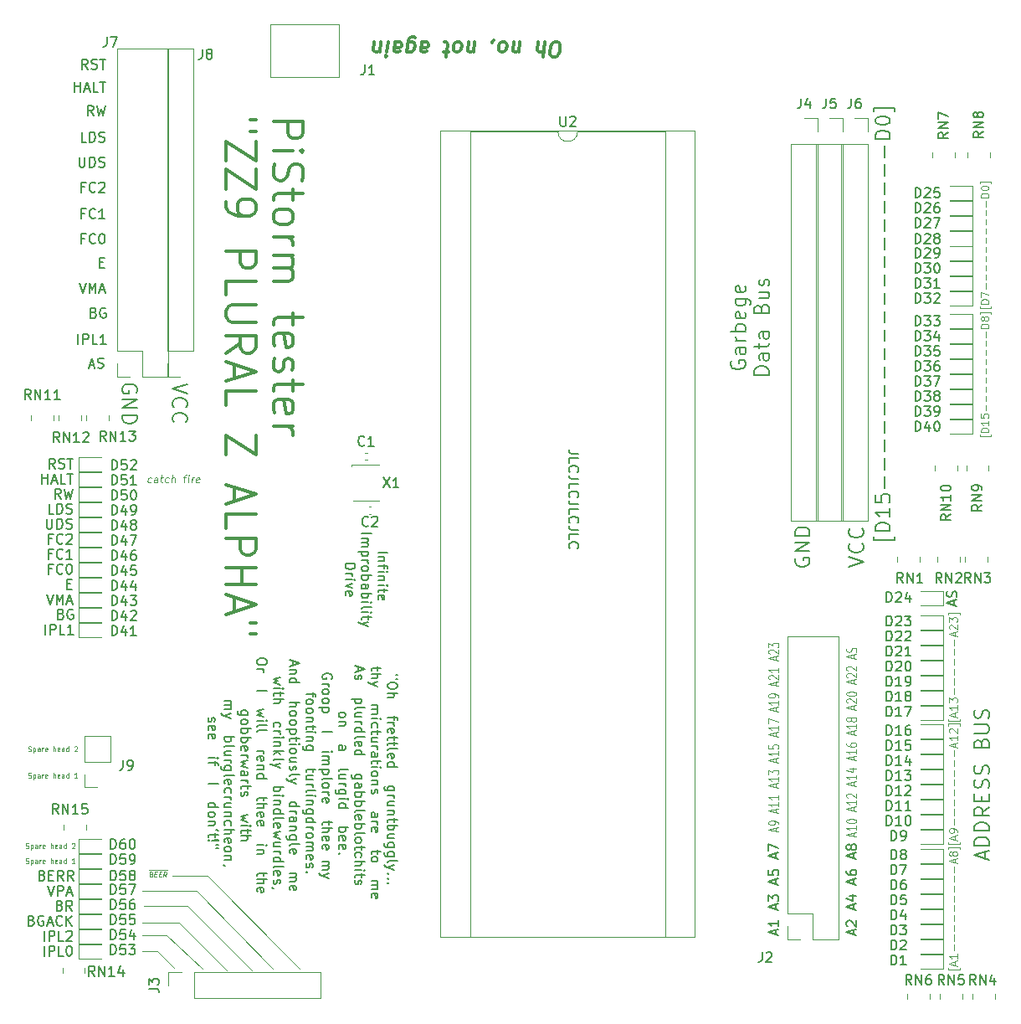
<source format=gbr>
%TF.GenerationSoftware,KiCad,Pcbnew,(5.1.10)-1*%
%TF.CreationDate,2021-07-06T09:20:55+01:00*%
%TF.ProjectId,PistormTester,50697374-6f72-46d5-9465-737465722e6b,rev?*%
%TF.SameCoordinates,Original*%
%TF.FileFunction,Legend,Top*%
%TF.FilePolarity,Positive*%
%FSLAX46Y46*%
G04 Gerber Fmt 4.6, Leading zero omitted, Abs format (unit mm)*
G04 Created by KiCad (PCBNEW (5.1.10)-1) date 2021-07-06 09:20:55*
%MOMM*%
%LPD*%
G01*
G04 APERTURE LIST*
%ADD10C,0.300000*%
%ADD11C,0.150000*%
%ADD12C,0.120000*%
%ADD13C,0.100000*%
%ADD14C,0.200000*%
%ADD15C,0.080000*%
G04 APERTURE END LIST*
D10*
X139047514Y-59419228D02*
X138761800Y-59419228D01*
X138627871Y-59347800D01*
X138502871Y-59204942D01*
X138467157Y-58919228D01*
X138529657Y-58419228D01*
X138636800Y-58133514D01*
X138797514Y-57990657D01*
X138949300Y-57919228D01*
X139235014Y-57919228D01*
X139368942Y-57990657D01*
X139493942Y-58133514D01*
X139529657Y-58419228D01*
X139467157Y-58919228D01*
X139360014Y-59204942D01*
X139199300Y-59347800D01*
X139047514Y-59419228D01*
X137949300Y-57919228D02*
X137761800Y-59419228D01*
X137306442Y-57919228D02*
X137208228Y-58704942D01*
X137261800Y-58847800D01*
X137395728Y-58919228D01*
X137610014Y-58919228D01*
X137761800Y-58847800D01*
X137842157Y-58776371D01*
X135324300Y-58919228D02*
X135449300Y-57919228D01*
X135342157Y-58776371D02*
X135261800Y-58847800D01*
X135110014Y-58919228D01*
X134895728Y-58919228D01*
X134761800Y-58847800D01*
X134708228Y-58704942D01*
X134806442Y-57919228D01*
X133877871Y-57919228D02*
X134011800Y-57990657D01*
X134074300Y-58062085D01*
X134127871Y-58204942D01*
X134074300Y-58633514D01*
X133985014Y-58776371D01*
X133904657Y-58847800D01*
X133752871Y-58919228D01*
X133538585Y-58919228D01*
X133404657Y-58847800D01*
X133342157Y-58776371D01*
X133288585Y-58633514D01*
X133342157Y-58204942D01*
X133431442Y-58062085D01*
X133511800Y-57990657D01*
X133663585Y-57919228D01*
X133877871Y-57919228D01*
X132654657Y-57990657D02*
X132663585Y-57919228D01*
X132752871Y-57776371D01*
X132833228Y-57704942D01*
X130752871Y-58919228D02*
X130877871Y-57919228D01*
X130770728Y-58776371D02*
X130690371Y-58847800D01*
X130538585Y-58919228D01*
X130324300Y-58919228D01*
X130190371Y-58847800D01*
X130136800Y-58704942D01*
X130235014Y-57919228D01*
X129306442Y-57919228D02*
X129440371Y-57990657D01*
X129502871Y-58062085D01*
X129556442Y-58204942D01*
X129502871Y-58633514D01*
X129413585Y-58776371D01*
X129333228Y-58847800D01*
X129181442Y-58919228D01*
X128967157Y-58919228D01*
X128833228Y-58847800D01*
X128770728Y-58776371D01*
X128717157Y-58633514D01*
X128770728Y-58204942D01*
X128860014Y-58062085D01*
X128940371Y-57990657D01*
X129092157Y-57919228D01*
X129306442Y-57919228D01*
X128252871Y-58919228D02*
X127681442Y-58919228D01*
X127976085Y-59419228D02*
X128136800Y-58133514D01*
X128083228Y-57990657D01*
X127949300Y-57919228D01*
X127806442Y-57919228D01*
X125520728Y-57919228D02*
X125422514Y-58704942D01*
X125476085Y-58847800D01*
X125610014Y-58919228D01*
X125895728Y-58919228D01*
X126047514Y-58847800D01*
X125511800Y-57990657D02*
X125663585Y-57919228D01*
X126020728Y-57919228D01*
X126154657Y-57990657D01*
X126208228Y-58133514D01*
X126190371Y-58276371D01*
X126101085Y-58419228D01*
X125949300Y-58490657D01*
X125592157Y-58490657D01*
X125440371Y-58562085D01*
X124038585Y-58919228D02*
X124190371Y-57704942D01*
X124279657Y-57562085D01*
X124360014Y-57490657D01*
X124511800Y-57419228D01*
X124726085Y-57419228D01*
X124860014Y-57490657D01*
X124154657Y-57990657D02*
X124306442Y-57919228D01*
X124592157Y-57919228D01*
X124726085Y-57990657D01*
X124788585Y-58062085D01*
X124842157Y-58204942D01*
X124788585Y-58633514D01*
X124699300Y-58776371D01*
X124618942Y-58847800D01*
X124467157Y-58919228D01*
X124181442Y-58919228D01*
X124047514Y-58847800D01*
X122806442Y-57919228D02*
X122708228Y-58704942D01*
X122761800Y-58847800D01*
X122895728Y-58919228D01*
X123181442Y-58919228D01*
X123333228Y-58847800D01*
X122797514Y-57990657D02*
X122949300Y-57919228D01*
X123306442Y-57919228D01*
X123440371Y-57990657D01*
X123493942Y-58133514D01*
X123476085Y-58276371D01*
X123386800Y-58419228D01*
X123235014Y-58490657D01*
X122877871Y-58490657D01*
X122726085Y-58562085D01*
X122092157Y-57919228D02*
X121967157Y-58919228D01*
X121904657Y-59419228D02*
X121985014Y-59347800D01*
X121922514Y-59276371D01*
X121842157Y-59347800D01*
X121904657Y-59419228D01*
X121922514Y-59276371D01*
X121252871Y-58919228D02*
X121377871Y-57919228D01*
X121270728Y-58776371D02*
X121190371Y-58847800D01*
X121038585Y-58919228D01*
X120824300Y-58919228D01*
X120690371Y-58847800D01*
X120636800Y-58704942D01*
X120735014Y-57919228D01*
D11*
X123059019Y-121913428D02*
X122868542Y-121913428D01*
X123059019Y-122294380D02*
X122868542Y-122294380D01*
X123059019Y-122913428D02*
X123059019Y-123103904D01*
X123011400Y-123199142D01*
X122916161Y-123294380D01*
X122725685Y-123342000D01*
X122392352Y-123342000D01*
X122201876Y-123294380D01*
X122106638Y-123199142D01*
X122059019Y-123103904D01*
X122059019Y-122913428D01*
X122106638Y-122818190D01*
X122201876Y-122722952D01*
X122392352Y-122675333D01*
X122725685Y-122675333D01*
X122916161Y-122722952D01*
X123011400Y-122818190D01*
X123059019Y-122913428D01*
X122059019Y-123770571D02*
X123059019Y-123770571D01*
X122059019Y-124199142D02*
X122582828Y-124199142D01*
X122678066Y-124151523D01*
X122725685Y-124056285D01*
X122725685Y-123913428D01*
X122678066Y-123818190D01*
X122630447Y-123770571D01*
X122725685Y-126056285D02*
X122725685Y-126437238D01*
X122059019Y-126199142D02*
X122916161Y-126199142D01*
X123011400Y-126246761D01*
X123059019Y-126342000D01*
X123059019Y-126437238D01*
X122059019Y-126770571D02*
X122725685Y-126770571D01*
X122535209Y-126770571D02*
X122630447Y-126818190D01*
X122678066Y-126865809D01*
X122725685Y-126961047D01*
X122725685Y-127056285D01*
X122106638Y-127770571D02*
X122059019Y-127675333D01*
X122059019Y-127484857D01*
X122106638Y-127389619D01*
X122201876Y-127342000D01*
X122582828Y-127342000D01*
X122678066Y-127389619D01*
X122725685Y-127484857D01*
X122725685Y-127675333D01*
X122678066Y-127770571D01*
X122582828Y-127818190D01*
X122487590Y-127818190D01*
X122392352Y-127342000D01*
X122725685Y-128103904D02*
X122725685Y-128484857D01*
X123059019Y-128246761D02*
X122201876Y-128246761D01*
X122106638Y-128294380D01*
X122059019Y-128389619D01*
X122059019Y-128484857D01*
X122725685Y-128675333D02*
X122725685Y-129056285D01*
X123059019Y-128818190D02*
X122201876Y-128818190D01*
X122106638Y-128865809D01*
X122059019Y-128961047D01*
X122059019Y-129056285D01*
X122059019Y-129532476D02*
X122106638Y-129437238D01*
X122201876Y-129389619D01*
X123059019Y-129389619D01*
X122106638Y-130294380D02*
X122059019Y-130199142D01*
X122059019Y-130008666D01*
X122106638Y-129913428D01*
X122201876Y-129865809D01*
X122582828Y-129865809D01*
X122678066Y-129913428D01*
X122725685Y-130008666D01*
X122725685Y-130199142D01*
X122678066Y-130294380D01*
X122582828Y-130342000D01*
X122487590Y-130342000D01*
X122392352Y-129865809D01*
X122059019Y-131199142D02*
X123059019Y-131199142D01*
X122106638Y-131199142D02*
X122059019Y-131103904D01*
X122059019Y-130913428D01*
X122106638Y-130818190D01*
X122154257Y-130770571D01*
X122249495Y-130722952D01*
X122535209Y-130722952D01*
X122630447Y-130770571D01*
X122678066Y-130818190D01*
X122725685Y-130913428D01*
X122725685Y-131103904D01*
X122678066Y-131199142D01*
X122725685Y-133627714D02*
X121916161Y-133627714D01*
X121820923Y-133580095D01*
X121773304Y-133532476D01*
X121725685Y-133437238D01*
X121725685Y-133294380D01*
X121773304Y-133199142D01*
X122106638Y-133627714D02*
X122059019Y-133532476D01*
X122059019Y-133342000D01*
X122106638Y-133246761D01*
X122154257Y-133199142D01*
X122249495Y-133151523D01*
X122535209Y-133151523D01*
X122630447Y-133199142D01*
X122678066Y-133246761D01*
X122725685Y-133342000D01*
X122725685Y-133532476D01*
X122678066Y-133627714D01*
X122059019Y-134103904D02*
X122725685Y-134103904D01*
X122535209Y-134103904D02*
X122630447Y-134151523D01*
X122678066Y-134199142D01*
X122725685Y-134294380D01*
X122725685Y-134389619D01*
X122725685Y-135151523D02*
X122059019Y-135151523D01*
X122725685Y-134722952D02*
X122201876Y-134722952D01*
X122106638Y-134770571D01*
X122059019Y-134865809D01*
X122059019Y-135008666D01*
X122106638Y-135103904D01*
X122154257Y-135151523D01*
X122725685Y-135627714D02*
X122059019Y-135627714D01*
X122630447Y-135627714D02*
X122678066Y-135675333D01*
X122725685Y-135770571D01*
X122725685Y-135913428D01*
X122678066Y-136008666D01*
X122582828Y-136056285D01*
X122059019Y-136056285D01*
X122725685Y-136389619D02*
X122725685Y-136770571D01*
X123059019Y-136532476D02*
X122201876Y-136532476D01*
X122106638Y-136580095D01*
X122059019Y-136675333D01*
X122059019Y-136770571D01*
X122059019Y-137103904D02*
X123059019Y-137103904D01*
X122678066Y-137103904D02*
X122725685Y-137199142D01*
X122725685Y-137389619D01*
X122678066Y-137484857D01*
X122630447Y-137532476D01*
X122535209Y-137580095D01*
X122249495Y-137580095D01*
X122154257Y-137532476D01*
X122106638Y-137484857D01*
X122059019Y-137389619D01*
X122059019Y-137199142D01*
X122106638Y-137103904D01*
X122725685Y-138437238D02*
X122059019Y-138437238D01*
X122725685Y-138008666D02*
X122201876Y-138008666D01*
X122106638Y-138056285D01*
X122059019Y-138151523D01*
X122059019Y-138294380D01*
X122106638Y-138389619D01*
X122154257Y-138437238D01*
X122725685Y-139342000D02*
X121916161Y-139342000D01*
X121820923Y-139294380D01*
X121773304Y-139246761D01*
X121725685Y-139151523D01*
X121725685Y-139008666D01*
X121773304Y-138913428D01*
X122106638Y-139342000D02*
X122059019Y-139246761D01*
X122059019Y-139056285D01*
X122106638Y-138961047D01*
X122154257Y-138913428D01*
X122249495Y-138865809D01*
X122535209Y-138865809D01*
X122630447Y-138913428D01*
X122678066Y-138961047D01*
X122725685Y-139056285D01*
X122725685Y-139246761D01*
X122678066Y-139342000D01*
X122725685Y-140246761D02*
X121916161Y-140246761D01*
X121820923Y-140199142D01*
X121773304Y-140151523D01*
X121725685Y-140056285D01*
X121725685Y-139913428D01*
X121773304Y-139818190D01*
X122106638Y-140246761D02*
X122059019Y-140151523D01*
X122059019Y-139961047D01*
X122106638Y-139865809D01*
X122154257Y-139818190D01*
X122249495Y-139770571D01*
X122535209Y-139770571D01*
X122630447Y-139818190D01*
X122678066Y-139865809D01*
X122725685Y-139961047D01*
X122725685Y-140151523D01*
X122678066Y-140246761D01*
X122059019Y-140865809D02*
X122106638Y-140770571D01*
X122201876Y-140722952D01*
X123059019Y-140722952D01*
X122725685Y-141151523D02*
X122059019Y-141389619D01*
X122725685Y-141627714D02*
X122059019Y-141389619D01*
X121820923Y-141294380D01*
X121773304Y-141246761D01*
X121725685Y-141151523D01*
X122154257Y-142008666D02*
X122106638Y-142056285D01*
X122059019Y-142008666D01*
X122106638Y-141961047D01*
X122154257Y-142008666D01*
X122059019Y-142008666D01*
X122154257Y-142484857D02*
X122106638Y-142532476D01*
X122059019Y-142484857D01*
X122106638Y-142437238D01*
X122154257Y-142484857D01*
X122059019Y-142484857D01*
X122154257Y-142961047D02*
X122106638Y-143008666D01*
X122059019Y-142961047D01*
X122106638Y-142913428D01*
X122154257Y-142961047D01*
X122059019Y-142961047D01*
X121075685Y-121080095D02*
X121075685Y-121461047D01*
X121409019Y-121222952D02*
X120551876Y-121222952D01*
X120456638Y-121270571D01*
X120409019Y-121365809D01*
X120409019Y-121461047D01*
X120409019Y-121794380D02*
X121409019Y-121794380D01*
X120409019Y-122222952D02*
X120932828Y-122222952D01*
X121028066Y-122175333D01*
X121075685Y-122080095D01*
X121075685Y-121937238D01*
X121028066Y-121841999D01*
X120980447Y-121794380D01*
X121075685Y-122603904D02*
X120409019Y-122841999D01*
X121075685Y-123080095D02*
X120409019Y-122841999D01*
X120170923Y-122746761D01*
X120123304Y-122699142D01*
X120075685Y-122603904D01*
X120409019Y-124984857D02*
X121075685Y-124984857D01*
X120980447Y-124984857D02*
X121028066Y-125032476D01*
X121075685Y-125127714D01*
X121075685Y-125270571D01*
X121028066Y-125365809D01*
X120932828Y-125413428D01*
X120409019Y-125413428D01*
X120932828Y-125413428D02*
X121028066Y-125461047D01*
X121075685Y-125556285D01*
X121075685Y-125699142D01*
X121028066Y-125794380D01*
X120932828Y-125841999D01*
X120409019Y-125841999D01*
X120409019Y-126318190D02*
X121075685Y-126318190D01*
X121409019Y-126318190D02*
X121361400Y-126270571D01*
X121313780Y-126318190D01*
X121361400Y-126365809D01*
X121409019Y-126318190D01*
X121313780Y-126318190D01*
X120456638Y-127222952D02*
X120409019Y-127127714D01*
X120409019Y-126937238D01*
X120456638Y-126841999D01*
X120504257Y-126794380D01*
X120599495Y-126746761D01*
X120885209Y-126746761D01*
X120980447Y-126794380D01*
X121028066Y-126841999D01*
X121075685Y-126937238D01*
X121075685Y-127127714D01*
X121028066Y-127222952D01*
X121075685Y-127508666D02*
X121075685Y-127889619D01*
X121409019Y-127651523D02*
X120551876Y-127651523D01*
X120456638Y-127699142D01*
X120409019Y-127794380D01*
X120409019Y-127889619D01*
X121075685Y-128651523D02*
X120409019Y-128651523D01*
X121075685Y-128222952D02*
X120551876Y-128222952D01*
X120456638Y-128270571D01*
X120409019Y-128365809D01*
X120409019Y-128508666D01*
X120456638Y-128603904D01*
X120504257Y-128651523D01*
X120409019Y-129127714D02*
X121075685Y-129127714D01*
X120885209Y-129127714D02*
X120980447Y-129175333D01*
X121028066Y-129222952D01*
X121075685Y-129318190D01*
X121075685Y-129413428D01*
X120409019Y-130175333D02*
X120932828Y-130175333D01*
X121028066Y-130127714D01*
X121075685Y-130032476D01*
X121075685Y-129842000D01*
X121028066Y-129746761D01*
X120456638Y-130175333D02*
X120409019Y-130080095D01*
X120409019Y-129842000D01*
X120456638Y-129746761D01*
X120551876Y-129699142D01*
X120647114Y-129699142D01*
X120742352Y-129746761D01*
X120789971Y-129842000D01*
X120789971Y-130080095D01*
X120837590Y-130175333D01*
X121075685Y-130508666D02*
X121075685Y-130889619D01*
X121409019Y-130651523D02*
X120551876Y-130651523D01*
X120456638Y-130699142D01*
X120409019Y-130794380D01*
X120409019Y-130889619D01*
X120409019Y-131222952D02*
X121075685Y-131222952D01*
X121409019Y-131222952D02*
X121361400Y-131175333D01*
X121313780Y-131222952D01*
X121361400Y-131270571D01*
X121409019Y-131222952D01*
X121313780Y-131222952D01*
X120409019Y-131841999D02*
X120456638Y-131746761D01*
X120504257Y-131699142D01*
X120599495Y-131651523D01*
X120885209Y-131651523D01*
X120980447Y-131699142D01*
X121028066Y-131746761D01*
X121075685Y-131841999D01*
X121075685Y-131984857D01*
X121028066Y-132080095D01*
X120980447Y-132127714D01*
X120885209Y-132175333D01*
X120599495Y-132175333D01*
X120504257Y-132127714D01*
X120456638Y-132080095D01*
X120409019Y-131984857D01*
X120409019Y-131841999D01*
X121075685Y-132603904D02*
X120409019Y-132603904D01*
X120980447Y-132603904D02*
X121028066Y-132651523D01*
X121075685Y-132746761D01*
X121075685Y-132889619D01*
X121028066Y-132984857D01*
X120932828Y-133032476D01*
X120409019Y-133032476D01*
X120456638Y-133461047D02*
X120409019Y-133556285D01*
X120409019Y-133746761D01*
X120456638Y-133841999D01*
X120551876Y-133889619D01*
X120599495Y-133889619D01*
X120694733Y-133841999D01*
X120742352Y-133746761D01*
X120742352Y-133603904D01*
X120789971Y-133508666D01*
X120885209Y-133461047D01*
X120932828Y-133461047D01*
X121028066Y-133508666D01*
X121075685Y-133603904D01*
X121075685Y-133746761D01*
X121028066Y-133841999D01*
X120409019Y-136270571D02*
X120932828Y-136270571D01*
X121028066Y-136222952D01*
X121075685Y-136127714D01*
X121075685Y-135937238D01*
X121028066Y-135842000D01*
X120456638Y-136270571D02*
X120409019Y-136175333D01*
X120409019Y-135937238D01*
X120456638Y-135842000D01*
X120551876Y-135794380D01*
X120647114Y-135794380D01*
X120742352Y-135842000D01*
X120789971Y-135937238D01*
X120789971Y-136175333D01*
X120837590Y-136270571D01*
X120409019Y-136746761D02*
X121075685Y-136746761D01*
X120885209Y-136746761D02*
X120980447Y-136794380D01*
X121028066Y-136842000D01*
X121075685Y-136937238D01*
X121075685Y-137032476D01*
X120456638Y-137746761D02*
X120409019Y-137651523D01*
X120409019Y-137461047D01*
X120456638Y-137365809D01*
X120551876Y-137318190D01*
X120932828Y-137318190D01*
X121028066Y-137365809D01*
X121075685Y-137461047D01*
X121075685Y-137651523D01*
X121028066Y-137746761D01*
X120932828Y-137794380D01*
X120837590Y-137794380D01*
X120742352Y-137318190D01*
X121075685Y-139603904D02*
X121075685Y-139984857D01*
X121409019Y-139746761D02*
X120551876Y-139746761D01*
X120456638Y-139794380D01*
X120409019Y-139889619D01*
X120409019Y-139984857D01*
X120409019Y-140461047D02*
X120456638Y-140365809D01*
X120504257Y-140318190D01*
X120599495Y-140270571D01*
X120885209Y-140270571D01*
X120980447Y-140318190D01*
X121028066Y-140365809D01*
X121075685Y-140461047D01*
X121075685Y-140603904D01*
X121028066Y-140699142D01*
X120980447Y-140746761D01*
X120885209Y-140794380D01*
X120599495Y-140794380D01*
X120504257Y-140746761D01*
X120456638Y-140699142D01*
X120409019Y-140603904D01*
X120409019Y-140461047D01*
X120409019Y-142746761D02*
X121075685Y-142746761D01*
X120980447Y-142746761D02*
X121028066Y-142794380D01*
X121075685Y-142889619D01*
X121075685Y-143032476D01*
X121028066Y-143127714D01*
X120932828Y-143175333D01*
X120409019Y-143175333D01*
X120932828Y-143175333D02*
X121028066Y-143222952D01*
X121075685Y-143318190D01*
X121075685Y-143461047D01*
X121028066Y-143556285D01*
X120932828Y-143603904D01*
X120409019Y-143603904D01*
X120456638Y-144461047D02*
X120409019Y-144365809D01*
X120409019Y-144175333D01*
X120456638Y-144080095D01*
X120551876Y-144032476D01*
X120932828Y-144032476D01*
X121028066Y-144080095D01*
X121075685Y-144175333D01*
X121075685Y-144365809D01*
X121028066Y-144461047D01*
X120932828Y-144508666D01*
X120837590Y-144508666D01*
X120742352Y-144032476D01*
X119044733Y-121080095D02*
X119044733Y-121556285D01*
X118759019Y-120984857D02*
X119759019Y-121318190D01*
X118759019Y-121651523D01*
X118806638Y-121937238D02*
X118759019Y-122032476D01*
X118759019Y-122222952D01*
X118806638Y-122318190D01*
X118901876Y-122365809D01*
X118949495Y-122365809D01*
X119044733Y-122318190D01*
X119092352Y-122222952D01*
X119092352Y-122080095D01*
X119139971Y-121984857D01*
X119235209Y-121937238D01*
X119282828Y-121937238D01*
X119378066Y-121984857D01*
X119425685Y-122080095D01*
X119425685Y-122222952D01*
X119378066Y-122318190D01*
X119425685Y-124318190D02*
X118425685Y-124318190D01*
X119378066Y-124318190D02*
X119425685Y-124413428D01*
X119425685Y-124603904D01*
X119378066Y-124699142D01*
X119330447Y-124746761D01*
X119235209Y-124794380D01*
X118949495Y-124794380D01*
X118854257Y-124746761D01*
X118806638Y-124699142D01*
X118759019Y-124603904D01*
X118759019Y-124413428D01*
X118806638Y-124318190D01*
X118759019Y-125365809D02*
X118806638Y-125270571D01*
X118901876Y-125222952D01*
X119759019Y-125222952D01*
X119425685Y-126175333D02*
X118759019Y-126175333D01*
X119425685Y-125746761D02*
X118901876Y-125746761D01*
X118806638Y-125794380D01*
X118759019Y-125889619D01*
X118759019Y-126032476D01*
X118806638Y-126127714D01*
X118854257Y-126175333D01*
X118759019Y-126651523D02*
X119425685Y-126651523D01*
X119235209Y-126651523D02*
X119330447Y-126699142D01*
X119378066Y-126746761D01*
X119425685Y-126842000D01*
X119425685Y-126937238D01*
X118759019Y-127699142D02*
X119759019Y-127699142D01*
X118806638Y-127699142D02*
X118759019Y-127603904D01*
X118759019Y-127413428D01*
X118806638Y-127318190D01*
X118854257Y-127270571D01*
X118949495Y-127222952D01*
X119235209Y-127222952D01*
X119330447Y-127270571D01*
X119378066Y-127318190D01*
X119425685Y-127413428D01*
X119425685Y-127603904D01*
X119378066Y-127699142D01*
X118759019Y-128318190D02*
X118806638Y-128222952D01*
X118901876Y-128175333D01*
X119759019Y-128175333D01*
X118806638Y-129080095D02*
X118759019Y-128984857D01*
X118759019Y-128794380D01*
X118806638Y-128699142D01*
X118901876Y-128651523D01*
X119282828Y-128651523D01*
X119378066Y-128699142D01*
X119425685Y-128794380D01*
X119425685Y-128984857D01*
X119378066Y-129080095D01*
X119282828Y-129127714D01*
X119187590Y-129127714D01*
X119092352Y-128651523D01*
X118759019Y-129984857D02*
X119759019Y-129984857D01*
X118806638Y-129984857D02*
X118759019Y-129889619D01*
X118759019Y-129699142D01*
X118806638Y-129603904D01*
X118854257Y-129556285D01*
X118949495Y-129508666D01*
X119235209Y-129508666D01*
X119330447Y-129556285D01*
X119378066Y-129603904D01*
X119425685Y-129699142D01*
X119425685Y-129889619D01*
X119378066Y-129984857D01*
X119425685Y-132413428D02*
X118616161Y-132413428D01*
X118520923Y-132365809D01*
X118473304Y-132318190D01*
X118425685Y-132222952D01*
X118425685Y-132080095D01*
X118473304Y-131984857D01*
X118806638Y-132413428D02*
X118759019Y-132318190D01*
X118759019Y-132127714D01*
X118806638Y-132032476D01*
X118854257Y-131984857D01*
X118949495Y-131937238D01*
X119235209Y-131937238D01*
X119330447Y-131984857D01*
X119378066Y-132032476D01*
X119425685Y-132127714D01*
X119425685Y-132318190D01*
X119378066Y-132413428D01*
X118759019Y-133318190D02*
X119282828Y-133318190D01*
X119378066Y-133270571D01*
X119425685Y-133175333D01*
X119425685Y-132984857D01*
X119378066Y-132889619D01*
X118806638Y-133318190D02*
X118759019Y-133222952D01*
X118759019Y-132984857D01*
X118806638Y-132889619D01*
X118901876Y-132842000D01*
X118997114Y-132842000D01*
X119092352Y-132889619D01*
X119139971Y-132984857D01*
X119139971Y-133222952D01*
X119187590Y-133318190D01*
X118759019Y-133794380D02*
X119759019Y-133794380D01*
X119378066Y-133794380D02*
X119425685Y-133889619D01*
X119425685Y-134080095D01*
X119378066Y-134175333D01*
X119330447Y-134222952D01*
X119235209Y-134270571D01*
X118949495Y-134270571D01*
X118854257Y-134222952D01*
X118806638Y-134175333D01*
X118759019Y-134080095D01*
X118759019Y-133889619D01*
X118806638Y-133794380D01*
X118759019Y-134699142D02*
X119759019Y-134699142D01*
X119378066Y-134699142D02*
X119425685Y-134794380D01*
X119425685Y-134984857D01*
X119378066Y-135080095D01*
X119330447Y-135127714D01*
X119235209Y-135175333D01*
X118949495Y-135175333D01*
X118854257Y-135127714D01*
X118806638Y-135080095D01*
X118759019Y-134984857D01*
X118759019Y-134794380D01*
X118806638Y-134699142D01*
X118759019Y-135746761D02*
X118806638Y-135651523D01*
X118901876Y-135603904D01*
X119759019Y-135603904D01*
X118806638Y-136508666D02*
X118759019Y-136413428D01*
X118759019Y-136222952D01*
X118806638Y-136127714D01*
X118901876Y-136080095D01*
X119282828Y-136080095D01*
X119378066Y-136127714D01*
X119425685Y-136222952D01*
X119425685Y-136413428D01*
X119378066Y-136508666D01*
X119282828Y-136556285D01*
X119187590Y-136556285D01*
X119092352Y-136080095D01*
X118759019Y-136984857D02*
X119759019Y-136984857D01*
X119378066Y-136984857D02*
X119425685Y-137080095D01*
X119425685Y-137270571D01*
X119378066Y-137365809D01*
X119330447Y-137413428D01*
X119235209Y-137461047D01*
X118949495Y-137461047D01*
X118854257Y-137413428D01*
X118806638Y-137365809D01*
X118759019Y-137270571D01*
X118759019Y-137080095D01*
X118806638Y-136984857D01*
X118759019Y-138032476D02*
X118806638Y-137937238D01*
X118901876Y-137889619D01*
X119759019Y-137889619D01*
X118759019Y-138556285D02*
X118806638Y-138461047D01*
X118854257Y-138413428D01*
X118949495Y-138365809D01*
X119235209Y-138365809D01*
X119330447Y-138413428D01*
X119378066Y-138461047D01*
X119425685Y-138556285D01*
X119425685Y-138699142D01*
X119378066Y-138794380D01*
X119330447Y-138842000D01*
X119235209Y-138889619D01*
X118949495Y-138889619D01*
X118854257Y-138842000D01*
X118806638Y-138794380D01*
X118759019Y-138699142D01*
X118759019Y-138556285D01*
X119425685Y-139175333D02*
X119425685Y-139556285D01*
X119759019Y-139318190D02*
X118901876Y-139318190D01*
X118806638Y-139365809D01*
X118759019Y-139461047D01*
X118759019Y-139556285D01*
X118806638Y-140318190D02*
X118759019Y-140222952D01*
X118759019Y-140032476D01*
X118806638Y-139937238D01*
X118854257Y-139889619D01*
X118949495Y-139842000D01*
X119235209Y-139842000D01*
X119330447Y-139889619D01*
X119378066Y-139937238D01*
X119425685Y-140032476D01*
X119425685Y-140222952D01*
X119378066Y-140318190D01*
X118759019Y-140746761D02*
X119759019Y-140746761D01*
X118759019Y-141175333D02*
X119282828Y-141175333D01*
X119378066Y-141127714D01*
X119425685Y-141032476D01*
X119425685Y-140889619D01*
X119378066Y-140794380D01*
X119330447Y-140746761D01*
X118759019Y-141651523D02*
X119425685Y-141651523D01*
X119759019Y-141651523D02*
X119711400Y-141603904D01*
X119663780Y-141651523D01*
X119711400Y-141699142D01*
X119759019Y-141651523D01*
X119663780Y-141651523D01*
X119425685Y-141984857D02*
X119425685Y-142365809D01*
X119759019Y-142127714D02*
X118901876Y-142127714D01*
X118806638Y-142175333D01*
X118759019Y-142270571D01*
X118759019Y-142365809D01*
X118806638Y-142651523D02*
X118759019Y-142746761D01*
X118759019Y-142937238D01*
X118806638Y-143032476D01*
X118901876Y-143080095D01*
X118949495Y-143080095D01*
X119044733Y-143032476D01*
X119092352Y-142937238D01*
X119092352Y-142794380D01*
X119139971Y-142699142D01*
X119235209Y-142651523D01*
X119282828Y-142651523D01*
X119378066Y-142699142D01*
X119425685Y-142794380D01*
X119425685Y-142937238D01*
X119378066Y-143032476D01*
X117109019Y-125865809D02*
X117156638Y-125770571D01*
X117204257Y-125722952D01*
X117299495Y-125675333D01*
X117585209Y-125675333D01*
X117680447Y-125722952D01*
X117728066Y-125770571D01*
X117775685Y-125865809D01*
X117775685Y-126008666D01*
X117728066Y-126103904D01*
X117680447Y-126151523D01*
X117585209Y-126199142D01*
X117299495Y-126199142D01*
X117204257Y-126151523D01*
X117156638Y-126103904D01*
X117109019Y-126008666D01*
X117109019Y-125865809D01*
X117775685Y-126627714D02*
X117109019Y-126627714D01*
X117680447Y-126627714D02*
X117728066Y-126675333D01*
X117775685Y-126770571D01*
X117775685Y-126913428D01*
X117728066Y-127008666D01*
X117632828Y-127056285D01*
X117109019Y-127056285D01*
X117109019Y-129484857D02*
X117632828Y-129484857D01*
X117728066Y-129437238D01*
X117775685Y-129341999D01*
X117775685Y-129151523D01*
X117728066Y-129056285D01*
X117156638Y-129484857D02*
X117109019Y-129389619D01*
X117109019Y-129151523D01*
X117156638Y-129056285D01*
X117251876Y-129008666D01*
X117347114Y-129008666D01*
X117442352Y-129056285D01*
X117489971Y-129151523D01*
X117489971Y-129389619D01*
X117537590Y-129484857D01*
X117109019Y-131627714D02*
X117156638Y-131532476D01*
X117251876Y-131484857D01*
X118109019Y-131484857D01*
X117775685Y-132437238D02*
X117109019Y-132437238D01*
X117775685Y-132008666D02*
X117251876Y-132008666D01*
X117156638Y-132056285D01*
X117109019Y-132151523D01*
X117109019Y-132294380D01*
X117156638Y-132389619D01*
X117204257Y-132437238D01*
X117109019Y-132913428D02*
X117775685Y-132913428D01*
X117585209Y-132913428D02*
X117680447Y-132961047D01*
X117728066Y-133008666D01*
X117775685Y-133103904D01*
X117775685Y-133199142D01*
X117775685Y-133961047D02*
X116966161Y-133961047D01*
X116870923Y-133913428D01*
X116823304Y-133865809D01*
X116775685Y-133770571D01*
X116775685Y-133627714D01*
X116823304Y-133532476D01*
X117156638Y-133961047D02*
X117109019Y-133865809D01*
X117109019Y-133675333D01*
X117156638Y-133580095D01*
X117204257Y-133532476D01*
X117299495Y-133484857D01*
X117585209Y-133484857D01*
X117680447Y-133532476D01*
X117728066Y-133580095D01*
X117775685Y-133675333D01*
X117775685Y-133865809D01*
X117728066Y-133961047D01*
X117109019Y-134437238D02*
X117775685Y-134437238D01*
X118109019Y-134437238D02*
X118061400Y-134389619D01*
X118013780Y-134437238D01*
X118061400Y-134484857D01*
X118109019Y-134437238D01*
X118013780Y-134437238D01*
X117109019Y-135342000D02*
X118109019Y-135342000D01*
X117156638Y-135342000D02*
X117109019Y-135246761D01*
X117109019Y-135056285D01*
X117156638Y-134961047D01*
X117204257Y-134913428D01*
X117299495Y-134865809D01*
X117585209Y-134865809D01*
X117680447Y-134913428D01*
X117728066Y-134961047D01*
X117775685Y-135056285D01*
X117775685Y-135246761D01*
X117728066Y-135342000D01*
X117109019Y-137342000D02*
X118109019Y-137342000D01*
X117728066Y-137342000D02*
X117775685Y-137437238D01*
X117775685Y-137627714D01*
X117728066Y-137722952D01*
X117680447Y-137770571D01*
X117585209Y-137818190D01*
X117299495Y-137818190D01*
X117204257Y-137770571D01*
X117156638Y-137722952D01*
X117109019Y-137627714D01*
X117109019Y-137437238D01*
X117156638Y-137342000D01*
X117156638Y-138627714D02*
X117109019Y-138532476D01*
X117109019Y-138342000D01*
X117156638Y-138246761D01*
X117251876Y-138199142D01*
X117632828Y-138199142D01*
X117728066Y-138246761D01*
X117775685Y-138342000D01*
X117775685Y-138532476D01*
X117728066Y-138627714D01*
X117632828Y-138675333D01*
X117537590Y-138675333D01*
X117442352Y-138199142D01*
X117156638Y-139484857D02*
X117109019Y-139389619D01*
X117109019Y-139199142D01*
X117156638Y-139103904D01*
X117251876Y-139056285D01*
X117632828Y-139056285D01*
X117728066Y-139103904D01*
X117775685Y-139199142D01*
X117775685Y-139389619D01*
X117728066Y-139484857D01*
X117632828Y-139532476D01*
X117537590Y-139532476D01*
X117442352Y-139056285D01*
X117204257Y-139961047D02*
X117156638Y-140008666D01*
X117109019Y-139961047D01*
X117156638Y-139913428D01*
X117204257Y-139961047D01*
X117109019Y-139961047D01*
X116411400Y-122318190D02*
X116459019Y-122222952D01*
X116459019Y-122080095D01*
X116411400Y-121937238D01*
X116316161Y-121842000D01*
X116220923Y-121794380D01*
X116030447Y-121746761D01*
X115887590Y-121746761D01*
X115697114Y-121794380D01*
X115601876Y-121842000D01*
X115506638Y-121937238D01*
X115459019Y-122080095D01*
X115459019Y-122175333D01*
X115506638Y-122318190D01*
X115554257Y-122365809D01*
X115887590Y-122365809D01*
X115887590Y-122175333D01*
X115459019Y-122794380D02*
X116125685Y-122794380D01*
X115935209Y-122794380D02*
X116030447Y-122842000D01*
X116078066Y-122889619D01*
X116125685Y-122984857D01*
X116125685Y-123080095D01*
X115459019Y-123556285D02*
X115506638Y-123461047D01*
X115554257Y-123413428D01*
X115649495Y-123365809D01*
X115935209Y-123365809D01*
X116030447Y-123413428D01*
X116078066Y-123461047D01*
X116125685Y-123556285D01*
X116125685Y-123699142D01*
X116078066Y-123794380D01*
X116030447Y-123842000D01*
X115935209Y-123889619D01*
X115649495Y-123889619D01*
X115554257Y-123842000D01*
X115506638Y-123794380D01*
X115459019Y-123699142D01*
X115459019Y-123556285D01*
X115459019Y-124461047D02*
X115506638Y-124365809D01*
X115554257Y-124318190D01*
X115649495Y-124270571D01*
X115935209Y-124270571D01*
X116030447Y-124318190D01*
X116078066Y-124365809D01*
X116125685Y-124461047D01*
X116125685Y-124603904D01*
X116078066Y-124699142D01*
X116030447Y-124746761D01*
X115935209Y-124794380D01*
X115649495Y-124794380D01*
X115554257Y-124746761D01*
X115506638Y-124699142D01*
X115459019Y-124603904D01*
X115459019Y-124461047D01*
X116125685Y-125222952D02*
X115125685Y-125222952D01*
X116078066Y-125222952D02*
X116125685Y-125318190D01*
X116125685Y-125508666D01*
X116078066Y-125603904D01*
X116030447Y-125651523D01*
X115935209Y-125699142D01*
X115649495Y-125699142D01*
X115554257Y-125651523D01*
X115506638Y-125603904D01*
X115459019Y-125508666D01*
X115459019Y-125318190D01*
X115506638Y-125222952D01*
X115459019Y-127651523D02*
X116459019Y-127651523D01*
X115459019Y-129651523D02*
X116125685Y-129651523D01*
X116459019Y-129651523D02*
X116411400Y-129603904D01*
X116363780Y-129651523D01*
X116411400Y-129699142D01*
X116459019Y-129651523D01*
X116363780Y-129651523D01*
X115459019Y-130127714D02*
X116125685Y-130127714D01*
X116030447Y-130127714D02*
X116078066Y-130175333D01*
X116125685Y-130270571D01*
X116125685Y-130413428D01*
X116078066Y-130508666D01*
X115982828Y-130556285D01*
X115459019Y-130556285D01*
X115982828Y-130556285D02*
X116078066Y-130603904D01*
X116125685Y-130699142D01*
X116125685Y-130842000D01*
X116078066Y-130937238D01*
X115982828Y-130984857D01*
X115459019Y-130984857D01*
X116125685Y-131461047D02*
X115125685Y-131461047D01*
X116078066Y-131461047D02*
X116125685Y-131556285D01*
X116125685Y-131746761D01*
X116078066Y-131842000D01*
X116030447Y-131889619D01*
X115935209Y-131937238D01*
X115649495Y-131937238D01*
X115554257Y-131889619D01*
X115506638Y-131842000D01*
X115459019Y-131746761D01*
X115459019Y-131556285D01*
X115506638Y-131461047D01*
X115459019Y-132508666D02*
X115506638Y-132413428D01*
X115601876Y-132365809D01*
X116459019Y-132365809D01*
X115459019Y-133032476D02*
X115506638Y-132937238D01*
X115554257Y-132889619D01*
X115649495Y-132842000D01*
X115935209Y-132842000D01*
X116030447Y-132889619D01*
X116078066Y-132937238D01*
X116125685Y-133032476D01*
X116125685Y-133175333D01*
X116078066Y-133270571D01*
X116030447Y-133318190D01*
X115935209Y-133365809D01*
X115649495Y-133365809D01*
X115554257Y-133318190D01*
X115506638Y-133270571D01*
X115459019Y-133175333D01*
X115459019Y-133032476D01*
X115459019Y-133794380D02*
X116125685Y-133794380D01*
X115935209Y-133794380D02*
X116030447Y-133842000D01*
X116078066Y-133889619D01*
X116125685Y-133984857D01*
X116125685Y-134080095D01*
X115506638Y-134794380D02*
X115459019Y-134699142D01*
X115459019Y-134508666D01*
X115506638Y-134413428D01*
X115601876Y-134365809D01*
X115982828Y-134365809D01*
X116078066Y-134413428D01*
X116125685Y-134508666D01*
X116125685Y-134699142D01*
X116078066Y-134794380D01*
X115982828Y-134842000D01*
X115887590Y-134842000D01*
X115792352Y-134365809D01*
X116125685Y-136651523D02*
X116125685Y-137032476D01*
X116459019Y-136794380D02*
X115601876Y-136794380D01*
X115506638Y-136842000D01*
X115459019Y-136937238D01*
X115459019Y-137032476D01*
X115459019Y-137365809D02*
X116459019Y-137365809D01*
X115459019Y-137794380D02*
X115982828Y-137794380D01*
X116078066Y-137746761D01*
X116125685Y-137651523D01*
X116125685Y-137508666D01*
X116078066Y-137413428D01*
X116030447Y-137365809D01*
X115506638Y-138651523D02*
X115459019Y-138556285D01*
X115459019Y-138365809D01*
X115506638Y-138270571D01*
X115601876Y-138222952D01*
X115982828Y-138222952D01*
X116078066Y-138270571D01*
X116125685Y-138365809D01*
X116125685Y-138556285D01*
X116078066Y-138651523D01*
X115982828Y-138699142D01*
X115887590Y-138699142D01*
X115792352Y-138222952D01*
X115506638Y-139508666D02*
X115459019Y-139413428D01*
X115459019Y-139222952D01*
X115506638Y-139127714D01*
X115601876Y-139080095D01*
X115982828Y-139080095D01*
X116078066Y-139127714D01*
X116125685Y-139222952D01*
X116125685Y-139413428D01*
X116078066Y-139508666D01*
X115982828Y-139556285D01*
X115887590Y-139556285D01*
X115792352Y-139080095D01*
X115459019Y-140746761D02*
X116125685Y-140746761D01*
X116030447Y-140746761D02*
X116078066Y-140794380D01*
X116125685Y-140889619D01*
X116125685Y-141032476D01*
X116078066Y-141127714D01*
X115982828Y-141175333D01*
X115459019Y-141175333D01*
X115982828Y-141175333D02*
X116078066Y-141222952D01*
X116125685Y-141318190D01*
X116125685Y-141461047D01*
X116078066Y-141556285D01*
X115982828Y-141603904D01*
X115459019Y-141603904D01*
X116125685Y-141984857D02*
X115459019Y-142222952D01*
X116125685Y-142461047D02*
X115459019Y-142222952D01*
X115220923Y-142127714D01*
X115173304Y-142080095D01*
X115125685Y-141984857D01*
X114475685Y-123699142D02*
X114475685Y-124080095D01*
X113809019Y-123842000D02*
X114666161Y-123842000D01*
X114761400Y-123889619D01*
X114809019Y-123984857D01*
X114809019Y-124080095D01*
X113809019Y-124556285D02*
X113856638Y-124461047D01*
X113904257Y-124413428D01*
X113999495Y-124365809D01*
X114285209Y-124365809D01*
X114380447Y-124413428D01*
X114428066Y-124461047D01*
X114475685Y-124556285D01*
X114475685Y-124699142D01*
X114428066Y-124794380D01*
X114380447Y-124842000D01*
X114285209Y-124889619D01*
X113999495Y-124889619D01*
X113904257Y-124842000D01*
X113856638Y-124794380D01*
X113809019Y-124699142D01*
X113809019Y-124556285D01*
X113809019Y-125461047D02*
X113856638Y-125365809D01*
X113904257Y-125318190D01*
X113999495Y-125270571D01*
X114285209Y-125270571D01*
X114380447Y-125318190D01*
X114428066Y-125365809D01*
X114475685Y-125461047D01*
X114475685Y-125603904D01*
X114428066Y-125699142D01*
X114380447Y-125746761D01*
X114285209Y-125794380D01*
X113999495Y-125794380D01*
X113904257Y-125746761D01*
X113856638Y-125699142D01*
X113809019Y-125603904D01*
X113809019Y-125461047D01*
X114475685Y-126222952D02*
X113809019Y-126222952D01*
X114380447Y-126222952D02*
X114428066Y-126270571D01*
X114475685Y-126365809D01*
X114475685Y-126508666D01*
X114428066Y-126603904D01*
X114332828Y-126651523D01*
X113809019Y-126651523D01*
X114475685Y-126984857D02*
X114475685Y-127365809D01*
X114809019Y-127127714D02*
X113951876Y-127127714D01*
X113856638Y-127175333D01*
X113809019Y-127270571D01*
X113809019Y-127365809D01*
X113809019Y-127699142D02*
X114475685Y-127699142D01*
X114809019Y-127699142D02*
X114761400Y-127651523D01*
X114713780Y-127699142D01*
X114761400Y-127746761D01*
X114809019Y-127699142D01*
X114713780Y-127699142D01*
X114475685Y-128175333D02*
X113809019Y-128175333D01*
X114380447Y-128175333D02*
X114428066Y-128222952D01*
X114475685Y-128318190D01*
X114475685Y-128461047D01*
X114428066Y-128556285D01*
X114332828Y-128603904D01*
X113809019Y-128603904D01*
X114475685Y-129508666D02*
X113666161Y-129508666D01*
X113570923Y-129461047D01*
X113523304Y-129413428D01*
X113475685Y-129318190D01*
X113475685Y-129175333D01*
X113523304Y-129080095D01*
X113856638Y-129508666D02*
X113809019Y-129413428D01*
X113809019Y-129222952D01*
X113856638Y-129127714D01*
X113904257Y-129080095D01*
X113999495Y-129032476D01*
X114285209Y-129032476D01*
X114380447Y-129080095D01*
X114428066Y-129127714D01*
X114475685Y-129222952D01*
X114475685Y-129413428D01*
X114428066Y-129508666D01*
X114475685Y-131365809D02*
X114475685Y-131746761D01*
X114809019Y-131508666D02*
X113951876Y-131508666D01*
X113856638Y-131556285D01*
X113809019Y-131651523D01*
X113809019Y-131746761D01*
X114475685Y-132508666D02*
X113809019Y-132508666D01*
X114475685Y-132080095D02*
X113951876Y-132080095D01*
X113856638Y-132127714D01*
X113809019Y-132222952D01*
X113809019Y-132365809D01*
X113856638Y-132461047D01*
X113904257Y-132508666D01*
X113809019Y-132984857D02*
X114475685Y-132984857D01*
X114285209Y-132984857D02*
X114380447Y-133032476D01*
X114428066Y-133080095D01*
X114475685Y-133175333D01*
X114475685Y-133270571D01*
X113809019Y-133746761D02*
X113856638Y-133651523D01*
X113951876Y-133603904D01*
X114809019Y-133603904D01*
X113809019Y-134127714D02*
X114475685Y-134127714D01*
X114809019Y-134127714D02*
X114761400Y-134080095D01*
X114713780Y-134127714D01*
X114761400Y-134175333D01*
X114809019Y-134127714D01*
X114713780Y-134127714D01*
X114475685Y-134603904D02*
X113809019Y-134603904D01*
X114380447Y-134603904D02*
X114428066Y-134651523D01*
X114475685Y-134746761D01*
X114475685Y-134889619D01*
X114428066Y-134984857D01*
X114332828Y-135032476D01*
X113809019Y-135032476D01*
X114475685Y-135937238D02*
X113666161Y-135937238D01*
X113570923Y-135889619D01*
X113523304Y-135842000D01*
X113475685Y-135746761D01*
X113475685Y-135603904D01*
X113523304Y-135508666D01*
X113856638Y-135937238D02*
X113809019Y-135842000D01*
X113809019Y-135651523D01*
X113856638Y-135556285D01*
X113904257Y-135508666D01*
X113999495Y-135461047D01*
X114285209Y-135461047D01*
X114380447Y-135508666D01*
X114428066Y-135556285D01*
X114475685Y-135651523D01*
X114475685Y-135842000D01*
X114428066Y-135937238D01*
X113809019Y-136842000D02*
X114809019Y-136842000D01*
X113856638Y-136842000D02*
X113809019Y-136746761D01*
X113809019Y-136556285D01*
X113856638Y-136461047D01*
X113904257Y-136413428D01*
X113999495Y-136365809D01*
X114285209Y-136365809D01*
X114380447Y-136413428D01*
X114428066Y-136461047D01*
X114475685Y-136556285D01*
X114475685Y-136746761D01*
X114428066Y-136842000D01*
X113809019Y-137318190D02*
X114475685Y-137318190D01*
X114285209Y-137318190D02*
X114380447Y-137365809D01*
X114428066Y-137413428D01*
X114475685Y-137508666D01*
X114475685Y-137603904D01*
X113809019Y-138080095D02*
X113856638Y-137984857D01*
X113904257Y-137937238D01*
X113999495Y-137889619D01*
X114285209Y-137889619D01*
X114380447Y-137937238D01*
X114428066Y-137984857D01*
X114475685Y-138080095D01*
X114475685Y-138222952D01*
X114428066Y-138318190D01*
X114380447Y-138365809D01*
X114285209Y-138413428D01*
X113999495Y-138413428D01*
X113904257Y-138365809D01*
X113856638Y-138318190D01*
X113809019Y-138222952D01*
X113809019Y-138080095D01*
X113809019Y-138842000D02*
X114475685Y-138842000D01*
X114380447Y-138842000D02*
X114428066Y-138889619D01*
X114475685Y-138984857D01*
X114475685Y-139127714D01*
X114428066Y-139222952D01*
X114332828Y-139270571D01*
X113809019Y-139270571D01*
X114332828Y-139270571D02*
X114428066Y-139318190D01*
X114475685Y-139413428D01*
X114475685Y-139556285D01*
X114428066Y-139651523D01*
X114332828Y-139699142D01*
X113809019Y-139699142D01*
X113856638Y-140556285D02*
X113809019Y-140461047D01*
X113809019Y-140270571D01*
X113856638Y-140175333D01*
X113951876Y-140127714D01*
X114332828Y-140127714D01*
X114428066Y-140175333D01*
X114475685Y-140270571D01*
X114475685Y-140461047D01*
X114428066Y-140556285D01*
X114332828Y-140603904D01*
X114237590Y-140603904D01*
X114142352Y-140127714D01*
X113856638Y-140984857D02*
X113809019Y-141080095D01*
X113809019Y-141270571D01*
X113856638Y-141365809D01*
X113951876Y-141413428D01*
X113999495Y-141413428D01*
X114094733Y-141365809D01*
X114142352Y-141270571D01*
X114142352Y-141127714D01*
X114189971Y-141032476D01*
X114285209Y-140984857D01*
X114332828Y-140984857D01*
X114428066Y-141032476D01*
X114475685Y-141127714D01*
X114475685Y-141270571D01*
X114428066Y-141365809D01*
X113904257Y-141842000D02*
X113856638Y-141889619D01*
X113809019Y-141842000D01*
X113856638Y-141794380D01*
X113904257Y-141842000D01*
X113809019Y-141842000D01*
X112444733Y-120461047D02*
X112444733Y-120937238D01*
X112159019Y-120365809D02*
X113159019Y-120699142D01*
X112159019Y-121032476D01*
X112825685Y-121365809D02*
X112159019Y-121365809D01*
X112730447Y-121365809D02*
X112778066Y-121413428D01*
X112825685Y-121508666D01*
X112825685Y-121651523D01*
X112778066Y-121746761D01*
X112682828Y-121794380D01*
X112159019Y-121794380D01*
X112159019Y-122699142D02*
X113159019Y-122699142D01*
X112206638Y-122699142D02*
X112159019Y-122603904D01*
X112159019Y-122413428D01*
X112206638Y-122318190D01*
X112254257Y-122270571D01*
X112349495Y-122222952D01*
X112635209Y-122222952D01*
X112730447Y-122270571D01*
X112778066Y-122318190D01*
X112825685Y-122413428D01*
X112825685Y-122603904D01*
X112778066Y-122699142D01*
X112159019Y-124699142D02*
X113159019Y-124699142D01*
X112159019Y-125127714D02*
X112682828Y-125127714D01*
X112778066Y-125080095D01*
X112825685Y-124984857D01*
X112825685Y-124842000D01*
X112778066Y-124746761D01*
X112730447Y-124699142D01*
X112159019Y-125746761D02*
X112206638Y-125651523D01*
X112254257Y-125603904D01*
X112349495Y-125556285D01*
X112635209Y-125556285D01*
X112730447Y-125603904D01*
X112778066Y-125651523D01*
X112825685Y-125746761D01*
X112825685Y-125889619D01*
X112778066Y-125984857D01*
X112730447Y-126032476D01*
X112635209Y-126080095D01*
X112349495Y-126080095D01*
X112254257Y-126032476D01*
X112206638Y-125984857D01*
X112159019Y-125889619D01*
X112159019Y-125746761D01*
X112159019Y-126651523D02*
X112206638Y-126556285D01*
X112254257Y-126508666D01*
X112349495Y-126461047D01*
X112635209Y-126461047D01*
X112730447Y-126508666D01*
X112778066Y-126556285D01*
X112825685Y-126651523D01*
X112825685Y-126794380D01*
X112778066Y-126889619D01*
X112730447Y-126937238D01*
X112635209Y-126984857D01*
X112349495Y-126984857D01*
X112254257Y-126937238D01*
X112206638Y-126889619D01*
X112159019Y-126794380D01*
X112159019Y-126651523D01*
X112825685Y-127413428D02*
X111825685Y-127413428D01*
X112778066Y-127413428D02*
X112825685Y-127508666D01*
X112825685Y-127699142D01*
X112778066Y-127794380D01*
X112730447Y-127842000D01*
X112635209Y-127889619D01*
X112349495Y-127889619D01*
X112254257Y-127842000D01*
X112206638Y-127794380D01*
X112159019Y-127699142D01*
X112159019Y-127508666D01*
X112206638Y-127413428D01*
X112825685Y-128175333D02*
X112825685Y-128556285D01*
X113159019Y-128318190D02*
X112301876Y-128318190D01*
X112206638Y-128365809D01*
X112159019Y-128461047D01*
X112159019Y-128556285D01*
X112159019Y-128889619D02*
X112825685Y-128889619D01*
X113159019Y-128889619D02*
X113111400Y-128842000D01*
X113063780Y-128889619D01*
X113111400Y-128937238D01*
X113159019Y-128889619D01*
X113063780Y-128889619D01*
X112159019Y-129508666D02*
X112206638Y-129413428D01*
X112254257Y-129365809D01*
X112349495Y-129318190D01*
X112635209Y-129318190D01*
X112730447Y-129365809D01*
X112778066Y-129413428D01*
X112825685Y-129508666D01*
X112825685Y-129651523D01*
X112778066Y-129746761D01*
X112730447Y-129794380D01*
X112635209Y-129842000D01*
X112349495Y-129842000D01*
X112254257Y-129794380D01*
X112206638Y-129746761D01*
X112159019Y-129651523D01*
X112159019Y-129508666D01*
X112825685Y-130699142D02*
X112159019Y-130699142D01*
X112825685Y-130270571D02*
X112301876Y-130270571D01*
X112206638Y-130318190D01*
X112159019Y-130413428D01*
X112159019Y-130556285D01*
X112206638Y-130651523D01*
X112254257Y-130699142D01*
X112206638Y-131127714D02*
X112159019Y-131222952D01*
X112159019Y-131413428D01*
X112206638Y-131508666D01*
X112301876Y-131556285D01*
X112349495Y-131556285D01*
X112444733Y-131508666D01*
X112492352Y-131413428D01*
X112492352Y-131270571D01*
X112539971Y-131175333D01*
X112635209Y-131127714D01*
X112682828Y-131127714D01*
X112778066Y-131175333D01*
X112825685Y-131270571D01*
X112825685Y-131413428D01*
X112778066Y-131508666D01*
X112159019Y-132127714D02*
X112206638Y-132032476D01*
X112301876Y-131984857D01*
X113159019Y-131984857D01*
X112825685Y-132413428D02*
X112159019Y-132651523D01*
X112825685Y-132889619D02*
X112159019Y-132651523D01*
X111920923Y-132556285D01*
X111873304Y-132508666D01*
X111825685Y-132413428D01*
X112159019Y-135222952D02*
X113159019Y-135222952D01*
X112206638Y-135222952D02*
X112159019Y-135127714D01*
X112159019Y-134937238D01*
X112206638Y-134842000D01*
X112254257Y-134794380D01*
X112349495Y-134746761D01*
X112635209Y-134746761D01*
X112730447Y-134794380D01*
X112778066Y-134842000D01*
X112825685Y-134937238D01*
X112825685Y-135127714D01*
X112778066Y-135222952D01*
X112159019Y-135699142D02*
X112825685Y-135699142D01*
X112635209Y-135699142D02*
X112730447Y-135746761D01*
X112778066Y-135794380D01*
X112825685Y-135889619D01*
X112825685Y-135984857D01*
X112159019Y-136746761D02*
X112682828Y-136746761D01*
X112778066Y-136699142D01*
X112825685Y-136603904D01*
X112825685Y-136413428D01*
X112778066Y-136318190D01*
X112206638Y-136746761D02*
X112159019Y-136651523D01*
X112159019Y-136413428D01*
X112206638Y-136318190D01*
X112301876Y-136270571D01*
X112397114Y-136270571D01*
X112492352Y-136318190D01*
X112539971Y-136413428D01*
X112539971Y-136651523D01*
X112587590Y-136746761D01*
X112825685Y-137222952D02*
X112159019Y-137222952D01*
X112730447Y-137222952D02*
X112778066Y-137270571D01*
X112825685Y-137365809D01*
X112825685Y-137508666D01*
X112778066Y-137603904D01*
X112682828Y-137651523D01*
X112159019Y-137651523D01*
X112825685Y-138556285D02*
X112016161Y-138556285D01*
X111920923Y-138508666D01*
X111873304Y-138461047D01*
X111825685Y-138365809D01*
X111825685Y-138222952D01*
X111873304Y-138127714D01*
X112206638Y-138556285D02*
X112159019Y-138461047D01*
X112159019Y-138270571D01*
X112206638Y-138175333D01*
X112254257Y-138127714D01*
X112349495Y-138080095D01*
X112635209Y-138080095D01*
X112730447Y-138127714D01*
X112778066Y-138175333D01*
X112825685Y-138270571D01*
X112825685Y-138461047D01*
X112778066Y-138556285D01*
X112159019Y-139175333D02*
X112206638Y-139080095D01*
X112301876Y-139032476D01*
X113159019Y-139032476D01*
X112206638Y-139937238D02*
X112159019Y-139842000D01*
X112159019Y-139651523D01*
X112206638Y-139556285D01*
X112301876Y-139508666D01*
X112682828Y-139508666D01*
X112778066Y-139556285D01*
X112825685Y-139651523D01*
X112825685Y-139842000D01*
X112778066Y-139937238D01*
X112682828Y-139984857D01*
X112587590Y-139984857D01*
X112492352Y-139508666D01*
X112159019Y-141937238D02*
X112825685Y-141937238D01*
X112730447Y-141937238D02*
X112778066Y-141984857D01*
X112825685Y-142080095D01*
X112825685Y-142222952D01*
X112778066Y-142318190D01*
X112682828Y-142365809D01*
X112159019Y-142365809D01*
X112682828Y-142365809D02*
X112778066Y-142413428D01*
X112825685Y-142508666D01*
X112825685Y-142651523D01*
X112778066Y-142746761D01*
X112682828Y-142794380D01*
X112159019Y-142794380D01*
X112206638Y-143651523D02*
X112159019Y-143556285D01*
X112159019Y-143365809D01*
X112206638Y-143270571D01*
X112301876Y-143222952D01*
X112682828Y-143222952D01*
X112778066Y-143270571D01*
X112825685Y-143365809D01*
X112825685Y-143556285D01*
X112778066Y-143651523D01*
X112682828Y-143699142D01*
X112587590Y-143699142D01*
X112492352Y-143222952D01*
X111175685Y-122127714D02*
X110509019Y-122318190D01*
X110985209Y-122508666D01*
X110509019Y-122699142D01*
X111175685Y-122889619D01*
X110509019Y-123270571D02*
X111175685Y-123270571D01*
X111509019Y-123270571D02*
X111461400Y-123222952D01*
X111413780Y-123270571D01*
X111461400Y-123318190D01*
X111509019Y-123270571D01*
X111413780Y-123270571D01*
X111175685Y-123603904D02*
X111175685Y-123984857D01*
X111509019Y-123746761D02*
X110651876Y-123746761D01*
X110556638Y-123794380D01*
X110509019Y-123889619D01*
X110509019Y-123984857D01*
X110509019Y-124318190D02*
X111509019Y-124318190D01*
X110509019Y-124746761D02*
X111032828Y-124746761D01*
X111128066Y-124699142D01*
X111175685Y-124603904D01*
X111175685Y-124461047D01*
X111128066Y-124365809D01*
X111080447Y-124318190D01*
X110556638Y-127175333D02*
X110509019Y-127080095D01*
X110509019Y-126889619D01*
X110556638Y-126794380D01*
X110604257Y-126746761D01*
X110699495Y-126699142D01*
X110985209Y-126699142D01*
X111080447Y-126746761D01*
X111128066Y-126794380D01*
X111175685Y-126889619D01*
X111175685Y-127080095D01*
X111128066Y-127175333D01*
X110509019Y-127603904D02*
X111175685Y-127603904D01*
X110985209Y-127603904D02*
X111080447Y-127651523D01*
X111128066Y-127699142D01*
X111175685Y-127794380D01*
X111175685Y-127889619D01*
X110509019Y-128222952D02*
X111175685Y-128222952D01*
X111509019Y-128222952D02*
X111461400Y-128175333D01*
X111413780Y-128222952D01*
X111461400Y-128270571D01*
X111509019Y-128222952D01*
X111413780Y-128222952D01*
X111175685Y-128699142D02*
X110509019Y-128699142D01*
X111080447Y-128699142D02*
X111128066Y-128746761D01*
X111175685Y-128841999D01*
X111175685Y-128984857D01*
X111128066Y-129080095D01*
X111032828Y-129127714D01*
X110509019Y-129127714D01*
X110509019Y-129603904D02*
X111509019Y-129603904D01*
X110889971Y-129699142D02*
X110509019Y-129984857D01*
X111175685Y-129984857D02*
X110794733Y-129603904D01*
X110509019Y-130556285D02*
X110556638Y-130461047D01*
X110651876Y-130413428D01*
X111509019Y-130413428D01*
X111175685Y-130842000D02*
X110509019Y-131080095D01*
X111175685Y-131318190D02*
X110509019Y-131080095D01*
X110270923Y-130984857D01*
X110223304Y-130937238D01*
X110175685Y-130842000D01*
X110509019Y-133222952D02*
X111509019Y-133222952D01*
X111128066Y-133222952D02*
X111175685Y-133318190D01*
X111175685Y-133508666D01*
X111128066Y-133603904D01*
X111080447Y-133651523D01*
X110985209Y-133699142D01*
X110699495Y-133699142D01*
X110604257Y-133651523D01*
X110556638Y-133603904D01*
X110509019Y-133508666D01*
X110509019Y-133318190D01*
X110556638Y-133222952D01*
X110509019Y-134127714D02*
X111175685Y-134127714D01*
X111509019Y-134127714D02*
X111461400Y-134080095D01*
X111413780Y-134127714D01*
X111461400Y-134175333D01*
X111509019Y-134127714D01*
X111413780Y-134127714D01*
X111175685Y-134603904D02*
X110509019Y-134603904D01*
X111080447Y-134603904D02*
X111128066Y-134651523D01*
X111175685Y-134746761D01*
X111175685Y-134889619D01*
X111128066Y-134984857D01*
X111032828Y-135032476D01*
X110509019Y-135032476D01*
X110509019Y-135937238D02*
X111509019Y-135937238D01*
X110556638Y-135937238D02*
X110509019Y-135842000D01*
X110509019Y-135651523D01*
X110556638Y-135556285D01*
X110604257Y-135508666D01*
X110699495Y-135461047D01*
X110985209Y-135461047D01*
X111080447Y-135508666D01*
X111128066Y-135556285D01*
X111175685Y-135651523D01*
X111175685Y-135842000D01*
X111128066Y-135937238D01*
X110509019Y-136556285D02*
X110556638Y-136461047D01*
X110651876Y-136413428D01*
X111509019Y-136413428D01*
X110556638Y-137318190D02*
X110509019Y-137222952D01*
X110509019Y-137032476D01*
X110556638Y-136937238D01*
X110651876Y-136889619D01*
X111032828Y-136889619D01*
X111128066Y-136937238D01*
X111175685Y-137032476D01*
X111175685Y-137222952D01*
X111128066Y-137318190D01*
X111032828Y-137365809D01*
X110937590Y-137365809D01*
X110842352Y-136889619D01*
X111175685Y-137699142D02*
X110509019Y-137889619D01*
X110985209Y-138080095D01*
X110509019Y-138270571D01*
X111175685Y-138461047D01*
X111175685Y-139270571D02*
X110509019Y-139270571D01*
X111175685Y-138842000D02*
X110651876Y-138842000D01*
X110556638Y-138889619D01*
X110509019Y-138984857D01*
X110509019Y-139127714D01*
X110556638Y-139222952D01*
X110604257Y-139270571D01*
X110509019Y-139746761D02*
X111175685Y-139746761D01*
X110985209Y-139746761D02*
X111080447Y-139794380D01*
X111128066Y-139842000D01*
X111175685Y-139937238D01*
X111175685Y-140032476D01*
X110509019Y-140794380D02*
X111509019Y-140794380D01*
X110556638Y-140794380D02*
X110509019Y-140699142D01*
X110509019Y-140508666D01*
X110556638Y-140413428D01*
X110604257Y-140365809D01*
X110699495Y-140318190D01*
X110985209Y-140318190D01*
X111080447Y-140365809D01*
X111128066Y-140413428D01*
X111175685Y-140508666D01*
X111175685Y-140699142D01*
X111128066Y-140794380D01*
X110509019Y-141413428D02*
X110556638Y-141318190D01*
X110651876Y-141270571D01*
X111509019Y-141270571D01*
X110556638Y-142175333D02*
X110509019Y-142080095D01*
X110509019Y-141889619D01*
X110556638Y-141794380D01*
X110651876Y-141746761D01*
X111032828Y-141746761D01*
X111128066Y-141794380D01*
X111175685Y-141889619D01*
X111175685Y-142080095D01*
X111128066Y-142175333D01*
X111032828Y-142222952D01*
X110937590Y-142222952D01*
X110842352Y-141746761D01*
X110556638Y-142603904D02*
X110509019Y-142699142D01*
X110509019Y-142889619D01*
X110556638Y-142984857D01*
X110651876Y-143032476D01*
X110699495Y-143032476D01*
X110794733Y-142984857D01*
X110842352Y-142889619D01*
X110842352Y-142746761D01*
X110889971Y-142651523D01*
X110985209Y-142603904D01*
X111032828Y-142603904D01*
X111128066Y-142651523D01*
X111175685Y-142746761D01*
X111175685Y-142889619D01*
X111128066Y-142984857D01*
X110556638Y-143508666D02*
X110509019Y-143508666D01*
X110413780Y-143461047D01*
X110366161Y-143413428D01*
X109859019Y-120484857D02*
X109859019Y-120675333D01*
X109811400Y-120770571D01*
X109716161Y-120865809D01*
X109525685Y-120913428D01*
X109192352Y-120913428D01*
X109001876Y-120865809D01*
X108906638Y-120770571D01*
X108859019Y-120675333D01*
X108859019Y-120484857D01*
X108906638Y-120389619D01*
X109001876Y-120294380D01*
X109192352Y-120246761D01*
X109525685Y-120246761D01*
X109716161Y-120294380D01*
X109811400Y-120389619D01*
X109859019Y-120484857D01*
X108859019Y-121342000D02*
X109525685Y-121342000D01*
X109335209Y-121342000D02*
X109430447Y-121389619D01*
X109478066Y-121437238D01*
X109525685Y-121532476D01*
X109525685Y-121627714D01*
X108859019Y-123484857D02*
X109859019Y-123484857D01*
X109525685Y-125389619D02*
X108859019Y-125580095D01*
X109335209Y-125770571D01*
X108859019Y-125961047D01*
X109525685Y-126151523D01*
X108859019Y-126532476D02*
X109525685Y-126532476D01*
X109859019Y-126532476D02*
X109811400Y-126484857D01*
X109763780Y-126532476D01*
X109811400Y-126580095D01*
X109859019Y-126532476D01*
X109763780Y-126532476D01*
X108859019Y-127151523D02*
X108906638Y-127056285D01*
X109001876Y-127008666D01*
X109859019Y-127008666D01*
X108859019Y-127675333D02*
X108906638Y-127580095D01*
X109001876Y-127532476D01*
X109859019Y-127532476D01*
X108859019Y-129580095D02*
X109525685Y-129580095D01*
X109335209Y-129580095D02*
X109430447Y-129627714D01*
X109478066Y-129675333D01*
X109525685Y-129770571D01*
X109525685Y-129865809D01*
X108906638Y-130580095D02*
X108859019Y-130484857D01*
X108859019Y-130294380D01*
X108906638Y-130199142D01*
X109001876Y-130151523D01*
X109382828Y-130151523D01*
X109478066Y-130199142D01*
X109525685Y-130294380D01*
X109525685Y-130484857D01*
X109478066Y-130580095D01*
X109382828Y-130627714D01*
X109287590Y-130627714D01*
X109192352Y-130151523D01*
X109525685Y-131056285D02*
X108859019Y-131056285D01*
X109430447Y-131056285D02*
X109478066Y-131103904D01*
X109525685Y-131199142D01*
X109525685Y-131342000D01*
X109478066Y-131437238D01*
X109382828Y-131484857D01*
X108859019Y-131484857D01*
X108859019Y-132389619D02*
X109859019Y-132389619D01*
X108906638Y-132389619D02*
X108859019Y-132294380D01*
X108859019Y-132103904D01*
X108906638Y-132008666D01*
X108954257Y-131961047D01*
X109049495Y-131913428D01*
X109335209Y-131913428D01*
X109430447Y-131961047D01*
X109478066Y-132008666D01*
X109525685Y-132103904D01*
X109525685Y-132294380D01*
X109478066Y-132389619D01*
X109525685Y-134246761D02*
X109525685Y-134627714D01*
X109859019Y-134389619D02*
X109001876Y-134389619D01*
X108906638Y-134437238D01*
X108859019Y-134532476D01*
X108859019Y-134627714D01*
X108859019Y-134961047D02*
X109859019Y-134961047D01*
X108859019Y-135389619D02*
X109382828Y-135389619D01*
X109478066Y-135342000D01*
X109525685Y-135246761D01*
X109525685Y-135103904D01*
X109478066Y-135008666D01*
X109430447Y-134961047D01*
X108906638Y-136246761D02*
X108859019Y-136151523D01*
X108859019Y-135961047D01*
X108906638Y-135865809D01*
X109001876Y-135818190D01*
X109382828Y-135818190D01*
X109478066Y-135865809D01*
X109525685Y-135961047D01*
X109525685Y-136151523D01*
X109478066Y-136246761D01*
X109382828Y-136294380D01*
X109287590Y-136294380D01*
X109192352Y-135818190D01*
X108906638Y-137103904D02*
X108859019Y-137008666D01*
X108859019Y-136818190D01*
X108906638Y-136722952D01*
X109001876Y-136675333D01*
X109382828Y-136675333D01*
X109478066Y-136722952D01*
X109525685Y-136818190D01*
X109525685Y-137008666D01*
X109478066Y-137103904D01*
X109382828Y-137151523D01*
X109287590Y-137151523D01*
X109192352Y-136675333D01*
X108859019Y-139103904D02*
X109525685Y-139103904D01*
X109859019Y-139103904D02*
X109811400Y-139056285D01*
X109763780Y-139103904D01*
X109811400Y-139151523D01*
X109859019Y-139103904D01*
X109763780Y-139103904D01*
X109525685Y-139580095D02*
X108859019Y-139580095D01*
X109430447Y-139580095D02*
X109478066Y-139627714D01*
X109525685Y-139722952D01*
X109525685Y-139865809D01*
X109478066Y-139961047D01*
X109382828Y-140008666D01*
X108859019Y-140008666D01*
X109525685Y-141865809D02*
X109525685Y-142246761D01*
X109859019Y-142008666D02*
X109001876Y-142008666D01*
X108906638Y-142056285D01*
X108859019Y-142151523D01*
X108859019Y-142246761D01*
X108859019Y-142580095D02*
X109859019Y-142580095D01*
X108859019Y-143008666D02*
X109382828Y-143008666D01*
X109478066Y-142961047D01*
X109525685Y-142865809D01*
X109525685Y-142722952D01*
X109478066Y-142627714D01*
X109430447Y-142580095D01*
X108906638Y-143865809D02*
X108859019Y-143770571D01*
X108859019Y-143580095D01*
X108906638Y-143484857D01*
X109001876Y-143437238D01*
X109382828Y-143437238D01*
X109478066Y-143484857D01*
X109525685Y-143580095D01*
X109525685Y-143770571D01*
X109478066Y-143865809D01*
X109382828Y-143913428D01*
X109287590Y-143913428D01*
X109192352Y-143437238D01*
X107875685Y-125961047D02*
X107066161Y-125961047D01*
X106970923Y-125913428D01*
X106923304Y-125865809D01*
X106875685Y-125770571D01*
X106875685Y-125627714D01*
X106923304Y-125532476D01*
X107256638Y-125961047D02*
X107209019Y-125865809D01*
X107209019Y-125675333D01*
X107256638Y-125580095D01*
X107304257Y-125532476D01*
X107399495Y-125484857D01*
X107685209Y-125484857D01*
X107780447Y-125532476D01*
X107828066Y-125580095D01*
X107875685Y-125675333D01*
X107875685Y-125865809D01*
X107828066Y-125961047D01*
X107209019Y-126580095D02*
X107256638Y-126484857D01*
X107304257Y-126437238D01*
X107399495Y-126389619D01*
X107685209Y-126389619D01*
X107780447Y-126437238D01*
X107828066Y-126484857D01*
X107875685Y-126580095D01*
X107875685Y-126722952D01*
X107828066Y-126818190D01*
X107780447Y-126865809D01*
X107685209Y-126913428D01*
X107399495Y-126913428D01*
X107304257Y-126865809D01*
X107256638Y-126818190D01*
X107209019Y-126722952D01*
X107209019Y-126580095D01*
X107209019Y-127342000D02*
X108209019Y-127342000D01*
X107828066Y-127342000D02*
X107875685Y-127437238D01*
X107875685Y-127627714D01*
X107828066Y-127722952D01*
X107780447Y-127770571D01*
X107685209Y-127818190D01*
X107399495Y-127818190D01*
X107304257Y-127770571D01*
X107256638Y-127722952D01*
X107209019Y-127627714D01*
X107209019Y-127437238D01*
X107256638Y-127342000D01*
X107209019Y-128246761D02*
X108209019Y-128246761D01*
X107828066Y-128246761D02*
X107875685Y-128342000D01*
X107875685Y-128532476D01*
X107828066Y-128627714D01*
X107780447Y-128675333D01*
X107685209Y-128722952D01*
X107399495Y-128722952D01*
X107304257Y-128675333D01*
X107256638Y-128627714D01*
X107209019Y-128532476D01*
X107209019Y-128342000D01*
X107256638Y-128246761D01*
X107256638Y-129532476D02*
X107209019Y-129437238D01*
X107209019Y-129246761D01*
X107256638Y-129151523D01*
X107351876Y-129103904D01*
X107732828Y-129103904D01*
X107828066Y-129151523D01*
X107875685Y-129246761D01*
X107875685Y-129437238D01*
X107828066Y-129532476D01*
X107732828Y-129580095D01*
X107637590Y-129580095D01*
X107542352Y-129103904D01*
X107209019Y-130008666D02*
X107875685Y-130008666D01*
X107685209Y-130008666D02*
X107780447Y-130056285D01*
X107828066Y-130103904D01*
X107875685Y-130199142D01*
X107875685Y-130294380D01*
X107875685Y-130532476D02*
X107209019Y-130722952D01*
X107685209Y-130913428D01*
X107209019Y-131103904D01*
X107875685Y-131294380D01*
X107209019Y-132103904D02*
X107732828Y-132103904D01*
X107828066Y-132056285D01*
X107875685Y-131961047D01*
X107875685Y-131770571D01*
X107828066Y-131675333D01*
X107256638Y-132103904D02*
X107209019Y-132008666D01*
X107209019Y-131770571D01*
X107256638Y-131675333D01*
X107351876Y-131627714D01*
X107447114Y-131627714D01*
X107542352Y-131675333D01*
X107589971Y-131770571D01*
X107589971Y-132008666D01*
X107637590Y-132103904D01*
X107209019Y-132580095D02*
X107875685Y-132580095D01*
X107685209Y-132580095D02*
X107780447Y-132627714D01*
X107828066Y-132675333D01*
X107875685Y-132770571D01*
X107875685Y-132865809D01*
X107875685Y-133056285D02*
X107875685Y-133437238D01*
X108209019Y-133199142D02*
X107351876Y-133199142D01*
X107256638Y-133246761D01*
X107209019Y-133342000D01*
X107209019Y-133437238D01*
X107256638Y-133722952D02*
X107209019Y-133818190D01*
X107209019Y-134008666D01*
X107256638Y-134103904D01*
X107351876Y-134151523D01*
X107399495Y-134151523D01*
X107494733Y-134103904D01*
X107542352Y-134008666D01*
X107542352Y-133865809D01*
X107589971Y-133770571D01*
X107685209Y-133722952D01*
X107732828Y-133722952D01*
X107828066Y-133770571D01*
X107875685Y-133865809D01*
X107875685Y-134008666D01*
X107828066Y-134103904D01*
X107875685Y-136008666D02*
X107209019Y-136199142D01*
X107685209Y-136389619D01*
X107209019Y-136580095D01*
X107875685Y-136770571D01*
X107209019Y-137151523D02*
X107875685Y-137151523D01*
X108209019Y-137151523D02*
X108161400Y-137103904D01*
X108113780Y-137151523D01*
X108161400Y-137199142D01*
X108209019Y-137151523D01*
X108113780Y-137151523D01*
X107875685Y-137484857D02*
X107875685Y-137865809D01*
X108209019Y-137627714D02*
X107351876Y-137627714D01*
X107256638Y-137675333D01*
X107209019Y-137770571D01*
X107209019Y-137865809D01*
X107209019Y-138199142D02*
X108209019Y-138199142D01*
X107209019Y-138627714D02*
X107732828Y-138627714D01*
X107828066Y-138580095D01*
X107875685Y-138484857D01*
X107875685Y-138342000D01*
X107828066Y-138246761D01*
X107780447Y-138199142D01*
X105559019Y-124556285D02*
X106225685Y-124556285D01*
X106130447Y-124556285D02*
X106178066Y-124603904D01*
X106225685Y-124699142D01*
X106225685Y-124842000D01*
X106178066Y-124937238D01*
X106082828Y-124984857D01*
X105559019Y-124984857D01*
X106082828Y-124984857D02*
X106178066Y-125032476D01*
X106225685Y-125127714D01*
X106225685Y-125270571D01*
X106178066Y-125365809D01*
X106082828Y-125413428D01*
X105559019Y-125413428D01*
X106225685Y-125794380D02*
X105559019Y-126032476D01*
X106225685Y-126270571D02*
X105559019Y-126032476D01*
X105320923Y-125937238D01*
X105273304Y-125889619D01*
X105225685Y-125794380D01*
X105559019Y-128175333D02*
X106559019Y-128175333D01*
X106178066Y-128175333D02*
X106225685Y-128270571D01*
X106225685Y-128461047D01*
X106178066Y-128556285D01*
X106130447Y-128603904D01*
X106035209Y-128651523D01*
X105749495Y-128651523D01*
X105654257Y-128603904D01*
X105606638Y-128556285D01*
X105559019Y-128461047D01*
X105559019Y-128270571D01*
X105606638Y-128175333D01*
X105559019Y-129222952D02*
X105606638Y-129127714D01*
X105701876Y-129080095D01*
X106559019Y-129080095D01*
X106225685Y-130032476D02*
X105559019Y-130032476D01*
X106225685Y-129603904D02*
X105701876Y-129603904D01*
X105606638Y-129651523D01*
X105559019Y-129746761D01*
X105559019Y-129889619D01*
X105606638Y-129984857D01*
X105654257Y-130032476D01*
X105559019Y-130508666D02*
X106225685Y-130508666D01*
X106035209Y-130508666D02*
X106130447Y-130556285D01*
X106178066Y-130603904D01*
X106225685Y-130699142D01*
X106225685Y-130794380D01*
X106225685Y-131556285D02*
X105416161Y-131556285D01*
X105320923Y-131508666D01*
X105273304Y-131461047D01*
X105225685Y-131365809D01*
X105225685Y-131222952D01*
X105273304Y-131127714D01*
X105606638Y-131556285D02*
X105559019Y-131461047D01*
X105559019Y-131270571D01*
X105606638Y-131175333D01*
X105654257Y-131127714D01*
X105749495Y-131080095D01*
X106035209Y-131080095D01*
X106130447Y-131127714D01*
X106178066Y-131175333D01*
X106225685Y-131270571D01*
X106225685Y-131461047D01*
X106178066Y-131556285D01*
X105559019Y-132175333D02*
X105606638Y-132080095D01*
X105701876Y-132032476D01*
X106559019Y-132032476D01*
X105606638Y-132937238D02*
X105559019Y-132842000D01*
X105559019Y-132651523D01*
X105606638Y-132556285D01*
X105701876Y-132508666D01*
X106082828Y-132508666D01*
X106178066Y-132556285D01*
X106225685Y-132651523D01*
X106225685Y-132842000D01*
X106178066Y-132937238D01*
X106082828Y-132984857D01*
X105987590Y-132984857D01*
X105892352Y-132508666D01*
X105606638Y-133842000D02*
X105559019Y-133746761D01*
X105559019Y-133556285D01*
X105606638Y-133461047D01*
X105654257Y-133413428D01*
X105749495Y-133365809D01*
X106035209Y-133365809D01*
X106130447Y-133413428D01*
X106178066Y-133461047D01*
X106225685Y-133556285D01*
X106225685Y-133746761D01*
X106178066Y-133842000D01*
X105559019Y-134270571D02*
X106225685Y-134270571D01*
X106035209Y-134270571D02*
X106130447Y-134318190D01*
X106178066Y-134365809D01*
X106225685Y-134461047D01*
X106225685Y-134556285D01*
X106225685Y-135318190D02*
X105559019Y-135318190D01*
X106225685Y-134889619D02*
X105701876Y-134889619D01*
X105606638Y-134937238D01*
X105559019Y-135032476D01*
X105559019Y-135175333D01*
X105606638Y-135270571D01*
X105654257Y-135318190D01*
X106225685Y-135794380D02*
X105559019Y-135794380D01*
X106130447Y-135794380D02*
X106178066Y-135842000D01*
X106225685Y-135937238D01*
X106225685Y-136080095D01*
X106178066Y-136175333D01*
X106082828Y-136222952D01*
X105559019Y-136222952D01*
X105606638Y-137127714D02*
X105559019Y-137032476D01*
X105559019Y-136842000D01*
X105606638Y-136746761D01*
X105654257Y-136699142D01*
X105749495Y-136651523D01*
X106035209Y-136651523D01*
X106130447Y-136699142D01*
X106178066Y-136746761D01*
X106225685Y-136842000D01*
X106225685Y-137032476D01*
X106178066Y-137127714D01*
X105559019Y-137556285D02*
X106559019Y-137556285D01*
X105559019Y-137984857D02*
X106082828Y-137984857D01*
X106178066Y-137937238D01*
X106225685Y-137842000D01*
X106225685Y-137699142D01*
X106178066Y-137603904D01*
X106130447Y-137556285D01*
X105606638Y-138842000D02*
X105559019Y-138746761D01*
X105559019Y-138556285D01*
X105606638Y-138461047D01*
X105701876Y-138413428D01*
X106082828Y-138413428D01*
X106178066Y-138461047D01*
X106225685Y-138556285D01*
X106225685Y-138746761D01*
X106178066Y-138842000D01*
X106082828Y-138889619D01*
X105987590Y-138889619D01*
X105892352Y-138413428D01*
X105559019Y-139461047D02*
X105606638Y-139365809D01*
X105654257Y-139318190D01*
X105749495Y-139270571D01*
X106035209Y-139270571D01*
X106130447Y-139318190D01*
X106178066Y-139365809D01*
X106225685Y-139461047D01*
X106225685Y-139603904D01*
X106178066Y-139699142D01*
X106130447Y-139746761D01*
X106035209Y-139794380D01*
X105749495Y-139794380D01*
X105654257Y-139746761D01*
X105606638Y-139699142D01*
X105559019Y-139603904D01*
X105559019Y-139461047D01*
X106225685Y-140222952D02*
X105559019Y-140222952D01*
X106130447Y-140222952D02*
X106178066Y-140270571D01*
X106225685Y-140365809D01*
X106225685Y-140508666D01*
X106178066Y-140603904D01*
X106082828Y-140651523D01*
X105559019Y-140651523D01*
X105606638Y-141175333D02*
X105559019Y-141175333D01*
X105463780Y-141127714D01*
X105416161Y-141080095D01*
X103956638Y-126222952D02*
X103909019Y-126318190D01*
X103909019Y-126508666D01*
X103956638Y-126603904D01*
X104051876Y-126651523D01*
X104099495Y-126651523D01*
X104194733Y-126603904D01*
X104242352Y-126508666D01*
X104242352Y-126365809D01*
X104289971Y-126270571D01*
X104385209Y-126222952D01*
X104432828Y-126222952D01*
X104528066Y-126270571D01*
X104575685Y-126365809D01*
X104575685Y-126508666D01*
X104528066Y-126603904D01*
X103956638Y-127461047D02*
X103909019Y-127365809D01*
X103909019Y-127175333D01*
X103956638Y-127080095D01*
X104051876Y-127032476D01*
X104432828Y-127032476D01*
X104528066Y-127080095D01*
X104575685Y-127175333D01*
X104575685Y-127365809D01*
X104528066Y-127461047D01*
X104432828Y-127508666D01*
X104337590Y-127508666D01*
X104242352Y-127032476D01*
X103956638Y-128318190D02*
X103909019Y-128222952D01*
X103909019Y-128032476D01*
X103956638Y-127937238D01*
X104051876Y-127889619D01*
X104432828Y-127889619D01*
X104528066Y-127937238D01*
X104575685Y-128032476D01*
X104575685Y-128222952D01*
X104528066Y-128318190D01*
X104432828Y-128365809D01*
X104337590Y-128365809D01*
X104242352Y-127889619D01*
X103909019Y-130318190D02*
X104575685Y-130318190D01*
X104909019Y-130318190D02*
X104861400Y-130270571D01*
X104813780Y-130318190D01*
X104861400Y-130365809D01*
X104909019Y-130318190D01*
X104813780Y-130318190D01*
X104575685Y-130651523D02*
X104575685Y-131032476D01*
X103909019Y-130794380D02*
X104766161Y-130794380D01*
X104861400Y-130842000D01*
X104909019Y-130937238D01*
X104909019Y-131032476D01*
X103909019Y-132889619D02*
X104909019Y-132889619D01*
X103909019Y-135318190D02*
X104909019Y-135318190D01*
X103956638Y-135318190D02*
X103909019Y-135222952D01*
X103909019Y-135032476D01*
X103956638Y-134937238D01*
X104004257Y-134889619D01*
X104099495Y-134842000D01*
X104385209Y-134842000D01*
X104480447Y-134889619D01*
X104528066Y-134937238D01*
X104575685Y-135032476D01*
X104575685Y-135222952D01*
X104528066Y-135318190D01*
X103909019Y-135937238D02*
X103956638Y-135842000D01*
X104004257Y-135794380D01*
X104099495Y-135746761D01*
X104385209Y-135746761D01*
X104480447Y-135794380D01*
X104528066Y-135842000D01*
X104575685Y-135937238D01*
X104575685Y-136080095D01*
X104528066Y-136175333D01*
X104480447Y-136222952D01*
X104385209Y-136270571D01*
X104099495Y-136270571D01*
X104004257Y-136222952D01*
X103956638Y-136175333D01*
X103909019Y-136080095D01*
X103909019Y-135937238D01*
X104575685Y-136699142D02*
X103909019Y-136699142D01*
X104480447Y-136699142D02*
X104528066Y-136746761D01*
X104575685Y-136842000D01*
X104575685Y-136984857D01*
X104528066Y-137080095D01*
X104432828Y-137127714D01*
X103909019Y-137127714D01*
X104909019Y-137651523D02*
X104718542Y-137556285D01*
X104575685Y-137937238D02*
X104575685Y-138318190D01*
X104909019Y-138080095D02*
X104051876Y-138080095D01*
X103956638Y-138127714D01*
X103909019Y-138222952D01*
X103909019Y-138318190D01*
X104004257Y-138651523D02*
X103956638Y-138699142D01*
X103909019Y-138651523D01*
X103956638Y-138603904D01*
X104004257Y-138651523D01*
X103909019Y-138651523D01*
X104289971Y-138651523D02*
X104861400Y-138603904D01*
X104909019Y-138651523D01*
X104861400Y-138699142D01*
X104289971Y-138651523D01*
X104909019Y-138651523D01*
X104909019Y-139080095D02*
X104718542Y-139080095D01*
X104909019Y-139461047D02*
X104718542Y-139461047D01*
X141390619Y-99520952D02*
X140676333Y-99520952D01*
X140533476Y-99473333D01*
X140438238Y-99378095D01*
X140390619Y-99235238D01*
X140390619Y-99140000D01*
X140390619Y-100473333D02*
X140390619Y-99997142D01*
X141390619Y-99997142D01*
X140485857Y-101378095D02*
X140438238Y-101330476D01*
X140390619Y-101187619D01*
X140390619Y-101092380D01*
X140438238Y-100949523D01*
X140533476Y-100854285D01*
X140628714Y-100806666D01*
X140819190Y-100759047D01*
X140962047Y-100759047D01*
X141152523Y-100806666D01*
X141247761Y-100854285D01*
X141343000Y-100949523D01*
X141390619Y-101092380D01*
X141390619Y-101187619D01*
X141343000Y-101330476D01*
X141295380Y-101378095D01*
X141390619Y-102092380D02*
X140676333Y-102092380D01*
X140533476Y-102044761D01*
X140438238Y-101949523D01*
X140390619Y-101806666D01*
X140390619Y-101711428D01*
X140390619Y-103044761D02*
X140390619Y-102568571D01*
X141390619Y-102568571D01*
X140485857Y-103949523D02*
X140438238Y-103901904D01*
X140390619Y-103759047D01*
X140390619Y-103663809D01*
X140438238Y-103520952D01*
X140533476Y-103425714D01*
X140628714Y-103378095D01*
X140819190Y-103330476D01*
X140962047Y-103330476D01*
X141152523Y-103378095D01*
X141247761Y-103425714D01*
X141343000Y-103520952D01*
X141390619Y-103663809D01*
X141390619Y-103759047D01*
X141343000Y-103901904D01*
X141295380Y-103949523D01*
X141390619Y-104663809D02*
X140676333Y-104663809D01*
X140533476Y-104616190D01*
X140438238Y-104520952D01*
X140390619Y-104378095D01*
X140390619Y-104282857D01*
X140390619Y-105616190D02*
X140390619Y-105140000D01*
X141390619Y-105140000D01*
X140485857Y-106520952D02*
X140438238Y-106473333D01*
X140390619Y-106330476D01*
X140390619Y-106235238D01*
X140438238Y-106092380D01*
X140533476Y-105997142D01*
X140628714Y-105949523D01*
X140819190Y-105901904D01*
X140962047Y-105901904D01*
X141152523Y-105949523D01*
X141247761Y-105997142D01*
X141343000Y-106092380D01*
X141390619Y-106235238D01*
X141390619Y-106330476D01*
X141343000Y-106473333D01*
X141295380Y-106520952D01*
X141390619Y-107235238D02*
X140676333Y-107235238D01*
X140533476Y-107187619D01*
X140438238Y-107092380D01*
X140390619Y-106949523D01*
X140390619Y-106854285D01*
X140390619Y-108187619D02*
X140390619Y-107711428D01*
X141390619Y-107711428D01*
X140485857Y-109092380D02*
X140438238Y-109044761D01*
X140390619Y-108901904D01*
X140390619Y-108806666D01*
X140438238Y-108663809D01*
X140533476Y-108568571D01*
X140628714Y-108520952D01*
X140819190Y-108473333D01*
X140962047Y-108473333D01*
X141152523Y-108520952D01*
X141247761Y-108568571D01*
X141343000Y-108663809D01*
X141390619Y-108806666D01*
X141390619Y-108901904D01*
X141343000Y-109044761D01*
X141295380Y-109092380D01*
D10*
X110516857Y-65933285D02*
X113516857Y-65933285D01*
X113516857Y-67076142D01*
X113374000Y-67361857D01*
X113231142Y-67504714D01*
X112945428Y-67647571D01*
X112516857Y-67647571D01*
X112231142Y-67504714D01*
X112088285Y-67361857D01*
X111945428Y-67076142D01*
X111945428Y-65933285D01*
X110516857Y-68933285D02*
X112516857Y-68933285D01*
X113516857Y-68933285D02*
X113374000Y-68790428D01*
X113231142Y-68933285D01*
X113374000Y-69076142D01*
X113516857Y-68933285D01*
X113231142Y-68933285D01*
X110659714Y-70219000D02*
X110516857Y-70647571D01*
X110516857Y-71361857D01*
X110659714Y-71647571D01*
X110802571Y-71790428D01*
X111088285Y-71933285D01*
X111374000Y-71933285D01*
X111659714Y-71790428D01*
X111802571Y-71647571D01*
X111945428Y-71361857D01*
X112088285Y-70790428D01*
X112231142Y-70504714D01*
X112374000Y-70361857D01*
X112659714Y-70219000D01*
X112945428Y-70219000D01*
X113231142Y-70361857D01*
X113374000Y-70504714D01*
X113516857Y-70790428D01*
X113516857Y-71504714D01*
X113374000Y-71933285D01*
X112516857Y-72790428D02*
X112516857Y-73933285D01*
X113516857Y-73219000D02*
X110945428Y-73219000D01*
X110659714Y-73361857D01*
X110516857Y-73647571D01*
X110516857Y-73933285D01*
X110516857Y-75361857D02*
X110659714Y-75076142D01*
X110802571Y-74933285D01*
X111088285Y-74790428D01*
X111945428Y-74790428D01*
X112231142Y-74933285D01*
X112374000Y-75076142D01*
X112516857Y-75361857D01*
X112516857Y-75790428D01*
X112374000Y-76076142D01*
X112231142Y-76219000D01*
X111945428Y-76361857D01*
X111088285Y-76361857D01*
X110802571Y-76219000D01*
X110659714Y-76076142D01*
X110516857Y-75790428D01*
X110516857Y-75361857D01*
X110516857Y-77647571D02*
X112516857Y-77647571D01*
X111945428Y-77647571D02*
X112231142Y-77790428D01*
X112374000Y-77933285D01*
X112516857Y-78219000D01*
X112516857Y-78504714D01*
X110516857Y-79504714D02*
X112516857Y-79504714D01*
X112231142Y-79504714D02*
X112374000Y-79647571D01*
X112516857Y-79933285D01*
X112516857Y-80361857D01*
X112374000Y-80647571D01*
X112088285Y-80790428D01*
X110516857Y-80790428D01*
X112088285Y-80790428D02*
X112374000Y-80933285D01*
X112516857Y-81219000D01*
X112516857Y-81647571D01*
X112374000Y-81933285D01*
X112088285Y-82076142D01*
X110516857Y-82076142D01*
X112516857Y-85361857D02*
X112516857Y-86504714D01*
X113516857Y-85790428D02*
X110945428Y-85790428D01*
X110659714Y-85933285D01*
X110516857Y-86219000D01*
X110516857Y-86504714D01*
X110659714Y-88647571D02*
X110516857Y-88361857D01*
X110516857Y-87790428D01*
X110659714Y-87504714D01*
X110945428Y-87361857D01*
X112088285Y-87361857D01*
X112374000Y-87504714D01*
X112516857Y-87790428D01*
X112516857Y-88361857D01*
X112374000Y-88647571D01*
X112088285Y-88790428D01*
X111802571Y-88790428D01*
X111516857Y-87361857D01*
X110659714Y-89933285D02*
X110516857Y-90219000D01*
X110516857Y-90790428D01*
X110659714Y-91076142D01*
X110945428Y-91219000D01*
X111088285Y-91219000D01*
X111374000Y-91076142D01*
X111516857Y-90790428D01*
X111516857Y-90361857D01*
X111659714Y-90076142D01*
X111945428Y-89933285D01*
X112088285Y-89933285D01*
X112374000Y-90076142D01*
X112516857Y-90361857D01*
X112516857Y-90790428D01*
X112374000Y-91076142D01*
X112516857Y-92076142D02*
X112516857Y-93219000D01*
X113516857Y-92504714D02*
X110945428Y-92504714D01*
X110659714Y-92647571D01*
X110516857Y-92933285D01*
X110516857Y-93219000D01*
X110659714Y-95361857D02*
X110516857Y-95076142D01*
X110516857Y-94504714D01*
X110659714Y-94219000D01*
X110945428Y-94076142D01*
X112088285Y-94076142D01*
X112374000Y-94219000D01*
X112516857Y-94504714D01*
X112516857Y-95076142D01*
X112374000Y-95361857D01*
X112088285Y-95504714D01*
X111802571Y-95504714D01*
X111516857Y-94076142D01*
X110516857Y-96790428D02*
X112516857Y-96790428D01*
X111945428Y-96790428D02*
X112231142Y-96933285D01*
X112374000Y-97076142D01*
X112516857Y-97361857D01*
X112516857Y-97647571D01*
X108716857Y-65790428D02*
X108145428Y-65790428D01*
X108716857Y-66933285D02*
X108145428Y-66933285D01*
X108716857Y-67933285D02*
X108716857Y-69933285D01*
X105716857Y-67933285D01*
X105716857Y-69933285D01*
X108716857Y-70790428D02*
X108716857Y-72790428D01*
X105716857Y-70790428D01*
X105716857Y-72790428D01*
X105716857Y-74076142D02*
X105716857Y-74647571D01*
X105859714Y-74933285D01*
X106002571Y-75076142D01*
X106431142Y-75361857D01*
X107002571Y-75504714D01*
X108145428Y-75504714D01*
X108431142Y-75361857D01*
X108574000Y-75219000D01*
X108716857Y-74933285D01*
X108716857Y-74361857D01*
X108574000Y-74076142D01*
X108431142Y-73933285D01*
X108145428Y-73790428D01*
X107431142Y-73790428D01*
X107145428Y-73933285D01*
X107002571Y-74076142D01*
X106859714Y-74361857D01*
X106859714Y-74933285D01*
X107002571Y-75219000D01*
X107145428Y-75361857D01*
X107431142Y-75504714D01*
X105716857Y-79076142D02*
X108716857Y-79076142D01*
X108716857Y-80219000D01*
X108574000Y-80504714D01*
X108431142Y-80647571D01*
X108145428Y-80790428D01*
X107716857Y-80790428D01*
X107431142Y-80647571D01*
X107288285Y-80504714D01*
X107145428Y-80219000D01*
X107145428Y-79076142D01*
X105716857Y-83504714D02*
X105716857Y-82076142D01*
X108716857Y-82076142D01*
X108716857Y-84504714D02*
X106288285Y-84504714D01*
X106002571Y-84647571D01*
X105859714Y-84790428D01*
X105716857Y-85076142D01*
X105716857Y-85647571D01*
X105859714Y-85933285D01*
X106002571Y-86076142D01*
X106288285Y-86219000D01*
X108716857Y-86219000D01*
X105716857Y-89361857D02*
X107145428Y-88361857D01*
X105716857Y-87647571D02*
X108716857Y-87647571D01*
X108716857Y-88790428D01*
X108574000Y-89076142D01*
X108431142Y-89219000D01*
X108145428Y-89361857D01*
X107716857Y-89361857D01*
X107431142Y-89219000D01*
X107288285Y-89076142D01*
X107145428Y-88790428D01*
X107145428Y-87647571D01*
X106574000Y-90504714D02*
X106574000Y-91933285D01*
X105716857Y-90219000D02*
X108716857Y-91219000D01*
X105716857Y-92219000D01*
X105716857Y-94647571D02*
X105716857Y-93219000D01*
X108716857Y-93219000D01*
X108716857Y-97647571D02*
X108716857Y-99647571D01*
X105716857Y-97647571D01*
X105716857Y-99647571D01*
X106574000Y-102933285D02*
X106574000Y-104361857D01*
X105716857Y-102647571D02*
X108716857Y-103647571D01*
X105716857Y-104647571D01*
X105716857Y-107076142D02*
X105716857Y-105647571D01*
X108716857Y-105647571D01*
X105716857Y-108076142D02*
X108716857Y-108076142D01*
X108716857Y-109219000D01*
X108573999Y-109504714D01*
X108431142Y-109647571D01*
X108145428Y-109790428D01*
X107716857Y-109790428D01*
X107431142Y-109647571D01*
X107288285Y-109504714D01*
X107145428Y-109219000D01*
X107145428Y-108076142D01*
X105716857Y-111076142D02*
X108716857Y-111076142D01*
X107288285Y-111076142D02*
X107288285Y-112790428D01*
X105716857Y-112790428D02*
X108716857Y-112790428D01*
X106573999Y-114076142D02*
X106573999Y-115504714D01*
X105716857Y-113790428D02*
X108716857Y-114790428D01*
X105716857Y-115790428D01*
X108716857Y-116647571D02*
X108145428Y-116647571D01*
X108716857Y-117790428D02*
X108145428Y-117790428D01*
D11*
X121085619Y-109506095D02*
X122085619Y-109506095D01*
X121752285Y-109982285D02*
X121085619Y-109982285D01*
X121657047Y-109982285D02*
X121704666Y-110029904D01*
X121752285Y-110125142D01*
X121752285Y-110268000D01*
X121704666Y-110363238D01*
X121609428Y-110410857D01*
X121085619Y-110410857D01*
X121752285Y-110744190D02*
X121752285Y-111125142D01*
X121085619Y-110887047D02*
X121942761Y-110887047D01*
X122038000Y-110934666D01*
X122085619Y-111029904D01*
X122085619Y-111125142D01*
X121085619Y-111458476D02*
X121752285Y-111458476D01*
X122085619Y-111458476D02*
X122038000Y-111410857D01*
X121990380Y-111458476D01*
X122038000Y-111506095D01*
X122085619Y-111458476D01*
X121990380Y-111458476D01*
X121752285Y-111934666D02*
X121085619Y-111934666D01*
X121657047Y-111934666D02*
X121704666Y-111982285D01*
X121752285Y-112077523D01*
X121752285Y-112220380D01*
X121704666Y-112315619D01*
X121609428Y-112363238D01*
X121085619Y-112363238D01*
X121085619Y-112839428D02*
X121752285Y-112839428D01*
X122085619Y-112839428D02*
X122038000Y-112791809D01*
X121990380Y-112839428D01*
X122038000Y-112887047D01*
X122085619Y-112839428D01*
X121990380Y-112839428D01*
X121752285Y-113172761D02*
X121752285Y-113553714D01*
X122085619Y-113315619D02*
X121228476Y-113315619D01*
X121133238Y-113363238D01*
X121085619Y-113458476D01*
X121085619Y-113553714D01*
X121133238Y-114268000D02*
X121085619Y-114172761D01*
X121085619Y-113982285D01*
X121133238Y-113887047D01*
X121228476Y-113839428D01*
X121609428Y-113839428D01*
X121704666Y-113887047D01*
X121752285Y-113982285D01*
X121752285Y-114172761D01*
X121704666Y-114268000D01*
X121609428Y-114315619D01*
X121514190Y-114315619D01*
X121418952Y-113839428D01*
X119435619Y-107625142D02*
X120435619Y-107625142D01*
X119435619Y-108101333D02*
X120102285Y-108101333D01*
X120007047Y-108101333D02*
X120054666Y-108148952D01*
X120102285Y-108244190D01*
X120102285Y-108387047D01*
X120054666Y-108482285D01*
X119959428Y-108529904D01*
X119435619Y-108529904D01*
X119959428Y-108529904D02*
X120054666Y-108577523D01*
X120102285Y-108672761D01*
X120102285Y-108815619D01*
X120054666Y-108910857D01*
X119959428Y-108958476D01*
X119435619Y-108958476D01*
X120102285Y-109434666D02*
X119102285Y-109434666D01*
X120054666Y-109434666D02*
X120102285Y-109529904D01*
X120102285Y-109720380D01*
X120054666Y-109815619D01*
X120007047Y-109863238D01*
X119911809Y-109910857D01*
X119626095Y-109910857D01*
X119530857Y-109863238D01*
X119483238Y-109815619D01*
X119435619Y-109720380D01*
X119435619Y-109529904D01*
X119483238Y-109434666D01*
X119435619Y-110339428D02*
X120102285Y-110339428D01*
X119911809Y-110339428D02*
X120007047Y-110387047D01*
X120054666Y-110434666D01*
X120102285Y-110529904D01*
X120102285Y-110625142D01*
X119435619Y-111101333D02*
X119483238Y-111006095D01*
X119530857Y-110958476D01*
X119626095Y-110910857D01*
X119911809Y-110910857D01*
X120007047Y-110958476D01*
X120054666Y-111006095D01*
X120102285Y-111101333D01*
X120102285Y-111244190D01*
X120054666Y-111339428D01*
X120007047Y-111387047D01*
X119911809Y-111434666D01*
X119626095Y-111434666D01*
X119530857Y-111387047D01*
X119483238Y-111339428D01*
X119435619Y-111244190D01*
X119435619Y-111101333D01*
X119435619Y-111863238D02*
X120435619Y-111863238D01*
X120054666Y-111863238D02*
X120102285Y-111958476D01*
X120102285Y-112148952D01*
X120054666Y-112244190D01*
X120007047Y-112291809D01*
X119911809Y-112339428D01*
X119626095Y-112339428D01*
X119530857Y-112291809D01*
X119483238Y-112244190D01*
X119435619Y-112148952D01*
X119435619Y-111958476D01*
X119483238Y-111863238D01*
X119435619Y-113196571D02*
X119959428Y-113196571D01*
X120054666Y-113148952D01*
X120102285Y-113053714D01*
X120102285Y-112863238D01*
X120054666Y-112768000D01*
X119483238Y-113196571D02*
X119435619Y-113101333D01*
X119435619Y-112863238D01*
X119483238Y-112768000D01*
X119578476Y-112720380D01*
X119673714Y-112720380D01*
X119768952Y-112768000D01*
X119816571Y-112863238D01*
X119816571Y-113101333D01*
X119864190Y-113196571D01*
X119435619Y-113672761D02*
X120435619Y-113672761D01*
X120054666Y-113672761D02*
X120102285Y-113768000D01*
X120102285Y-113958476D01*
X120054666Y-114053714D01*
X120007047Y-114101333D01*
X119911809Y-114148952D01*
X119626095Y-114148952D01*
X119530857Y-114101333D01*
X119483238Y-114053714D01*
X119435619Y-113958476D01*
X119435619Y-113768000D01*
X119483238Y-113672761D01*
X119435619Y-114577523D02*
X120102285Y-114577523D01*
X120435619Y-114577523D02*
X120388000Y-114529904D01*
X120340380Y-114577523D01*
X120388000Y-114625142D01*
X120435619Y-114577523D01*
X120340380Y-114577523D01*
X119435619Y-115196571D02*
X119483238Y-115101333D01*
X119578476Y-115053714D01*
X120435619Y-115053714D01*
X119435619Y-115577523D02*
X120102285Y-115577523D01*
X120435619Y-115577523D02*
X120388000Y-115529904D01*
X120340380Y-115577523D01*
X120388000Y-115625142D01*
X120435619Y-115577523D01*
X120340380Y-115577523D01*
X120102285Y-115910857D02*
X120102285Y-116291809D01*
X120435619Y-116053714D02*
X119578476Y-116053714D01*
X119483238Y-116101333D01*
X119435619Y-116196571D01*
X119435619Y-116291809D01*
X120102285Y-116529904D02*
X119435619Y-116767999D01*
X120102285Y-117006095D02*
X119435619Y-116767999D01*
X119197523Y-116672761D01*
X119149904Y-116625142D01*
X119102285Y-116529904D01*
X117785619Y-110648952D02*
X118785619Y-110648952D01*
X118785619Y-110887047D01*
X118738000Y-111029904D01*
X118642761Y-111125142D01*
X118547523Y-111172761D01*
X118357047Y-111220380D01*
X118214190Y-111220380D01*
X118023714Y-111172761D01*
X117928476Y-111125142D01*
X117833238Y-111029904D01*
X117785619Y-110887047D01*
X117785619Y-110648952D01*
X117785619Y-111648952D02*
X118452285Y-111648952D01*
X118261809Y-111648952D02*
X118357047Y-111696571D01*
X118404666Y-111744190D01*
X118452285Y-111839428D01*
X118452285Y-111934666D01*
X117785619Y-112268000D02*
X118452285Y-112268000D01*
X118785619Y-112268000D02*
X118738000Y-112220380D01*
X118690380Y-112268000D01*
X118738000Y-112315619D01*
X118785619Y-112268000D01*
X118690380Y-112268000D01*
X118452285Y-112648952D02*
X117785619Y-112887047D01*
X118452285Y-113125142D01*
X117833238Y-113887047D02*
X117785619Y-113791809D01*
X117785619Y-113601333D01*
X117833238Y-113506095D01*
X117928476Y-113458476D01*
X118309428Y-113458476D01*
X118404666Y-113506095D01*
X118452285Y-113601333D01*
X118452285Y-113791809D01*
X118404666Y-113887047D01*
X118309428Y-113934666D01*
X118214190Y-113934666D01*
X118118952Y-113458476D01*
X182495000Y-140504714D02*
X182495000Y-139790428D01*
X182923571Y-140647571D02*
X181423571Y-140147571D01*
X182923571Y-139647571D01*
X182923571Y-139147571D02*
X181423571Y-139147571D01*
X181423571Y-138790428D01*
X181495000Y-138576142D01*
X181637857Y-138433285D01*
X181780714Y-138361857D01*
X182066428Y-138290428D01*
X182280714Y-138290428D01*
X182566428Y-138361857D01*
X182709285Y-138433285D01*
X182852142Y-138576142D01*
X182923571Y-138790428D01*
X182923571Y-139147571D01*
X182923571Y-137647571D02*
X181423571Y-137647571D01*
X181423571Y-137290428D01*
X181495000Y-137076142D01*
X181637857Y-136933285D01*
X181780714Y-136861857D01*
X182066428Y-136790428D01*
X182280714Y-136790428D01*
X182566428Y-136861857D01*
X182709285Y-136933285D01*
X182852142Y-137076142D01*
X182923571Y-137290428D01*
X182923571Y-137647571D01*
X182923571Y-135290428D02*
X182209285Y-135790428D01*
X182923571Y-136147571D02*
X181423571Y-136147571D01*
X181423571Y-135576142D01*
X181495000Y-135433285D01*
X181566428Y-135361857D01*
X181709285Y-135290428D01*
X181923571Y-135290428D01*
X182066428Y-135361857D01*
X182137857Y-135433285D01*
X182209285Y-135576142D01*
X182209285Y-136147571D01*
X182137857Y-134647571D02*
X182137857Y-134147571D01*
X182923571Y-133933285D02*
X182923571Y-134647571D01*
X181423571Y-134647571D01*
X181423571Y-133933285D01*
X182852142Y-133361857D02*
X182923571Y-133147571D01*
X182923571Y-132790428D01*
X182852142Y-132647571D01*
X182780714Y-132576142D01*
X182637857Y-132504714D01*
X182495000Y-132504714D01*
X182352142Y-132576142D01*
X182280714Y-132647571D01*
X182209285Y-132790428D01*
X182137857Y-133076142D01*
X182066428Y-133219000D01*
X181995000Y-133290428D01*
X181852142Y-133361857D01*
X181709285Y-133361857D01*
X181566428Y-133290428D01*
X181495000Y-133219000D01*
X181423571Y-133076142D01*
X181423571Y-132719000D01*
X181495000Y-132504714D01*
X182852142Y-131933285D02*
X182923571Y-131719000D01*
X182923571Y-131361857D01*
X182852142Y-131219000D01*
X182780714Y-131147571D01*
X182637857Y-131076142D01*
X182495000Y-131076142D01*
X182352142Y-131147571D01*
X182280714Y-131219000D01*
X182209285Y-131361857D01*
X182137857Y-131647571D01*
X182066428Y-131790428D01*
X181995000Y-131861857D01*
X181852142Y-131933285D01*
X181709285Y-131933285D01*
X181566428Y-131861857D01*
X181495000Y-131790428D01*
X181423571Y-131647571D01*
X181423571Y-131290428D01*
X181495000Y-131076142D01*
X182137857Y-128790428D02*
X182209285Y-128576142D01*
X182280714Y-128504714D01*
X182423571Y-128433285D01*
X182637857Y-128433285D01*
X182780714Y-128504714D01*
X182852142Y-128576142D01*
X182923571Y-128719000D01*
X182923571Y-129290428D01*
X181423571Y-129290428D01*
X181423571Y-128790428D01*
X181495000Y-128647571D01*
X181566428Y-128576142D01*
X181709285Y-128504714D01*
X181852142Y-128504714D01*
X181995000Y-128576142D01*
X182066428Y-128647571D01*
X182137857Y-128790428D01*
X182137857Y-129290428D01*
X181423571Y-127790428D02*
X182637857Y-127790428D01*
X182780714Y-127719000D01*
X182852142Y-127647571D01*
X182923571Y-127504714D01*
X182923571Y-127219000D01*
X182852142Y-127076142D01*
X182780714Y-127004714D01*
X182637857Y-126933285D01*
X181423571Y-126933285D01*
X182852142Y-126290428D02*
X182923571Y-126076142D01*
X182923571Y-125719000D01*
X182852142Y-125576142D01*
X182780714Y-125504714D01*
X182637857Y-125433285D01*
X182495000Y-125433285D01*
X182352142Y-125504714D01*
X182280714Y-125576142D01*
X182209285Y-125719000D01*
X182137857Y-126004714D01*
X182066428Y-126147571D01*
X181995000Y-126219000D01*
X181852142Y-126290428D01*
X181709285Y-126290428D01*
X181566428Y-126219000D01*
X181495000Y-126147571D01*
X181423571Y-126004714D01*
X181423571Y-125647571D01*
X181495000Y-125433285D01*
D12*
X161329666Y-137704952D02*
X161329666Y-137357333D01*
X161615380Y-137774476D02*
X160615380Y-137531142D01*
X161615380Y-137287809D01*
X161615380Y-137009714D02*
X161615380Y-136870666D01*
X161567761Y-136801142D01*
X161520142Y-136766380D01*
X161377285Y-136696857D01*
X161186809Y-136662095D01*
X160805857Y-136662095D01*
X160710619Y-136696857D01*
X160663000Y-136731619D01*
X160615380Y-136801142D01*
X160615380Y-136940190D01*
X160663000Y-137009714D01*
X160710619Y-137044476D01*
X160805857Y-137079238D01*
X161043952Y-137079238D01*
X161139190Y-137044476D01*
X161186809Y-137009714D01*
X161234428Y-136940190D01*
X161234428Y-136801142D01*
X161186809Y-136731619D01*
X161139190Y-136696857D01*
X161043952Y-136662095D01*
X161329666Y-135827809D02*
X161329666Y-135480190D01*
X161615380Y-135897333D02*
X160615380Y-135654000D01*
X161615380Y-135410666D01*
X161615380Y-134784952D02*
X161615380Y-135202095D01*
X161615380Y-134993523D02*
X160615380Y-134993523D01*
X160758238Y-135063047D01*
X160853476Y-135132571D01*
X160901095Y-135202095D01*
X161615380Y-134089714D02*
X161615380Y-134506857D01*
X161615380Y-134298285D02*
X160615380Y-134298285D01*
X160758238Y-134367809D01*
X160853476Y-134437333D01*
X160901095Y-134506857D01*
X161329666Y-133255428D02*
X161329666Y-132907809D01*
X161615380Y-133324952D02*
X160615380Y-133081619D01*
X161615380Y-132838285D01*
X161615380Y-132212571D02*
X161615380Y-132629714D01*
X161615380Y-132421142D02*
X160615380Y-132421142D01*
X160758238Y-132490666D01*
X160853476Y-132560190D01*
X160901095Y-132629714D01*
X160615380Y-131969238D02*
X160615380Y-131517333D01*
X160996333Y-131760666D01*
X160996333Y-131656380D01*
X161043952Y-131586857D01*
X161091571Y-131552095D01*
X161186809Y-131517333D01*
X161424904Y-131517333D01*
X161520142Y-131552095D01*
X161567761Y-131586857D01*
X161615380Y-131656380D01*
X161615380Y-131864952D01*
X161567761Y-131934476D01*
X161520142Y-131969238D01*
X161329666Y-130683047D02*
X161329666Y-130335428D01*
X161615380Y-130752571D02*
X160615380Y-130509238D01*
X161615380Y-130265904D01*
X161615380Y-129640190D02*
X161615380Y-130057333D01*
X161615380Y-129848761D02*
X160615380Y-129848761D01*
X160758238Y-129918285D01*
X160853476Y-129987809D01*
X160901095Y-130057333D01*
X160615380Y-128979714D02*
X160615380Y-129327333D01*
X161091571Y-129362095D01*
X161043952Y-129327333D01*
X160996333Y-129257809D01*
X160996333Y-129084000D01*
X161043952Y-129014476D01*
X161091571Y-128979714D01*
X161186809Y-128944952D01*
X161424904Y-128944952D01*
X161520142Y-128979714D01*
X161567761Y-129014476D01*
X161615380Y-129084000D01*
X161615380Y-129257809D01*
X161567761Y-129327333D01*
X161520142Y-129362095D01*
X161329666Y-128110666D02*
X161329666Y-127763047D01*
X161615380Y-128180190D02*
X160615380Y-127936857D01*
X161615380Y-127693523D01*
X161615380Y-127067809D02*
X161615380Y-127484952D01*
X161615380Y-127276380D02*
X160615380Y-127276380D01*
X160758238Y-127345904D01*
X160853476Y-127415428D01*
X160901095Y-127484952D01*
X160615380Y-126824476D02*
X160615380Y-126337809D01*
X161615380Y-126650666D01*
X161329666Y-125538285D02*
X161329666Y-125190666D01*
X161615380Y-125607809D02*
X160615380Y-125364476D01*
X161615380Y-125121142D01*
X161615380Y-124495428D02*
X161615380Y-124912571D01*
X161615380Y-124704000D02*
X160615380Y-124704000D01*
X160758238Y-124773523D01*
X160853476Y-124843047D01*
X160901095Y-124912571D01*
X161615380Y-124147809D02*
X161615380Y-124008761D01*
X161567761Y-123939238D01*
X161520142Y-123904476D01*
X161377285Y-123834952D01*
X161186809Y-123800190D01*
X160805857Y-123800190D01*
X160710619Y-123834952D01*
X160663000Y-123869714D01*
X160615380Y-123939238D01*
X160615380Y-124078285D01*
X160663000Y-124147809D01*
X160710619Y-124182571D01*
X160805857Y-124217333D01*
X161043952Y-124217333D01*
X161139190Y-124182571D01*
X161186809Y-124147809D01*
X161234428Y-124078285D01*
X161234428Y-123939238D01*
X161186809Y-123869714D01*
X161139190Y-123834952D01*
X161043952Y-123800190D01*
X161329666Y-122965904D02*
X161329666Y-122618285D01*
X161615380Y-123035428D02*
X160615380Y-122792095D01*
X161615380Y-122548761D01*
X160710619Y-122340190D02*
X160663000Y-122305428D01*
X160615380Y-122235904D01*
X160615380Y-122062095D01*
X160663000Y-121992571D01*
X160710619Y-121957809D01*
X160805857Y-121923047D01*
X160901095Y-121923047D01*
X161043952Y-121957809D01*
X161615380Y-122374952D01*
X161615380Y-121923047D01*
X161615380Y-121227809D02*
X161615380Y-121644952D01*
X161615380Y-121436380D02*
X160615380Y-121436380D01*
X160758238Y-121505904D01*
X160853476Y-121575428D01*
X160901095Y-121644952D01*
X161329666Y-120393523D02*
X161329666Y-120045904D01*
X161615380Y-120463047D02*
X160615380Y-120219714D01*
X161615380Y-119976380D01*
X160710619Y-119767809D02*
X160663000Y-119733047D01*
X160615380Y-119663523D01*
X160615380Y-119489714D01*
X160663000Y-119420190D01*
X160710619Y-119385428D01*
X160805857Y-119350666D01*
X160901095Y-119350666D01*
X161043952Y-119385428D01*
X161615380Y-119802571D01*
X161615380Y-119350666D01*
X160615380Y-119107333D02*
X160615380Y-118655428D01*
X160996333Y-118898761D01*
X160996333Y-118794476D01*
X161043952Y-118724952D01*
X161091571Y-118690190D01*
X161186809Y-118655428D01*
X161424904Y-118655428D01*
X161520142Y-118690190D01*
X161567761Y-118724952D01*
X161615380Y-118794476D01*
X161615380Y-119003047D01*
X161567761Y-119072571D01*
X161520142Y-119107333D01*
D11*
X161329666Y-148175023D02*
X161329666Y-147698833D01*
X161615380Y-148270261D02*
X160615380Y-147936928D01*
X161615380Y-147603595D01*
X161615380Y-146746452D02*
X161615380Y-147317880D01*
X161615380Y-147032166D02*
X160615380Y-147032166D01*
X160758238Y-147127404D01*
X160853476Y-147222642D01*
X160901095Y-147317880D01*
X161329666Y-145603595D02*
X161329666Y-145127404D01*
X161615380Y-145698833D02*
X160615380Y-145365500D01*
X161615380Y-145032166D01*
X160615380Y-144794071D02*
X160615380Y-144175023D01*
X160996333Y-144508357D01*
X160996333Y-144365500D01*
X161043952Y-144270261D01*
X161091571Y-144222642D01*
X161186809Y-144175023D01*
X161424904Y-144175023D01*
X161520142Y-144222642D01*
X161567761Y-144270261D01*
X161615380Y-144365500D01*
X161615380Y-144651214D01*
X161567761Y-144746452D01*
X161520142Y-144794071D01*
X161329666Y-143032166D02*
X161329666Y-142555976D01*
X161615380Y-143127404D02*
X160615380Y-142794071D01*
X161615380Y-142460738D01*
X160615380Y-141651214D02*
X160615380Y-142127404D01*
X161091571Y-142175023D01*
X161043952Y-142127404D01*
X160996333Y-142032166D01*
X160996333Y-141794071D01*
X161043952Y-141698833D01*
X161091571Y-141651214D01*
X161186809Y-141603595D01*
X161424904Y-141603595D01*
X161520142Y-141651214D01*
X161567761Y-141698833D01*
X161615380Y-141794071D01*
X161615380Y-142032166D01*
X161567761Y-142127404D01*
X161520142Y-142175023D01*
X161329666Y-140460738D02*
X161329666Y-139984547D01*
X161615380Y-140555976D02*
X160615380Y-140222642D01*
X161615380Y-139889309D01*
X160615380Y-139651214D02*
X160615380Y-138984547D01*
X161615380Y-139413119D01*
D12*
X169203666Y-138212952D02*
X169203666Y-137865333D01*
X169489380Y-138282476D02*
X168489380Y-138039142D01*
X169489380Y-137795809D01*
X169489380Y-137170095D02*
X169489380Y-137587238D01*
X169489380Y-137378666D02*
X168489380Y-137378666D01*
X168632238Y-137448190D01*
X168727476Y-137517714D01*
X168775095Y-137587238D01*
X168489380Y-136718190D02*
X168489380Y-136648666D01*
X168537000Y-136579142D01*
X168584619Y-136544380D01*
X168679857Y-136509619D01*
X168870333Y-136474857D01*
X169108428Y-136474857D01*
X169298904Y-136509619D01*
X169394142Y-136544380D01*
X169441761Y-136579142D01*
X169489380Y-136648666D01*
X169489380Y-136718190D01*
X169441761Y-136787714D01*
X169394142Y-136822476D01*
X169298904Y-136857238D01*
X169108428Y-136892000D01*
X168870333Y-136892000D01*
X168679857Y-136857238D01*
X168584619Y-136822476D01*
X168537000Y-136787714D01*
X168489380Y-136718190D01*
X169203666Y-135640571D02*
X169203666Y-135292952D01*
X169489380Y-135710095D02*
X168489380Y-135466761D01*
X169489380Y-135223428D01*
X169489380Y-134597714D02*
X169489380Y-135014857D01*
X169489380Y-134806285D02*
X168489380Y-134806285D01*
X168632238Y-134875809D01*
X168727476Y-134945333D01*
X168775095Y-135014857D01*
X168584619Y-134319619D02*
X168537000Y-134284857D01*
X168489380Y-134215333D01*
X168489380Y-134041523D01*
X168537000Y-133972000D01*
X168584619Y-133937238D01*
X168679857Y-133902476D01*
X168775095Y-133902476D01*
X168917952Y-133937238D01*
X169489380Y-134354380D01*
X169489380Y-133902476D01*
X169203666Y-133068190D02*
X169203666Y-132720571D01*
X169489380Y-133137714D02*
X168489380Y-132894380D01*
X169489380Y-132651047D01*
X169489380Y-132025333D02*
X169489380Y-132442476D01*
X169489380Y-132233904D02*
X168489380Y-132233904D01*
X168632238Y-132303428D01*
X168727476Y-132372952D01*
X168775095Y-132442476D01*
X168822714Y-131399619D02*
X169489380Y-131399619D01*
X168441761Y-131573428D02*
X169156047Y-131747238D01*
X169156047Y-131295333D01*
X169203666Y-130495809D02*
X169203666Y-130148190D01*
X169489380Y-130565333D02*
X168489380Y-130322000D01*
X169489380Y-130078666D01*
X169489380Y-129452952D02*
X169489380Y-129870095D01*
X169489380Y-129661523D02*
X168489380Y-129661523D01*
X168632238Y-129731047D01*
X168727476Y-129800571D01*
X168775095Y-129870095D01*
X168489380Y-128827238D02*
X168489380Y-128966285D01*
X168537000Y-129035809D01*
X168584619Y-129070571D01*
X168727476Y-129140095D01*
X168917952Y-129174857D01*
X169298904Y-129174857D01*
X169394142Y-129140095D01*
X169441761Y-129105333D01*
X169489380Y-129035809D01*
X169489380Y-128896761D01*
X169441761Y-128827238D01*
X169394142Y-128792476D01*
X169298904Y-128757714D01*
X169060809Y-128757714D01*
X168965571Y-128792476D01*
X168917952Y-128827238D01*
X168870333Y-128896761D01*
X168870333Y-129035809D01*
X168917952Y-129105333D01*
X168965571Y-129140095D01*
X169060809Y-129174857D01*
X169203666Y-127923428D02*
X169203666Y-127575809D01*
X169489380Y-127992952D02*
X168489380Y-127749619D01*
X169489380Y-127506285D01*
X169489380Y-126880571D02*
X169489380Y-127297714D01*
X169489380Y-127089142D02*
X168489380Y-127089142D01*
X168632238Y-127158666D01*
X168727476Y-127228190D01*
X168775095Y-127297714D01*
X168917952Y-126463428D02*
X168870333Y-126532952D01*
X168822714Y-126567714D01*
X168727476Y-126602476D01*
X168679857Y-126602476D01*
X168584619Y-126567714D01*
X168537000Y-126532952D01*
X168489380Y-126463428D01*
X168489380Y-126324380D01*
X168537000Y-126254857D01*
X168584619Y-126220095D01*
X168679857Y-126185333D01*
X168727476Y-126185333D01*
X168822714Y-126220095D01*
X168870333Y-126254857D01*
X168917952Y-126324380D01*
X168917952Y-126463428D01*
X168965571Y-126532952D01*
X169013190Y-126567714D01*
X169108428Y-126602476D01*
X169298904Y-126602476D01*
X169394142Y-126567714D01*
X169441761Y-126532952D01*
X169489380Y-126463428D01*
X169489380Y-126324380D01*
X169441761Y-126254857D01*
X169394142Y-126220095D01*
X169298904Y-126185333D01*
X169108428Y-126185333D01*
X169013190Y-126220095D01*
X168965571Y-126254857D01*
X168917952Y-126324380D01*
X169203666Y-125351047D02*
X169203666Y-125003428D01*
X169489380Y-125420571D02*
X168489380Y-125177238D01*
X169489380Y-124933904D01*
X168584619Y-124725333D02*
X168537000Y-124690571D01*
X168489380Y-124621047D01*
X168489380Y-124447238D01*
X168537000Y-124377714D01*
X168584619Y-124342952D01*
X168679857Y-124308190D01*
X168775095Y-124308190D01*
X168917952Y-124342952D01*
X169489380Y-124760095D01*
X169489380Y-124308190D01*
X168489380Y-123856285D02*
X168489380Y-123786761D01*
X168537000Y-123717238D01*
X168584619Y-123682476D01*
X168679857Y-123647714D01*
X168870333Y-123612952D01*
X169108428Y-123612952D01*
X169298904Y-123647714D01*
X169394142Y-123682476D01*
X169441761Y-123717238D01*
X169489380Y-123786761D01*
X169489380Y-123856285D01*
X169441761Y-123925809D01*
X169394142Y-123960571D01*
X169298904Y-123995333D01*
X169108428Y-124030095D01*
X168870333Y-124030095D01*
X168679857Y-123995333D01*
X168584619Y-123960571D01*
X168537000Y-123925809D01*
X168489380Y-123856285D01*
X169203666Y-122778666D02*
X169203666Y-122431047D01*
X169489380Y-122848190D02*
X168489380Y-122604857D01*
X169489380Y-122361523D01*
X168584619Y-122152952D02*
X168537000Y-122118190D01*
X168489380Y-122048666D01*
X168489380Y-121874857D01*
X168537000Y-121805333D01*
X168584619Y-121770571D01*
X168679857Y-121735809D01*
X168775095Y-121735809D01*
X168917952Y-121770571D01*
X169489380Y-122187714D01*
X169489380Y-121735809D01*
X168584619Y-121457714D02*
X168537000Y-121422952D01*
X168489380Y-121353428D01*
X168489380Y-121179619D01*
X168537000Y-121110095D01*
X168584619Y-121075333D01*
X168679857Y-121040571D01*
X168775095Y-121040571D01*
X168917952Y-121075333D01*
X169489380Y-121492476D01*
X169489380Y-121040571D01*
X169203666Y-120206285D02*
X169203666Y-119858666D01*
X169489380Y-120275809D02*
X168489380Y-120032476D01*
X169489380Y-119789142D01*
X169441761Y-119580571D02*
X169489380Y-119476285D01*
X169489380Y-119302476D01*
X169441761Y-119232952D01*
X169394142Y-119198190D01*
X169298904Y-119163428D01*
X169203666Y-119163428D01*
X169108428Y-119198190D01*
X169060809Y-119232952D01*
X169013190Y-119302476D01*
X168965571Y-119441523D01*
X168917952Y-119511047D01*
X168870333Y-119545809D01*
X168775095Y-119580571D01*
X168679857Y-119580571D01*
X168584619Y-119545809D01*
X168537000Y-119511047D01*
X168489380Y-119441523D01*
X168489380Y-119267714D01*
X168537000Y-119163428D01*
D11*
X169203666Y-148175023D02*
X169203666Y-147698833D01*
X169489380Y-148270261D02*
X168489380Y-147936928D01*
X169489380Y-147603595D01*
X168584619Y-147317880D02*
X168537000Y-147270261D01*
X168489380Y-147175023D01*
X168489380Y-146936928D01*
X168537000Y-146841690D01*
X168584619Y-146794071D01*
X168679857Y-146746452D01*
X168775095Y-146746452D01*
X168917952Y-146794071D01*
X169489380Y-147365500D01*
X169489380Y-146746452D01*
X169203666Y-145603595D02*
X169203666Y-145127404D01*
X169489380Y-145698833D02*
X168489380Y-145365500D01*
X169489380Y-145032166D01*
X168822714Y-144270261D02*
X169489380Y-144270261D01*
X168441761Y-144508357D02*
X169156047Y-144746452D01*
X169156047Y-144127404D01*
X169203666Y-143032166D02*
X169203666Y-142555976D01*
X169489380Y-143127404D02*
X168489380Y-142794071D01*
X169489380Y-142460738D01*
X168489380Y-141698833D02*
X168489380Y-141889309D01*
X168537000Y-141984547D01*
X168584619Y-142032166D01*
X168727476Y-142127404D01*
X168917952Y-142175023D01*
X169298904Y-142175023D01*
X169394142Y-142127404D01*
X169441761Y-142079785D01*
X169489380Y-141984547D01*
X169489380Y-141794071D01*
X169441761Y-141698833D01*
X169394142Y-141651214D01*
X169298904Y-141603595D01*
X169060809Y-141603595D01*
X168965571Y-141651214D01*
X168917952Y-141698833D01*
X168870333Y-141794071D01*
X168870333Y-141984547D01*
X168917952Y-142079785D01*
X168965571Y-142127404D01*
X169060809Y-142175023D01*
X169203666Y-140460738D02*
X169203666Y-139984547D01*
X169489380Y-140555976D02*
X168489380Y-140222642D01*
X169489380Y-139889309D01*
X168917952Y-139413119D02*
X168870333Y-139508357D01*
X168822714Y-139555976D01*
X168727476Y-139603595D01*
X168679857Y-139603595D01*
X168584619Y-139555976D01*
X168537000Y-139508357D01*
X168489380Y-139413119D01*
X168489380Y-139222642D01*
X168537000Y-139127404D01*
X168584619Y-139079785D01*
X168679857Y-139032166D01*
X168727476Y-139032166D01*
X168822714Y-139079785D01*
X168870333Y-139127404D01*
X168917952Y-139222642D01*
X168917952Y-139413119D01*
X168965571Y-139508357D01*
X169013190Y-139555976D01*
X169108428Y-139603595D01*
X169298904Y-139603595D01*
X169394142Y-139555976D01*
X169441761Y-139508357D01*
X169489380Y-139413119D01*
X169489380Y-139222642D01*
X169441761Y-139127404D01*
X169394142Y-139079785D01*
X169298904Y-139032166D01*
X169108428Y-139032166D01*
X169013190Y-139079785D01*
X168965571Y-139127404D01*
X168917952Y-139222642D01*
X163334000Y-110108857D02*
X163262571Y-110251714D01*
X163262571Y-110466000D01*
X163334000Y-110680285D01*
X163476857Y-110823142D01*
X163619714Y-110894571D01*
X163905428Y-110966000D01*
X164119714Y-110966000D01*
X164405428Y-110894571D01*
X164548285Y-110823142D01*
X164691142Y-110680285D01*
X164762571Y-110466000D01*
X164762571Y-110323142D01*
X164691142Y-110108857D01*
X164619714Y-110037428D01*
X164119714Y-110037428D01*
X164119714Y-110323142D01*
X164762571Y-109394571D02*
X163262571Y-109394571D01*
X164762571Y-108537428D01*
X163262571Y-108537428D01*
X164762571Y-107823142D02*
X163262571Y-107823142D01*
X163262571Y-107466000D01*
X163334000Y-107251714D01*
X163476857Y-107108857D01*
X163619714Y-107037428D01*
X163905428Y-106966000D01*
X164119714Y-106966000D01*
X164405428Y-107037428D01*
X164548285Y-107108857D01*
X164691142Y-107251714D01*
X164762571Y-107466000D01*
X164762571Y-107823142D01*
X168723571Y-110966000D02*
X170223571Y-110466000D01*
X168723571Y-109966000D01*
X170080714Y-108608857D02*
X170152142Y-108680285D01*
X170223571Y-108894571D01*
X170223571Y-109037428D01*
X170152142Y-109251714D01*
X170009285Y-109394571D01*
X169866428Y-109466000D01*
X169580714Y-109537428D01*
X169366428Y-109537428D01*
X169080714Y-109466000D01*
X168937857Y-109394571D01*
X168795000Y-109251714D01*
X168723571Y-109037428D01*
X168723571Y-108894571D01*
X168795000Y-108680285D01*
X168866428Y-108608857D01*
X170080714Y-107108857D02*
X170152142Y-107180285D01*
X170223571Y-107394571D01*
X170223571Y-107537428D01*
X170152142Y-107751714D01*
X170009285Y-107894571D01*
X169866428Y-107966000D01*
X169580714Y-108037428D01*
X169366428Y-108037428D01*
X169080714Y-107966000D01*
X168937857Y-107894571D01*
X168795000Y-107751714D01*
X168723571Y-107537428D01*
X168723571Y-107394571D01*
X168795000Y-107180285D01*
X168866428Y-107108857D01*
X179363666Y-114887285D02*
X179363666Y-114411095D01*
X179649380Y-114982523D02*
X178649380Y-114649190D01*
X179649380Y-114315857D01*
X179601761Y-114030142D02*
X179649380Y-113887285D01*
X179649380Y-113649190D01*
X179601761Y-113553952D01*
X179554142Y-113506333D01*
X179458904Y-113458714D01*
X179363666Y-113458714D01*
X179268428Y-113506333D01*
X179220809Y-113553952D01*
X179173190Y-113649190D01*
X179125571Y-113839666D01*
X179077952Y-113934904D01*
X179030333Y-113982523D01*
X178935095Y-114030142D01*
X178839857Y-114030142D01*
X178744619Y-113982523D01*
X178697000Y-113934904D01*
X178649380Y-113839666D01*
X178649380Y-113601571D01*
X178697000Y-113458714D01*
D13*
X179952571Y-126388952D02*
X179952571Y-126579428D01*
X178809714Y-126579428D01*
X178809714Y-126388952D01*
X179457333Y-126122285D02*
X179457333Y-125741333D01*
X179685904Y-126198476D02*
X178885904Y-125931809D01*
X179685904Y-125665142D01*
X179685904Y-124979428D02*
X179685904Y-125436571D01*
X179685904Y-125208000D02*
X178885904Y-125208000D01*
X179000190Y-125284190D01*
X179076380Y-125360380D01*
X179114476Y-125436571D01*
X178885904Y-124712761D02*
X178885904Y-124217523D01*
X179190666Y-124484190D01*
X179190666Y-124369904D01*
X179228761Y-124293714D01*
X179266857Y-124255619D01*
X179343047Y-124217523D01*
X179533523Y-124217523D01*
X179609714Y-124255619D01*
X179647809Y-124293714D01*
X179685904Y-124369904D01*
X179685904Y-124598476D01*
X179647809Y-124674666D01*
X179609714Y-124712761D01*
X179381142Y-123874666D02*
X179381142Y-123265142D01*
X179381142Y-122884190D02*
X179381142Y-122274666D01*
X179381142Y-121893714D02*
X179381142Y-121284190D01*
X179381142Y-120903238D02*
X179381142Y-120293714D01*
X179381142Y-119912761D02*
X179381142Y-119303238D01*
X179381142Y-118922285D02*
X179381142Y-118312761D01*
X179457333Y-117969904D02*
X179457333Y-117588952D01*
X179685904Y-118046095D02*
X178885904Y-117779428D01*
X179685904Y-117512761D01*
X178962095Y-117284190D02*
X178924000Y-117246095D01*
X178885904Y-117169904D01*
X178885904Y-116979428D01*
X178924000Y-116903238D01*
X178962095Y-116865142D01*
X179038285Y-116827047D01*
X179114476Y-116827047D01*
X179228761Y-116865142D01*
X179685904Y-117322285D01*
X179685904Y-116827047D01*
X178885904Y-116560380D02*
X178885904Y-116065142D01*
X179190666Y-116331809D01*
X179190666Y-116217523D01*
X179228761Y-116141333D01*
X179266857Y-116103238D01*
X179343047Y-116065142D01*
X179533523Y-116065142D01*
X179609714Y-116103238D01*
X179647809Y-116141333D01*
X179685904Y-116217523D01*
X179685904Y-116446095D01*
X179647809Y-116522285D01*
X179609714Y-116560380D01*
X179952571Y-115798476D02*
X179952571Y-115608000D01*
X178809714Y-115608000D01*
X178809714Y-115798476D01*
X179952571Y-138834952D02*
X179952571Y-139025428D01*
X178809714Y-139025428D01*
X178809714Y-138834952D01*
X179457333Y-138568285D02*
X179457333Y-138187333D01*
X179685904Y-138644476D02*
X178885904Y-138377809D01*
X179685904Y-138111142D01*
X179685904Y-137806380D02*
X179685904Y-137654000D01*
X179647809Y-137577809D01*
X179609714Y-137539714D01*
X179495428Y-137463523D01*
X179343047Y-137425428D01*
X179038285Y-137425428D01*
X178962095Y-137463523D01*
X178924000Y-137501619D01*
X178885904Y-137577809D01*
X178885904Y-137730190D01*
X178924000Y-137806380D01*
X178962095Y-137844476D01*
X179038285Y-137882571D01*
X179228761Y-137882571D01*
X179304952Y-137844476D01*
X179343047Y-137806380D01*
X179381142Y-137730190D01*
X179381142Y-137577809D01*
X179343047Y-137501619D01*
X179304952Y-137463523D01*
X179228761Y-137425428D01*
X179381142Y-137082571D02*
X179381142Y-136473047D01*
X179381142Y-136092095D02*
X179381142Y-135482571D01*
X179381142Y-135101619D02*
X179381142Y-134492095D01*
X179381142Y-134111142D02*
X179381142Y-133501619D01*
X179381142Y-133120666D02*
X179381142Y-132511142D01*
X179381142Y-132130190D02*
X179381142Y-131520666D01*
X179381142Y-131139714D02*
X179381142Y-130530190D01*
X179381142Y-130149238D02*
X179381142Y-129539714D01*
X179457333Y-129196857D02*
X179457333Y-128815904D01*
X179685904Y-129273047D02*
X178885904Y-129006380D01*
X179685904Y-128739714D01*
X179685904Y-128054000D02*
X179685904Y-128511142D01*
X179685904Y-128282571D02*
X178885904Y-128282571D01*
X179000190Y-128358761D01*
X179076380Y-128434952D01*
X179114476Y-128511142D01*
X178962095Y-127749238D02*
X178924000Y-127711142D01*
X178885904Y-127634952D01*
X178885904Y-127444476D01*
X178924000Y-127368285D01*
X178962095Y-127330190D01*
X179038285Y-127292095D01*
X179114476Y-127292095D01*
X179228761Y-127330190D01*
X179685904Y-127787333D01*
X179685904Y-127292095D01*
X179952571Y-127025428D02*
X179952571Y-126834952D01*
X178809714Y-126834952D01*
X178809714Y-127025428D01*
X179952571Y-151534952D02*
X179952571Y-151725428D01*
X178809714Y-151725428D01*
X178809714Y-151534952D01*
X179457333Y-151268285D02*
X179457333Y-150887333D01*
X179685904Y-151344476D02*
X178885904Y-151077809D01*
X179685904Y-150811142D01*
X179685904Y-150125428D02*
X179685904Y-150582571D01*
X179685904Y-150354000D02*
X178885904Y-150354000D01*
X179000190Y-150430190D01*
X179076380Y-150506380D01*
X179114476Y-150582571D01*
X179381142Y-149782571D02*
X179381142Y-149173047D01*
X179381142Y-148792095D02*
X179381142Y-148182571D01*
X179381142Y-147801619D02*
X179381142Y-147192095D01*
X179381142Y-146811142D02*
X179381142Y-146201619D01*
X179381142Y-145820666D02*
X179381142Y-145211142D01*
X179381142Y-144830190D02*
X179381142Y-144220666D01*
X179381142Y-143839714D02*
X179381142Y-143230190D01*
X179381142Y-142849238D02*
X179381142Y-142239714D01*
X179381142Y-141858761D02*
X179381142Y-141249238D01*
X179457333Y-140906380D02*
X179457333Y-140525428D01*
X179685904Y-140982571D02*
X178885904Y-140715904D01*
X179685904Y-140449238D01*
X179228761Y-140068285D02*
X179190666Y-140144476D01*
X179152571Y-140182571D01*
X179076380Y-140220666D01*
X179038285Y-140220666D01*
X178962095Y-140182571D01*
X178924000Y-140144476D01*
X178885904Y-140068285D01*
X178885904Y-139915904D01*
X178924000Y-139839714D01*
X178962095Y-139801619D01*
X179038285Y-139763523D01*
X179076380Y-139763523D01*
X179152571Y-139801619D01*
X179190666Y-139839714D01*
X179228761Y-139915904D01*
X179228761Y-140068285D01*
X179266857Y-140144476D01*
X179304952Y-140182571D01*
X179381142Y-140220666D01*
X179533523Y-140220666D01*
X179609714Y-140182571D01*
X179647809Y-140144476D01*
X179685904Y-140068285D01*
X179685904Y-139915904D01*
X179647809Y-139839714D01*
X179609714Y-139801619D01*
X179533523Y-139763523D01*
X179381142Y-139763523D01*
X179304952Y-139801619D01*
X179266857Y-139839714D01*
X179228761Y-139915904D01*
X179952571Y-139496857D02*
X179952571Y-139306380D01*
X178809714Y-139306380D01*
X178809714Y-139496857D01*
D14*
X173390571Y-107923285D02*
X173390571Y-108280428D01*
X171247714Y-108280428D01*
X171247714Y-107923285D01*
X172890571Y-107351857D02*
X171390571Y-107351857D01*
X171390571Y-106994714D01*
X171462000Y-106780428D01*
X171604857Y-106637571D01*
X171747714Y-106566142D01*
X172033428Y-106494714D01*
X172247714Y-106494714D01*
X172533428Y-106566142D01*
X172676285Y-106637571D01*
X172819142Y-106780428D01*
X172890571Y-106994714D01*
X172890571Y-107351857D01*
X172890571Y-105066142D02*
X172890571Y-105923285D01*
X172890571Y-105494714D02*
X171390571Y-105494714D01*
X171604857Y-105637571D01*
X171747714Y-105780428D01*
X171819142Y-105923285D01*
X171390571Y-103709000D02*
X171390571Y-104423285D01*
X172104857Y-104494714D01*
X172033428Y-104423285D01*
X171962000Y-104280428D01*
X171962000Y-103923285D01*
X172033428Y-103780428D01*
X172104857Y-103709000D01*
X172247714Y-103637571D01*
X172604857Y-103637571D01*
X172747714Y-103709000D01*
X172819142Y-103780428D01*
X172890571Y-103923285D01*
X172890571Y-104280428D01*
X172819142Y-104423285D01*
X172747714Y-104494714D01*
X172319142Y-102994714D02*
X172319142Y-101851857D01*
X172319142Y-101137571D02*
X172319142Y-99994714D01*
X172319142Y-99280428D02*
X172319142Y-98137571D01*
X172319142Y-97423285D02*
X172319142Y-96280428D01*
X172319142Y-95566142D02*
X172319142Y-94423285D01*
X172319142Y-93709000D02*
X172319142Y-92566142D01*
X172319142Y-91851857D02*
X172319142Y-90709000D01*
X172319142Y-89994714D02*
X172319142Y-88851857D01*
X172319142Y-88137571D02*
X172319142Y-86994714D01*
X172319142Y-86280428D02*
X172319142Y-85137571D01*
X172319142Y-84423285D02*
X172319142Y-83280428D01*
X172319142Y-82566142D02*
X172319142Y-81423285D01*
X172319142Y-80709000D02*
X172319142Y-79566142D01*
X172319142Y-78851857D02*
X172319142Y-77709000D01*
X172319142Y-76994714D02*
X172319142Y-75851857D01*
X172319142Y-75137571D02*
X172319142Y-73994714D01*
X172319142Y-73280428D02*
X172319142Y-72137571D01*
X172319142Y-71423285D02*
X172319142Y-70280428D01*
X172319142Y-69566142D02*
X172319142Y-68423285D01*
X172890571Y-67709000D02*
X171390571Y-67709000D01*
X171390571Y-67351857D01*
X171462000Y-67137571D01*
X171604857Y-66994714D01*
X171747714Y-66923285D01*
X172033428Y-66851857D01*
X172247714Y-66851857D01*
X172533428Y-66923285D01*
X172676285Y-66994714D01*
X172819142Y-67137571D01*
X172890571Y-67351857D01*
X172890571Y-67709000D01*
X171390571Y-65923285D02*
X171390571Y-65780428D01*
X171462000Y-65637571D01*
X171533428Y-65566142D01*
X171676285Y-65494714D01*
X171962000Y-65423285D01*
X172319142Y-65423285D01*
X172604857Y-65494714D01*
X172747714Y-65566142D01*
X172819142Y-65637571D01*
X172890571Y-65780428D01*
X172890571Y-65923285D01*
X172819142Y-66066142D01*
X172747714Y-66137571D01*
X172604857Y-66209000D01*
X172319142Y-66280428D01*
X171962000Y-66280428D01*
X171676285Y-66209000D01*
X171533428Y-66137571D01*
X171462000Y-66066142D01*
X171390571Y-65923285D01*
X173390571Y-64923285D02*
X173390571Y-64566142D01*
X171247714Y-64566142D01*
X171247714Y-64923285D01*
D13*
X183088285Y-97635142D02*
X183088285Y-97813714D01*
X182016857Y-97813714D01*
X182016857Y-97635142D01*
X182838285Y-97349428D02*
X182088285Y-97349428D01*
X182088285Y-97170857D01*
X182124000Y-97063714D01*
X182195428Y-96992285D01*
X182266857Y-96956571D01*
X182409714Y-96920857D01*
X182516857Y-96920857D01*
X182659714Y-96956571D01*
X182731142Y-96992285D01*
X182802571Y-97063714D01*
X182838285Y-97170857D01*
X182838285Y-97349428D01*
X182838285Y-96206571D02*
X182838285Y-96635142D01*
X182838285Y-96420857D02*
X182088285Y-96420857D01*
X182195428Y-96492285D01*
X182266857Y-96563714D01*
X182302571Y-96635142D01*
X182088285Y-95528000D02*
X182088285Y-95885142D01*
X182445428Y-95920857D01*
X182409714Y-95885142D01*
X182374000Y-95813714D01*
X182374000Y-95635142D01*
X182409714Y-95563714D01*
X182445428Y-95528000D01*
X182516857Y-95492285D01*
X182695428Y-95492285D01*
X182766857Y-95528000D01*
X182802571Y-95563714D01*
X182838285Y-95635142D01*
X182838285Y-95813714D01*
X182802571Y-95885142D01*
X182766857Y-95920857D01*
X182552571Y-95170857D02*
X182552571Y-94599428D01*
X182552571Y-94242285D02*
X182552571Y-93670857D01*
X182552571Y-93313714D02*
X182552571Y-92742285D01*
X182552571Y-92385142D02*
X182552571Y-91813714D01*
X182552571Y-91456571D02*
X182552571Y-90885142D01*
X182552571Y-90528000D02*
X182552571Y-89956571D01*
X182552571Y-89599428D02*
X182552571Y-89028000D01*
X182552571Y-88670857D02*
X182552571Y-88099428D01*
X182552571Y-87742285D02*
X182552571Y-87170857D01*
X182838285Y-86813714D02*
X182088285Y-86813714D01*
X182088285Y-86635142D01*
X182124000Y-86528000D01*
X182195428Y-86456571D01*
X182266857Y-86420857D01*
X182409714Y-86385142D01*
X182516857Y-86385142D01*
X182659714Y-86420857D01*
X182731142Y-86456571D01*
X182802571Y-86528000D01*
X182838285Y-86635142D01*
X182838285Y-86813714D01*
X182409714Y-85956571D02*
X182374000Y-86028000D01*
X182338285Y-86063714D01*
X182266857Y-86099428D01*
X182231142Y-86099428D01*
X182159714Y-86063714D01*
X182124000Y-86028000D01*
X182088285Y-85956571D01*
X182088285Y-85813714D01*
X182124000Y-85742285D01*
X182159714Y-85706571D01*
X182231142Y-85670857D01*
X182266857Y-85670857D01*
X182338285Y-85706571D01*
X182374000Y-85742285D01*
X182409714Y-85813714D01*
X182409714Y-85956571D01*
X182445428Y-86028000D01*
X182481142Y-86063714D01*
X182552571Y-86099428D01*
X182695428Y-86099428D01*
X182766857Y-86063714D01*
X182802571Y-86028000D01*
X182838285Y-85956571D01*
X182838285Y-85813714D01*
X182802571Y-85742285D01*
X182766857Y-85706571D01*
X182695428Y-85670857D01*
X182552571Y-85670857D01*
X182481142Y-85706571D01*
X182445428Y-85742285D01*
X182409714Y-85813714D01*
X183088285Y-85420857D02*
X183088285Y-85242285D01*
X182016857Y-85242285D01*
X182016857Y-85420857D01*
X183088285Y-84641428D02*
X183088285Y-84820000D01*
X182016857Y-84820000D01*
X182016857Y-84641428D01*
X182838285Y-84355714D02*
X182088285Y-84355714D01*
X182088285Y-84177142D01*
X182124000Y-84070000D01*
X182195428Y-83998571D01*
X182266857Y-83962857D01*
X182409714Y-83927142D01*
X182516857Y-83927142D01*
X182659714Y-83962857D01*
X182731142Y-83998571D01*
X182802571Y-84070000D01*
X182838285Y-84177142D01*
X182838285Y-84355714D01*
X182088285Y-83677142D02*
X182088285Y-83177142D01*
X182838285Y-83498571D01*
X182552571Y-82891428D02*
X182552571Y-82320000D01*
X182552571Y-81962857D02*
X182552571Y-81391428D01*
X182552571Y-81034285D02*
X182552571Y-80462857D01*
X182552571Y-80105714D02*
X182552571Y-79534285D01*
X182552571Y-79177142D02*
X182552571Y-78605714D01*
X182552571Y-78248571D02*
X182552571Y-77677142D01*
X182552571Y-77320000D02*
X182552571Y-76748571D01*
X182552571Y-76391428D02*
X182552571Y-75820000D01*
X182552571Y-75462857D02*
X182552571Y-74891428D01*
X182552571Y-74534285D02*
X182552571Y-73962857D01*
X182838285Y-73605714D02*
X182088285Y-73605714D01*
X182088285Y-73427142D01*
X182124000Y-73319999D01*
X182195428Y-73248571D01*
X182266857Y-73212857D01*
X182409714Y-73177142D01*
X182516857Y-73177142D01*
X182659714Y-73212857D01*
X182731142Y-73248571D01*
X182802571Y-73319999D01*
X182838285Y-73427142D01*
X182838285Y-73605714D01*
X182088285Y-72712857D02*
X182088285Y-72641428D01*
X182124000Y-72569999D01*
X182159714Y-72534285D01*
X182231142Y-72498571D01*
X182374000Y-72462857D01*
X182552571Y-72462857D01*
X182695428Y-72498571D01*
X182766857Y-72534285D01*
X182802571Y-72569999D01*
X182838285Y-72641428D01*
X182838285Y-72712857D01*
X182802571Y-72784285D01*
X182766857Y-72819999D01*
X182695428Y-72855714D01*
X182552571Y-72891428D01*
X182374000Y-72891428D01*
X182231142Y-72855714D01*
X182159714Y-72819999D01*
X182124000Y-72784285D01*
X182088285Y-72712857D01*
X183088285Y-72212857D02*
X183088285Y-72034285D01*
X182016857Y-72034285D01*
X182016857Y-72212857D01*
D11*
X156825400Y-90159257D02*
X156753971Y-90302114D01*
X156753971Y-90516400D01*
X156825400Y-90730685D01*
X156968257Y-90873542D01*
X157111114Y-90944971D01*
X157396828Y-91016400D01*
X157611114Y-91016400D01*
X157896828Y-90944971D01*
X158039685Y-90873542D01*
X158182542Y-90730685D01*
X158253971Y-90516400D01*
X158253971Y-90373542D01*
X158182542Y-90159257D01*
X158111114Y-90087828D01*
X157611114Y-90087828D01*
X157611114Y-90373542D01*
X158253971Y-88802114D02*
X157468257Y-88802114D01*
X157325400Y-88873542D01*
X157253971Y-89016400D01*
X157253971Y-89302114D01*
X157325400Y-89444971D01*
X158182542Y-88802114D02*
X158253971Y-88944971D01*
X158253971Y-89302114D01*
X158182542Y-89444971D01*
X158039685Y-89516400D01*
X157896828Y-89516400D01*
X157753971Y-89444971D01*
X157682542Y-89302114D01*
X157682542Y-88944971D01*
X157611114Y-88802114D01*
X158253971Y-88087828D02*
X157253971Y-88087828D01*
X157539685Y-88087828D02*
X157396828Y-88016400D01*
X157325400Y-87944971D01*
X157253971Y-87802114D01*
X157253971Y-87659257D01*
X158253971Y-87159257D02*
X156753971Y-87159257D01*
X157325400Y-87159257D02*
X157253971Y-87016400D01*
X157253971Y-86730685D01*
X157325400Y-86587828D01*
X157396828Y-86516400D01*
X157539685Y-86444971D01*
X157968257Y-86444971D01*
X158111114Y-86516400D01*
X158182542Y-86587828D01*
X158253971Y-86730685D01*
X158253971Y-87016400D01*
X158182542Y-87159257D01*
X158182542Y-85230685D02*
X158253971Y-85373542D01*
X158253971Y-85659257D01*
X158182542Y-85802114D01*
X158039685Y-85873542D01*
X157468257Y-85873542D01*
X157325400Y-85802114D01*
X157253971Y-85659257D01*
X157253971Y-85373542D01*
X157325400Y-85230685D01*
X157468257Y-85159257D01*
X157611114Y-85159257D01*
X157753971Y-85873542D01*
X157253971Y-83873542D02*
X158468257Y-83873542D01*
X158611114Y-83944971D01*
X158682542Y-84016400D01*
X158753971Y-84159257D01*
X158753971Y-84373542D01*
X158682542Y-84516400D01*
X158182542Y-83873542D02*
X158253971Y-84016400D01*
X158253971Y-84302114D01*
X158182542Y-84444971D01*
X158111114Y-84516400D01*
X157968257Y-84587828D01*
X157539685Y-84587828D01*
X157396828Y-84516400D01*
X157325400Y-84444971D01*
X157253971Y-84302114D01*
X157253971Y-84016400D01*
X157325400Y-83873542D01*
X158182542Y-82587828D02*
X158253971Y-82730685D01*
X158253971Y-83016400D01*
X158182542Y-83159257D01*
X158039685Y-83230685D01*
X157468257Y-83230685D01*
X157325400Y-83159257D01*
X157253971Y-83016400D01*
X157253971Y-82730685D01*
X157325400Y-82587828D01*
X157468257Y-82516400D01*
X157611114Y-82516400D01*
X157753971Y-83230685D01*
X160653971Y-91552114D02*
X159153971Y-91552114D01*
X159153971Y-91194971D01*
X159225400Y-90980685D01*
X159368257Y-90837828D01*
X159511114Y-90766400D01*
X159796828Y-90694971D01*
X160011114Y-90694971D01*
X160296828Y-90766400D01*
X160439685Y-90837828D01*
X160582542Y-90980685D01*
X160653971Y-91194971D01*
X160653971Y-91552114D01*
X160653971Y-89409257D02*
X159868257Y-89409257D01*
X159725400Y-89480685D01*
X159653971Y-89623542D01*
X159653971Y-89909257D01*
X159725400Y-90052114D01*
X160582542Y-89409257D02*
X160653971Y-89552114D01*
X160653971Y-89909257D01*
X160582542Y-90052114D01*
X160439685Y-90123542D01*
X160296828Y-90123542D01*
X160153971Y-90052114D01*
X160082542Y-89909257D01*
X160082542Y-89552114D01*
X160011114Y-89409257D01*
X159653971Y-88909257D02*
X159653971Y-88337828D01*
X159153971Y-88694971D02*
X160439685Y-88694971D01*
X160582542Y-88623542D01*
X160653971Y-88480685D01*
X160653971Y-88337828D01*
X160653971Y-87194971D02*
X159868257Y-87194971D01*
X159725400Y-87266400D01*
X159653971Y-87409257D01*
X159653971Y-87694971D01*
X159725400Y-87837828D01*
X160582542Y-87194971D02*
X160653971Y-87337828D01*
X160653971Y-87694971D01*
X160582542Y-87837828D01*
X160439685Y-87909257D01*
X160296828Y-87909257D01*
X160153971Y-87837828D01*
X160082542Y-87694971D01*
X160082542Y-87337828D01*
X160011114Y-87194971D01*
X159868257Y-84837828D02*
X159939685Y-84623542D01*
X160011114Y-84552114D01*
X160153971Y-84480685D01*
X160368257Y-84480685D01*
X160511114Y-84552114D01*
X160582542Y-84623542D01*
X160653971Y-84766400D01*
X160653971Y-85337828D01*
X159153971Y-85337828D01*
X159153971Y-84837828D01*
X159225400Y-84694971D01*
X159296828Y-84623542D01*
X159439685Y-84552114D01*
X159582542Y-84552114D01*
X159725400Y-84623542D01*
X159796828Y-84694971D01*
X159868257Y-84837828D01*
X159868257Y-85337828D01*
X159653971Y-83194971D02*
X160653971Y-83194971D01*
X159653971Y-83837828D02*
X160439685Y-83837828D01*
X160582542Y-83766400D01*
X160653971Y-83623542D01*
X160653971Y-83409257D01*
X160582542Y-83266400D01*
X160511114Y-83194971D01*
X160582542Y-82552114D02*
X160653971Y-82409257D01*
X160653971Y-82123542D01*
X160582542Y-81980685D01*
X160439685Y-81909257D01*
X160368257Y-81909257D01*
X160225400Y-81980685D01*
X160153971Y-82123542D01*
X160153971Y-82337828D01*
X160082542Y-82480685D01*
X159939685Y-82552114D01*
X159868257Y-82552114D01*
X159725400Y-82480685D01*
X159653971Y-82337828D01*
X159653971Y-82123542D01*
X159725400Y-81980685D01*
X101786428Y-92488000D02*
X100286428Y-92988000D01*
X101786428Y-93488000D01*
X100429285Y-94845142D02*
X100357857Y-94773714D01*
X100286428Y-94559428D01*
X100286428Y-94416571D01*
X100357857Y-94202285D01*
X100500714Y-94059428D01*
X100643571Y-93988000D01*
X100929285Y-93916571D01*
X101143571Y-93916571D01*
X101429285Y-93988000D01*
X101572142Y-94059428D01*
X101715000Y-94202285D01*
X101786428Y-94416571D01*
X101786428Y-94559428D01*
X101715000Y-94773714D01*
X101643571Y-94845142D01*
X100429285Y-96345142D02*
X100357857Y-96273714D01*
X100286428Y-96059428D01*
X100286428Y-95916571D01*
X100357857Y-95702285D01*
X100500714Y-95559428D01*
X100643571Y-95488000D01*
X100929285Y-95416571D01*
X101143571Y-95416571D01*
X101429285Y-95488000D01*
X101572142Y-95559428D01*
X101715000Y-95702285D01*
X101786428Y-95916571D01*
X101786428Y-96059428D01*
X101715000Y-96273714D01*
X101643571Y-96345142D01*
X96635000Y-93345142D02*
X96706428Y-93202285D01*
X96706428Y-92988000D01*
X96635000Y-92773714D01*
X96492142Y-92630857D01*
X96349285Y-92559428D01*
X96063571Y-92488000D01*
X95849285Y-92488000D01*
X95563571Y-92559428D01*
X95420714Y-92630857D01*
X95277857Y-92773714D01*
X95206428Y-92988000D01*
X95206428Y-93130857D01*
X95277857Y-93345142D01*
X95349285Y-93416571D01*
X95849285Y-93416571D01*
X95849285Y-93130857D01*
X95206428Y-94059428D02*
X96706428Y-94059428D01*
X95206428Y-94916571D01*
X96706428Y-94916571D01*
X95206428Y-95630857D02*
X96706428Y-95630857D01*
X96706428Y-95988000D01*
X96635000Y-96202285D01*
X96492142Y-96345142D01*
X96349285Y-96416571D01*
X96063571Y-96488000D01*
X95849285Y-96488000D01*
X95563571Y-96416571D01*
X95420714Y-96345142D01*
X95277857Y-96202285D01*
X95206428Y-95988000D01*
X95206428Y-95630857D01*
X91882452Y-90590666D02*
X92358642Y-90590666D01*
X91787214Y-90876380D02*
X92120547Y-89876380D01*
X92453880Y-90876380D01*
X92739595Y-90828761D02*
X92882452Y-90876380D01*
X93120547Y-90876380D01*
X93215785Y-90828761D01*
X93263404Y-90781142D01*
X93311023Y-90685904D01*
X93311023Y-90590666D01*
X93263404Y-90495428D01*
X93215785Y-90447809D01*
X93120547Y-90400190D01*
X92930071Y-90352571D01*
X92834833Y-90304952D01*
X92787214Y-90257333D01*
X92739595Y-90162095D01*
X92739595Y-90066857D01*
X92787214Y-89971619D01*
X92834833Y-89924000D01*
X92930071Y-89876380D01*
X93168166Y-89876380D01*
X93311023Y-89924000D01*
X91580880Y-68016380D02*
X91104690Y-68016380D01*
X91104690Y-67016380D01*
X91914214Y-68016380D02*
X91914214Y-67016380D01*
X92152309Y-67016380D01*
X92295166Y-67064000D01*
X92390404Y-67159238D01*
X92438023Y-67254476D01*
X92485642Y-67444952D01*
X92485642Y-67587809D01*
X92438023Y-67778285D01*
X92390404Y-67873523D01*
X92295166Y-67968761D01*
X92152309Y-68016380D01*
X91914214Y-68016380D01*
X92866595Y-67968761D02*
X93009452Y-68016380D01*
X93247547Y-68016380D01*
X93342785Y-67968761D01*
X93390404Y-67921142D01*
X93438023Y-67825904D01*
X93438023Y-67730666D01*
X93390404Y-67635428D01*
X93342785Y-67587809D01*
X93247547Y-67540190D01*
X93057071Y-67492571D01*
X92961833Y-67444952D01*
X92914214Y-67397333D01*
X92866595Y-67302095D01*
X92866595Y-67206857D01*
X92914214Y-67111619D01*
X92961833Y-67064000D01*
X93057071Y-67016380D01*
X93295166Y-67016380D01*
X93438023Y-67064000D01*
X91390404Y-75239571D02*
X91057071Y-75239571D01*
X91057071Y-75763380D02*
X91057071Y-74763380D01*
X91533261Y-74763380D01*
X92485642Y-75668142D02*
X92438023Y-75715761D01*
X92295166Y-75763380D01*
X92199928Y-75763380D01*
X92057071Y-75715761D01*
X91961833Y-75620523D01*
X91914214Y-75525285D01*
X91866595Y-75334809D01*
X91866595Y-75191952D01*
X91914214Y-75001476D01*
X91961833Y-74906238D01*
X92057071Y-74811000D01*
X92199928Y-74763380D01*
X92295166Y-74763380D01*
X92438023Y-74811000D01*
X92485642Y-74858619D01*
X93438023Y-75763380D02*
X92866595Y-75763380D01*
X93152309Y-75763380D02*
X93152309Y-74763380D01*
X93057071Y-74906238D01*
X92961833Y-75001476D01*
X92866595Y-75049095D01*
X90755500Y-88463380D02*
X90755500Y-87463380D01*
X91231690Y-88463380D02*
X91231690Y-87463380D01*
X91612642Y-87463380D01*
X91707880Y-87511000D01*
X91755500Y-87558619D01*
X91803119Y-87653857D01*
X91803119Y-87796714D01*
X91755500Y-87891952D01*
X91707880Y-87939571D01*
X91612642Y-87987190D01*
X91231690Y-87987190D01*
X92707880Y-88463380D02*
X92231690Y-88463380D01*
X92231690Y-87463380D01*
X93565023Y-88463380D02*
X92993595Y-88463380D01*
X93279309Y-88463380D02*
X93279309Y-87463380D01*
X93184071Y-87606238D01*
X93088833Y-87701476D01*
X92993595Y-87749095D01*
X91390404Y-77779571D02*
X91057071Y-77779571D01*
X91057071Y-78303380D02*
X91057071Y-77303380D01*
X91533261Y-77303380D01*
X92485642Y-78208142D02*
X92438023Y-78255761D01*
X92295166Y-78303380D01*
X92199928Y-78303380D01*
X92057071Y-78255761D01*
X91961833Y-78160523D01*
X91914214Y-78065285D01*
X91866595Y-77874809D01*
X91866595Y-77731952D01*
X91914214Y-77541476D01*
X91961833Y-77446238D01*
X92057071Y-77351000D01*
X92199928Y-77303380D01*
X92295166Y-77303380D01*
X92438023Y-77351000D01*
X92485642Y-77398619D01*
X93104690Y-77303380D02*
X93199928Y-77303380D01*
X93295166Y-77351000D01*
X93342785Y-77398619D01*
X93390404Y-77493857D01*
X93438023Y-77684333D01*
X93438023Y-77922428D01*
X93390404Y-78112904D01*
X93342785Y-78208142D01*
X93295166Y-78255761D01*
X93199928Y-78303380D01*
X93104690Y-78303380D01*
X93009452Y-78255761D01*
X92961833Y-78208142D01*
X92914214Y-78112904D01*
X92866595Y-77922428D01*
X92866595Y-77684333D01*
X92914214Y-77493857D01*
X92961833Y-77398619D01*
X93009452Y-77351000D01*
X93104690Y-77303380D01*
X90866595Y-82256380D02*
X91199928Y-83256380D01*
X91533261Y-82256380D01*
X91866595Y-83256380D02*
X91866595Y-82256380D01*
X92199928Y-82970666D01*
X92533261Y-82256380D01*
X92533261Y-83256380D01*
X92961833Y-82970666D02*
X93438023Y-82970666D01*
X92866595Y-83256380D02*
X93199928Y-82256380D01*
X93533261Y-83256380D01*
X91390404Y-72572571D02*
X91057071Y-72572571D01*
X91057071Y-73096380D02*
X91057071Y-72096380D01*
X91533261Y-72096380D01*
X92485642Y-73001142D02*
X92438023Y-73048761D01*
X92295166Y-73096380D01*
X92199928Y-73096380D01*
X92057071Y-73048761D01*
X91961833Y-72953523D01*
X91914214Y-72858285D01*
X91866595Y-72667809D01*
X91866595Y-72524952D01*
X91914214Y-72334476D01*
X91961833Y-72239238D01*
X92057071Y-72144000D01*
X92199928Y-72096380D01*
X92295166Y-72096380D01*
X92438023Y-72144000D01*
X92485642Y-72191619D01*
X92866595Y-72191619D02*
X92914214Y-72144000D01*
X93009452Y-72096380D01*
X93247547Y-72096380D01*
X93342785Y-72144000D01*
X93390404Y-72191619D01*
X93438023Y-72286857D01*
X93438023Y-72382095D01*
X93390404Y-72524952D01*
X92818976Y-73096380D01*
X93438023Y-73096380D01*
X92961833Y-80192571D02*
X93295166Y-80192571D01*
X93438023Y-80716380D02*
X92961833Y-80716380D01*
X92961833Y-79716380D01*
X93438023Y-79716380D01*
X92326928Y-85272571D02*
X92469785Y-85320190D01*
X92517404Y-85367809D01*
X92565023Y-85463047D01*
X92565023Y-85605904D01*
X92517404Y-85701142D01*
X92469785Y-85748761D01*
X92374547Y-85796380D01*
X91993595Y-85796380D01*
X91993595Y-84796380D01*
X92326928Y-84796380D01*
X92422166Y-84844000D01*
X92469785Y-84891619D01*
X92517404Y-84986857D01*
X92517404Y-85082095D01*
X92469785Y-85177333D01*
X92422166Y-85224952D01*
X92326928Y-85272571D01*
X91993595Y-85272571D01*
X93517404Y-84844000D02*
X93422166Y-84796380D01*
X93279309Y-84796380D01*
X93136452Y-84844000D01*
X93041214Y-84939238D01*
X92993595Y-85034476D01*
X92945976Y-85224952D01*
X92945976Y-85367809D01*
X92993595Y-85558285D01*
X93041214Y-85653523D01*
X93136452Y-85748761D01*
X93279309Y-85796380D01*
X93374547Y-85796380D01*
X93517404Y-85748761D01*
X93565023Y-85701142D01*
X93565023Y-85367809D01*
X93374547Y-85367809D01*
X90866595Y-69556380D02*
X90866595Y-70365904D01*
X90914214Y-70461142D01*
X90961833Y-70508761D01*
X91057071Y-70556380D01*
X91247547Y-70556380D01*
X91342785Y-70508761D01*
X91390404Y-70461142D01*
X91438023Y-70365904D01*
X91438023Y-69556380D01*
X91914214Y-70556380D02*
X91914214Y-69556380D01*
X92152309Y-69556380D01*
X92295166Y-69604000D01*
X92390404Y-69699238D01*
X92438023Y-69794476D01*
X92485642Y-69984952D01*
X92485642Y-70127809D01*
X92438023Y-70318285D01*
X92390404Y-70413523D01*
X92295166Y-70508761D01*
X92152309Y-70556380D01*
X91914214Y-70556380D01*
X92866595Y-70508761D02*
X93009452Y-70556380D01*
X93247547Y-70556380D01*
X93342785Y-70508761D01*
X93390404Y-70461142D01*
X93438023Y-70365904D01*
X93438023Y-70270666D01*
X93390404Y-70175428D01*
X93342785Y-70127809D01*
X93247547Y-70080190D01*
X93057071Y-70032571D01*
X92961833Y-69984952D01*
X92914214Y-69937333D01*
X92866595Y-69842095D01*
X92866595Y-69746857D01*
X92914214Y-69651619D01*
X92961833Y-69604000D01*
X93057071Y-69556380D01*
X93295166Y-69556380D01*
X93438023Y-69604000D01*
X91723738Y-60650380D02*
X91390404Y-60174190D01*
X91152309Y-60650380D02*
X91152309Y-59650380D01*
X91533261Y-59650380D01*
X91628500Y-59698000D01*
X91676119Y-59745619D01*
X91723738Y-59840857D01*
X91723738Y-59983714D01*
X91676119Y-60078952D01*
X91628500Y-60126571D01*
X91533261Y-60174190D01*
X91152309Y-60174190D01*
X92104690Y-60602761D02*
X92247547Y-60650380D01*
X92485642Y-60650380D01*
X92580880Y-60602761D01*
X92628500Y-60555142D01*
X92676119Y-60459904D01*
X92676119Y-60364666D01*
X92628500Y-60269428D01*
X92580880Y-60221809D01*
X92485642Y-60174190D01*
X92295166Y-60126571D01*
X92199928Y-60078952D01*
X92152309Y-60031333D01*
X92104690Y-59936095D01*
X92104690Y-59840857D01*
X92152309Y-59745619D01*
X92199928Y-59698000D01*
X92295166Y-59650380D01*
X92533261Y-59650380D01*
X92676119Y-59698000D01*
X92961833Y-59650380D02*
X93533261Y-59650380D01*
X93247547Y-60650380D02*
X93247547Y-59650380D01*
X92295166Y-65349380D02*
X91961833Y-64873190D01*
X91723738Y-65349380D02*
X91723738Y-64349380D01*
X92104690Y-64349380D01*
X92199928Y-64397000D01*
X92247547Y-64444619D01*
X92295166Y-64539857D01*
X92295166Y-64682714D01*
X92247547Y-64777952D01*
X92199928Y-64825571D01*
X92104690Y-64873190D01*
X91723738Y-64873190D01*
X92628500Y-64349380D02*
X92866595Y-65349380D01*
X93057071Y-64635095D01*
X93247547Y-65349380D01*
X93485642Y-64349380D01*
X90390404Y-62936380D02*
X90390404Y-61936380D01*
X90390404Y-62412571D02*
X90961833Y-62412571D01*
X90961833Y-62936380D02*
X90961833Y-61936380D01*
X91390404Y-62650666D02*
X91866595Y-62650666D01*
X91295166Y-62936380D02*
X91628500Y-61936380D01*
X91961833Y-62936380D01*
X92771357Y-62936380D02*
X92295166Y-62936380D01*
X92295166Y-61936380D01*
X92961833Y-61936380D02*
X93533261Y-61936380D01*
X93247547Y-62936380D02*
X93247547Y-61936380D01*
D12*
X112395000Y-150876000D02*
X113157000Y-151638000D01*
X103886000Y-142240000D02*
X112395000Y-150876000D01*
X100330000Y-142240000D02*
X103886000Y-142240000D01*
X102743000Y-143764000D02*
X97282000Y-143764000D01*
X110490000Y-151638000D02*
X102743000Y-143764000D01*
X101854000Y-145288000D02*
X108331000Y-151765000D01*
X97409000Y-145288000D02*
X101854000Y-145288000D01*
X100965000Y-146939000D02*
X97282000Y-146939000D01*
X105791000Y-151765000D02*
X100965000Y-146939000D01*
X99695000Y-148209000D02*
X103378000Y-151638000D01*
X97282000Y-148209000D02*
X99695000Y-148209000D01*
X98806000Y-149860000D02*
X100457000Y-151511000D01*
X97282000Y-149860000D02*
X98806000Y-149860000D01*
D11*
X87326500Y-150312380D02*
X87326500Y-149312380D01*
X87802690Y-150312380D02*
X87802690Y-149312380D01*
X88183642Y-149312380D01*
X88278880Y-149360000D01*
X88326500Y-149407619D01*
X88374119Y-149502857D01*
X88374119Y-149645714D01*
X88326500Y-149740952D01*
X88278880Y-149788571D01*
X88183642Y-149836190D01*
X87802690Y-149836190D01*
X89278880Y-150312380D02*
X88802690Y-150312380D01*
X88802690Y-149312380D01*
X89802690Y-149312380D02*
X89897928Y-149312380D01*
X89993166Y-149360000D01*
X90040785Y-149407619D01*
X90088404Y-149502857D01*
X90136023Y-149693333D01*
X90136023Y-149931428D01*
X90088404Y-150121904D01*
X90040785Y-150217142D01*
X89993166Y-150264761D01*
X89897928Y-150312380D01*
X89802690Y-150312380D01*
X89707452Y-150264761D01*
X89659833Y-150217142D01*
X89612214Y-150121904D01*
X89564595Y-149931428D01*
X89564595Y-149693333D01*
X89612214Y-149502857D01*
X89659833Y-149407619D01*
X89707452Y-149360000D01*
X89802690Y-149312380D01*
X87326500Y-148788380D02*
X87326500Y-147788380D01*
X87802690Y-148788380D02*
X87802690Y-147788380D01*
X88183642Y-147788380D01*
X88278880Y-147836000D01*
X88326500Y-147883619D01*
X88374119Y-147978857D01*
X88374119Y-148121714D01*
X88326500Y-148216952D01*
X88278880Y-148264571D01*
X88183642Y-148312190D01*
X87802690Y-148312190D01*
X89278880Y-148788380D02*
X88802690Y-148788380D01*
X88802690Y-147788380D01*
X89564595Y-147883619D02*
X89612214Y-147836000D01*
X89707452Y-147788380D01*
X89945547Y-147788380D01*
X90040785Y-147836000D01*
X90088404Y-147883619D01*
X90136023Y-147978857D01*
X90136023Y-148074095D01*
X90088404Y-148216952D01*
X89516976Y-148788380D01*
X90136023Y-148788380D01*
X86040785Y-146740571D02*
X86183642Y-146788190D01*
X86231261Y-146835809D01*
X86278880Y-146931047D01*
X86278880Y-147073904D01*
X86231261Y-147169142D01*
X86183642Y-147216761D01*
X86088404Y-147264380D01*
X85707452Y-147264380D01*
X85707452Y-146264380D01*
X86040785Y-146264380D01*
X86136023Y-146312000D01*
X86183642Y-146359619D01*
X86231261Y-146454857D01*
X86231261Y-146550095D01*
X86183642Y-146645333D01*
X86136023Y-146692952D01*
X86040785Y-146740571D01*
X85707452Y-146740571D01*
X87231261Y-146312000D02*
X87136023Y-146264380D01*
X86993166Y-146264380D01*
X86850309Y-146312000D01*
X86755071Y-146407238D01*
X86707452Y-146502476D01*
X86659833Y-146692952D01*
X86659833Y-146835809D01*
X86707452Y-147026285D01*
X86755071Y-147121523D01*
X86850309Y-147216761D01*
X86993166Y-147264380D01*
X87088404Y-147264380D01*
X87231261Y-147216761D01*
X87278880Y-147169142D01*
X87278880Y-146835809D01*
X87088404Y-146835809D01*
X87659833Y-146978666D02*
X88136023Y-146978666D01*
X87564595Y-147264380D02*
X87897928Y-146264380D01*
X88231261Y-147264380D01*
X89136023Y-147169142D02*
X89088404Y-147216761D01*
X88945547Y-147264380D01*
X88850309Y-147264380D01*
X88707452Y-147216761D01*
X88612214Y-147121523D01*
X88564595Y-147026285D01*
X88516976Y-146835809D01*
X88516976Y-146692952D01*
X88564595Y-146502476D01*
X88612214Y-146407238D01*
X88707452Y-146312000D01*
X88850309Y-146264380D01*
X88945547Y-146264380D01*
X89088404Y-146312000D01*
X89136023Y-146359619D01*
X89564595Y-147264380D02*
X89564595Y-146264380D01*
X90136023Y-147264380D02*
X89707452Y-146692952D01*
X90136023Y-146264380D02*
X89564595Y-146835809D01*
X88897928Y-145216571D02*
X89040785Y-145264190D01*
X89088404Y-145311809D01*
X89136023Y-145407047D01*
X89136023Y-145549904D01*
X89088404Y-145645142D01*
X89040785Y-145692761D01*
X88945547Y-145740380D01*
X88564595Y-145740380D01*
X88564595Y-144740380D01*
X88897928Y-144740380D01*
X88993166Y-144788000D01*
X89040785Y-144835619D01*
X89088404Y-144930857D01*
X89088404Y-145026095D01*
X89040785Y-145121333D01*
X88993166Y-145168952D01*
X88897928Y-145216571D01*
X88564595Y-145216571D01*
X90136023Y-145740380D02*
X89802690Y-145264190D01*
X89564595Y-145740380D02*
X89564595Y-144740380D01*
X89945547Y-144740380D01*
X90040785Y-144788000D01*
X90088404Y-144835619D01*
X90136023Y-144930857D01*
X90136023Y-145073714D01*
X90088404Y-145168952D01*
X90040785Y-145216571D01*
X89945547Y-145264190D01*
X89564595Y-145264190D01*
X87707452Y-143216380D02*
X88040785Y-144216380D01*
X88374119Y-143216380D01*
X88707452Y-144216380D02*
X88707452Y-143216380D01*
X89088404Y-143216380D01*
X89183642Y-143264000D01*
X89231261Y-143311619D01*
X89278880Y-143406857D01*
X89278880Y-143549714D01*
X89231261Y-143644952D01*
X89183642Y-143692571D01*
X89088404Y-143740190D01*
X88707452Y-143740190D01*
X89659833Y-143930666D02*
X90136023Y-143930666D01*
X89564595Y-144216380D02*
X89897928Y-143216380D01*
X90231261Y-144216380D01*
D15*
X97931250Y-141649000D02*
X98342000Y-141649000D01*
X98163428Y-142077285D02*
X98231880Y-142101095D01*
X98252714Y-142124904D01*
X98270571Y-142172523D01*
X98261642Y-142243952D01*
X98231880Y-142291571D01*
X98205095Y-142315380D01*
X98154500Y-142339190D01*
X97964023Y-142339190D01*
X98026523Y-141839190D01*
X98193190Y-141839190D01*
X98237833Y-141863000D01*
X98258666Y-141886809D01*
X98276523Y-141934428D01*
X98270571Y-141982047D01*
X98240809Y-142029666D01*
X98214023Y-142053476D01*
X98163428Y-142077285D01*
X97996761Y-142077285D01*
X98342000Y-141649000D02*
X98794380Y-141649000D01*
X98496761Y-142077285D02*
X98663428Y-142077285D01*
X98702119Y-142339190D02*
X98464023Y-142339190D01*
X98526523Y-141839190D01*
X98764619Y-141839190D01*
X98794380Y-141649000D02*
X99246761Y-141649000D01*
X98949142Y-142077285D02*
X99115809Y-142077285D01*
X99154500Y-142339190D02*
X98916404Y-142339190D01*
X98978904Y-141839190D01*
X99217000Y-141839190D01*
X99246761Y-141649000D02*
X99746761Y-141649000D01*
X99654500Y-142339190D02*
X99517595Y-142101095D01*
X99368785Y-142339190D02*
X99431285Y-141839190D01*
X99621761Y-141839190D01*
X99666404Y-141863000D01*
X99687238Y-141886809D01*
X99705095Y-141934428D01*
X99696166Y-142005857D01*
X99666404Y-142053476D01*
X99639619Y-142077285D01*
X99589023Y-142101095D01*
X99398547Y-142101095D01*
D11*
X87120166Y-142168571D02*
X87263023Y-142216190D01*
X87310642Y-142263809D01*
X87358261Y-142359047D01*
X87358261Y-142501904D01*
X87310642Y-142597142D01*
X87263023Y-142644761D01*
X87167785Y-142692380D01*
X86786833Y-142692380D01*
X86786833Y-141692380D01*
X87120166Y-141692380D01*
X87215404Y-141740000D01*
X87263023Y-141787619D01*
X87310642Y-141882857D01*
X87310642Y-141978095D01*
X87263023Y-142073333D01*
X87215404Y-142120952D01*
X87120166Y-142168571D01*
X86786833Y-142168571D01*
X87786833Y-142168571D02*
X88120166Y-142168571D01*
X88263023Y-142692380D02*
X87786833Y-142692380D01*
X87786833Y-141692380D01*
X88263023Y-141692380D01*
X89263023Y-142692380D02*
X88929690Y-142216190D01*
X88691595Y-142692380D02*
X88691595Y-141692380D01*
X89072547Y-141692380D01*
X89167785Y-141740000D01*
X89215404Y-141787619D01*
X89263023Y-141882857D01*
X89263023Y-142025714D01*
X89215404Y-142120952D01*
X89167785Y-142168571D01*
X89072547Y-142216190D01*
X88691595Y-142216190D01*
X90263023Y-142692380D02*
X89929690Y-142216190D01*
X89691595Y-142692380D02*
X89691595Y-141692380D01*
X90072547Y-141692380D01*
X90167785Y-141740000D01*
X90215404Y-141787619D01*
X90263023Y-141882857D01*
X90263023Y-142025714D01*
X90215404Y-142120952D01*
X90167785Y-142168571D01*
X90072547Y-142216190D01*
X89691595Y-142216190D01*
D15*
X85705380Y-132282380D02*
X85776809Y-132306190D01*
X85895857Y-132306190D01*
X85943476Y-132282380D01*
X85967285Y-132258571D01*
X85991095Y-132210952D01*
X85991095Y-132163333D01*
X85967285Y-132115714D01*
X85943476Y-132091904D01*
X85895857Y-132068095D01*
X85800619Y-132044285D01*
X85753000Y-132020476D01*
X85729190Y-131996666D01*
X85705380Y-131949047D01*
X85705380Y-131901428D01*
X85729190Y-131853809D01*
X85753000Y-131830000D01*
X85800619Y-131806190D01*
X85919666Y-131806190D01*
X85991095Y-131830000D01*
X86205380Y-131972857D02*
X86205380Y-132472857D01*
X86205380Y-131996666D02*
X86253000Y-131972857D01*
X86348238Y-131972857D01*
X86395857Y-131996666D01*
X86419666Y-132020476D01*
X86443476Y-132068095D01*
X86443476Y-132210952D01*
X86419666Y-132258571D01*
X86395857Y-132282380D01*
X86348238Y-132306190D01*
X86253000Y-132306190D01*
X86205380Y-132282380D01*
X86872047Y-132306190D02*
X86872047Y-132044285D01*
X86848238Y-131996666D01*
X86800619Y-131972857D01*
X86705380Y-131972857D01*
X86657761Y-131996666D01*
X86872047Y-132282380D02*
X86824428Y-132306190D01*
X86705380Y-132306190D01*
X86657761Y-132282380D01*
X86633952Y-132234761D01*
X86633952Y-132187142D01*
X86657761Y-132139523D01*
X86705380Y-132115714D01*
X86824428Y-132115714D01*
X86872047Y-132091904D01*
X87110142Y-132306190D02*
X87110142Y-131972857D01*
X87110142Y-132068095D02*
X87133952Y-132020476D01*
X87157761Y-131996666D01*
X87205380Y-131972857D01*
X87253000Y-131972857D01*
X87610142Y-132282380D02*
X87562523Y-132306190D01*
X87467285Y-132306190D01*
X87419666Y-132282380D01*
X87395857Y-132234761D01*
X87395857Y-132044285D01*
X87419666Y-131996666D01*
X87467285Y-131972857D01*
X87562523Y-131972857D01*
X87610142Y-131996666D01*
X87633952Y-132044285D01*
X87633952Y-132091904D01*
X87395857Y-132139523D01*
X88229190Y-132306190D02*
X88229190Y-131806190D01*
X88443476Y-132306190D02*
X88443476Y-132044285D01*
X88419666Y-131996666D01*
X88372047Y-131972857D01*
X88300619Y-131972857D01*
X88253000Y-131996666D01*
X88229190Y-132020476D01*
X88872047Y-132282380D02*
X88824428Y-132306190D01*
X88729190Y-132306190D01*
X88681571Y-132282380D01*
X88657761Y-132234761D01*
X88657761Y-132044285D01*
X88681571Y-131996666D01*
X88729190Y-131972857D01*
X88824428Y-131972857D01*
X88872047Y-131996666D01*
X88895857Y-132044285D01*
X88895857Y-132091904D01*
X88657761Y-132139523D01*
X89324428Y-132306190D02*
X89324428Y-132044285D01*
X89300619Y-131996666D01*
X89253000Y-131972857D01*
X89157761Y-131972857D01*
X89110142Y-131996666D01*
X89324428Y-132282380D02*
X89276809Y-132306190D01*
X89157761Y-132306190D01*
X89110142Y-132282380D01*
X89086333Y-132234761D01*
X89086333Y-132187142D01*
X89110142Y-132139523D01*
X89157761Y-132115714D01*
X89276809Y-132115714D01*
X89324428Y-132091904D01*
X89776809Y-132306190D02*
X89776809Y-131806190D01*
X89776809Y-132282380D02*
X89729190Y-132306190D01*
X89633952Y-132306190D01*
X89586333Y-132282380D01*
X89562523Y-132258571D01*
X89538714Y-132210952D01*
X89538714Y-132068095D01*
X89562523Y-132020476D01*
X89586333Y-131996666D01*
X89633952Y-131972857D01*
X89729190Y-131972857D01*
X89776809Y-131996666D01*
X90657761Y-132306190D02*
X90372047Y-132306190D01*
X90514904Y-132306190D02*
X90514904Y-131806190D01*
X90467285Y-131877619D01*
X90419666Y-131925238D01*
X90372047Y-131949047D01*
X85705380Y-129615380D02*
X85776809Y-129639190D01*
X85895857Y-129639190D01*
X85943476Y-129615380D01*
X85967285Y-129591571D01*
X85991095Y-129543952D01*
X85991095Y-129496333D01*
X85967285Y-129448714D01*
X85943476Y-129424904D01*
X85895857Y-129401095D01*
X85800619Y-129377285D01*
X85753000Y-129353476D01*
X85729190Y-129329666D01*
X85705380Y-129282047D01*
X85705380Y-129234428D01*
X85729190Y-129186809D01*
X85753000Y-129163000D01*
X85800619Y-129139190D01*
X85919666Y-129139190D01*
X85991095Y-129163000D01*
X86205380Y-129305857D02*
X86205380Y-129805857D01*
X86205380Y-129329666D02*
X86253000Y-129305857D01*
X86348238Y-129305857D01*
X86395857Y-129329666D01*
X86419666Y-129353476D01*
X86443476Y-129401095D01*
X86443476Y-129543952D01*
X86419666Y-129591571D01*
X86395857Y-129615380D01*
X86348238Y-129639190D01*
X86253000Y-129639190D01*
X86205380Y-129615380D01*
X86872047Y-129639190D02*
X86872047Y-129377285D01*
X86848238Y-129329666D01*
X86800619Y-129305857D01*
X86705380Y-129305857D01*
X86657761Y-129329666D01*
X86872047Y-129615380D02*
X86824428Y-129639190D01*
X86705380Y-129639190D01*
X86657761Y-129615380D01*
X86633952Y-129567761D01*
X86633952Y-129520142D01*
X86657761Y-129472523D01*
X86705380Y-129448714D01*
X86824428Y-129448714D01*
X86872047Y-129424904D01*
X87110142Y-129639190D02*
X87110142Y-129305857D01*
X87110142Y-129401095D02*
X87133952Y-129353476D01*
X87157761Y-129329666D01*
X87205380Y-129305857D01*
X87253000Y-129305857D01*
X87610142Y-129615380D02*
X87562523Y-129639190D01*
X87467285Y-129639190D01*
X87419666Y-129615380D01*
X87395857Y-129567761D01*
X87395857Y-129377285D01*
X87419666Y-129329666D01*
X87467285Y-129305857D01*
X87562523Y-129305857D01*
X87610142Y-129329666D01*
X87633952Y-129377285D01*
X87633952Y-129424904D01*
X87395857Y-129472523D01*
X88229190Y-129639190D02*
X88229190Y-129139190D01*
X88443476Y-129639190D02*
X88443476Y-129377285D01*
X88419666Y-129329666D01*
X88372047Y-129305857D01*
X88300619Y-129305857D01*
X88253000Y-129329666D01*
X88229190Y-129353476D01*
X88872047Y-129615380D02*
X88824428Y-129639190D01*
X88729190Y-129639190D01*
X88681571Y-129615380D01*
X88657761Y-129567761D01*
X88657761Y-129377285D01*
X88681571Y-129329666D01*
X88729190Y-129305857D01*
X88824428Y-129305857D01*
X88872047Y-129329666D01*
X88895857Y-129377285D01*
X88895857Y-129424904D01*
X88657761Y-129472523D01*
X89324428Y-129639190D02*
X89324428Y-129377285D01*
X89300619Y-129329666D01*
X89253000Y-129305857D01*
X89157761Y-129305857D01*
X89110142Y-129329666D01*
X89324428Y-129615380D02*
X89276809Y-129639190D01*
X89157761Y-129639190D01*
X89110142Y-129615380D01*
X89086333Y-129567761D01*
X89086333Y-129520142D01*
X89110142Y-129472523D01*
X89157761Y-129448714D01*
X89276809Y-129448714D01*
X89324428Y-129424904D01*
X89776809Y-129639190D02*
X89776809Y-129139190D01*
X89776809Y-129615380D02*
X89729190Y-129639190D01*
X89633952Y-129639190D01*
X89586333Y-129615380D01*
X89562523Y-129591571D01*
X89538714Y-129543952D01*
X89538714Y-129401095D01*
X89562523Y-129353476D01*
X89586333Y-129329666D01*
X89633952Y-129305857D01*
X89729190Y-129305857D01*
X89776809Y-129329666D01*
X90372047Y-129186809D02*
X90395857Y-129163000D01*
X90443476Y-129139190D01*
X90562523Y-129139190D01*
X90610142Y-129163000D01*
X90633952Y-129186809D01*
X90657761Y-129234428D01*
X90657761Y-129282047D01*
X90633952Y-129353476D01*
X90348238Y-129639190D01*
X90657761Y-129639190D01*
X85451380Y-140918380D02*
X85522809Y-140942190D01*
X85641857Y-140942190D01*
X85689476Y-140918380D01*
X85713285Y-140894571D01*
X85737095Y-140846952D01*
X85737095Y-140799333D01*
X85713285Y-140751714D01*
X85689476Y-140727904D01*
X85641857Y-140704095D01*
X85546619Y-140680285D01*
X85499000Y-140656476D01*
X85475190Y-140632666D01*
X85451380Y-140585047D01*
X85451380Y-140537428D01*
X85475190Y-140489809D01*
X85499000Y-140466000D01*
X85546619Y-140442190D01*
X85665666Y-140442190D01*
X85737095Y-140466000D01*
X85951380Y-140608857D02*
X85951380Y-141108857D01*
X85951380Y-140632666D02*
X85999000Y-140608857D01*
X86094238Y-140608857D01*
X86141857Y-140632666D01*
X86165666Y-140656476D01*
X86189476Y-140704095D01*
X86189476Y-140846952D01*
X86165666Y-140894571D01*
X86141857Y-140918380D01*
X86094238Y-140942190D01*
X85999000Y-140942190D01*
X85951380Y-140918380D01*
X86618047Y-140942190D02*
X86618047Y-140680285D01*
X86594238Y-140632666D01*
X86546619Y-140608857D01*
X86451380Y-140608857D01*
X86403761Y-140632666D01*
X86618047Y-140918380D02*
X86570428Y-140942190D01*
X86451380Y-140942190D01*
X86403761Y-140918380D01*
X86379952Y-140870761D01*
X86379952Y-140823142D01*
X86403761Y-140775523D01*
X86451380Y-140751714D01*
X86570428Y-140751714D01*
X86618047Y-140727904D01*
X86856142Y-140942190D02*
X86856142Y-140608857D01*
X86856142Y-140704095D02*
X86879952Y-140656476D01*
X86903761Y-140632666D01*
X86951380Y-140608857D01*
X86999000Y-140608857D01*
X87356142Y-140918380D02*
X87308523Y-140942190D01*
X87213285Y-140942190D01*
X87165666Y-140918380D01*
X87141857Y-140870761D01*
X87141857Y-140680285D01*
X87165666Y-140632666D01*
X87213285Y-140608857D01*
X87308523Y-140608857D01*
X87356142Y-140632666D01*
X87379952Y-140680285D01*
X87379952Y-140727904D01*
X87141857Y-140775523D01*
X87975190Y-140942190D02*
X87975190Y-140442190D01*
X88189476Y-140942190D02*
X88189476Y-140680285D01*
X88165666Y-140632666D01*
X88118047Y-140608857D01*
X88046619Y-140608857D01*
X87999000Y-140632666D01*
X87975190Y-140656476D01*
X88618047Y-140918380D02*
X88570428Y-140942190D01*
X88475190Y-140942190D01*
X88427571Y-140918380D01*
X88403761Y-140870761D01*
X88403761Y-140680285D01*
X88427571Y-140632666D01*
X88475190Y-140608857D01*
X88570428Y-140608857D01*
X88618047Y-140632666D01*
X88641857Y-140680285D01*
X88641857Y-140727904D01*
X88403761Y-140775523D01*
X89070428Y-140942190D02*
X89070428Y-140680285D01*
X89046619Y-140632666D01*
X88999000Y-140608857D01*
X88903761Y-140608857D01*
X88856142Y-140632666D01*
X89070428Y-140918380D02*
X89022809Y-140942190D01*
X88903761Y-140942190D01*
X88856142Y-140918380D01*
X88832333Y-140870761D01*
X88832333Y-140823142D01*
X88856142Y-140775523D01*
X88903761Y-140751714D01*
X89022809Y-140751714D01*
X89070428Y-140727904D01*
X89522809Y-140942190D02*
X89522809Y-140442190D01*
X89522809Y-140918380D02*
X89475190Y-140942190D01*
X89379952Y-140942190D01*
X89332333Y-140918380D01*
X89308523Y-140894571D01*
X89284714Y-140846952D01*
X89284714Y-140704095D01*
X89308523Y-140656476D01*
X89332333Y-140632666D01*
X89379952Y-140608857D01*
X89475190Y-140608857D01*
X89522809Y-140632666D01*
X90403761Y-140942190D02*
X90118047Y-140942190D01*
X90260904Y-140942190D02*
X90260904Y-140442190D01*
X90213285Y-140513619D01*
X90165666Y-140561238D01*
X90118047Y-140585047D01*
X85451380Y-139394380D02*
X85522809Y-139418190D01*
X85641857Y-139418190D01*
X85689476Y-139394380D01*
X85713285Y-139370571D01*
X85737095Y-139322952D01*
X85737095Y-139275333D01*
X85713285Y-139227714D01*
X85689476Y-139203904D01*
X85641857Y-139180095D01*
X85546619Y-139156285D01*
X85499000Y-139132476D01*
X85475190Y-139108666D01*
X85451380Y-139061047D01*
X85451380Y-139013428D01*
X85475190Y-138965809D01*
X85499000Y-138942000D01*
X85546619Y-138918190D01*
X85665666Y-138918190D01*
X85737095Y-138942000D01*
X85951380Y-139084857D02*
X85951380Y-139584857D01*
X85951380Y-139108666D02*
X85999000Y-139084857D01*
X86094238Y-139084857D01*
X86141857Y-139108666D01*
X86165666Y-139132476D01*
X86189476Y-139180095D01*
X86189476Y-139322952D01*
X86165666Y-139370571D01*
X86141857Y-139394380D01*
X86094238Y-139418190D01*
X85999000Y-139418190D01*
X85951380Y-139394380D01*
X86618047Y-139418190D02*
X86618047Y-139156285D01*
X86594238Y-139108666D01*
X86546619Y-139084857D01*
X86451380Y-139084857D01*
X86403761Y-139108666D01*
X86618047Y-139394380D02*
X86570428Y-139418190D01*
X86451380Y-139418190D01*
X86403761Y-139394380D01*
X86379952Y-139346761D01*
X86379952Y-139299142D01*
X86403761Y-139251523D01*
X86451380Y-139227714D01*
X86570428Y-139227714D01*
X86618047Y-139203904D01*
X86856142Y-139418190D02*
X86856142Y-139084857D01*
X86856142Y-139180095D02*
X86879952Y-139132476D01*
X86903761Y-139108666D01*
X86951380Y-139084857D01*
X86999000Y-139084857D01*
X87356142Y-139394380D02*
X87308523Y-139418190D01*
X87213285Y-139418190D01*
X87165666Y-139394380D01*
X87141857Y-139346761D01*
X87141857Y-139156285D01*
X87165666Y-139108666D01*
X87213285Y-139084857D01*
X87308523Y-139084857D01*
X87356142Y-139108666D01*
X87379952Y-139156285D01*
X87379952Y-139203904D01*
X87141857Y-139251523D01*
X87975190Y-139418190D02*
X87975190Y-138918190D01*
X88189476Y-139418190D02*
X88189476Y-139156285D01*
X88165666Y-139108666D01*
X88118047Y-139084857D01*
X88046619Y-139084857D01*
X87999000Y-139108666D01*
X87975190Y-139132476D01*
X88618047Y-139394380D02*
X88570428Y-139418190D01*
X88475190Y-139418190D01*
X88427571Y-139394380D01*
X88403761Y-139346761D01*
X88403761Y-139156285D01*
X88427571Y-139108666D01*
X88475190Y-139084857D01*
X88570428Y-139084857D01*
X88618047Y-139108666D01*
X88641857Y-139156285D01*
X88641857Y-139203904D01*
X88403761Y-139251523D01*
X89070428Y-139418190D02*
X89070428Y-139156285D01*
X89046619Y-139108666D01*
X88999000Y-139084857D01*
X88903761Y-139084857D01*
X88856142Y-139108666D01*
X89070428Y-139394380D02*
X89022809Y-139418190D01*
X88903761Y-139418190D01*
X88856142Y-139394380D01*
X88832333Y-139346761D01*
X88832333Y-139299142D01*
X88856142Y-139251523D01*
X88903761Y-139227714D01*
X89022809Y-139227714D01*
X89070428Y-139203904D01*
X89522809Y-139418190D02*
X89522809Y-138918190D01*
X89522809Y-139394380D02*
X89475190Y-139418190D01*
X89379952Y-139418190D01*
X89332333Y-139394380D01*
X89308523Y-139370571D01*
X89284714Y-139322952D01*
X89284714Y-139180095D01*
X89308523Y-139132476D01*
X89332333Y-139108666D01*
X89379952Y-139084857D01*
X89475190Y-139084857D01*
X89522809Y-139108666D01*
X90118047Y-138965809D02*
X90141857Y-138942000D01*
X90189476Y-138918190D01*
X90308523Y-138918190D01*
X90356142Y-138942000D01*
X90379952Y-138965809D01*
X90403761Y-139013428D01*
X90403761Y-139061047D01*
X90379952Y-139132476D01*
X90094238Y-139418190D01*
X90403761Y-139418190D01*
D11*
X87453500Y-117800380D02*
X87453500Y-116800380D01*
X87929690Y-117800380D02*
X87929690Y-116800380D01*
X88310642Y-116800380D01*
X88405880Y-116848000D01*
X88453500Y-116895619D01*
X88501119Y-116990857D01*
X88501119Y-117133714D01*
X88453500Y-117228952D01*
X88405880Y-117276571D01*
X88310642Y-117324190D01*
X87929690Y-117324190D01*
X89405880Y-117800380D02*
X88929690Y-117800380D01*
X88929690Y-116800380D01*
X90263023Y-117800380D02*
X89691595Y-117800380D01*
X89977309Y-117800380D02*
X89977309Y-116800380D01*
X89882071Y-116943238D01*
X89786833Y-117038476D01*
X89691595Y-117086095D01*
X89024928Y-115752571D02*
X89167785Y-115800190D01*
X89215404Y-115847809D01*
X89263023Y-115943047D01*
X89263023Y-116085904D01*
X89215404Y-116181142D01*
X89167785Y-116228761D01*
X89072547Y-116276380D01*
X88691595Y-116276380D01*
X88691595Y-115276380D01*
X89024928Y-115276380D01*
X89120166Y-115324000D01*
X89167785Y-115371619D01*
X89215404Y-115466857D01*
X89215404Y-115562095D01*
X89167785Y-115657333D01*
X89120166Y-115704952D01*
X89024928Y-115752571D01*
X88691595Y-115752571D01*
X90215404Y-115324000D02*
X90120166Y-115276380D01*
X89977309Y-115276380D01*
X89834452Y-115324000D01*
X89739214Y-115419238D01*
X89691595Y-115514476D01*
X89643976Y-115704952D01*
X89643976Y-115847809D01*
X89691595Y-116038285D01*
X89739214Y-116133523D01*
X89834452Y-116228761D01*
X89977309Y-116276380D01*
X90072547Y-116276380D01*
X90215404Y-116228761D01*
X90263023Y-116181142D01*
X90263023Y-115847809D01*
X90072547Y-115847809D01*
X87564595Y-113752380D02*
X87897928Y-114752380D01*
X88231261Y-113752380D01*
X88564595Y-114752380D02*
X88564595Y-113752380D01*
X88897928Y-114466666D01*
X89231261Y-113752380D01*
X89231261Y-114752380D01*
X89659833Y-114466666D02*
X90136023Y-114466666D01*
X89564595Y-114752380D02*
X89897928Y-113752380D01*
X90231261Y-114752380D01*
X89659833Y-112704571D02*
X89993166Y-112704571D01*
X90136023Y-113228380D02*
X89659833Y-113228380D01*
X89659833Y-112228380D01*
X90136023Y-112228380D01*
X88088404Y-111180571D02*
X87755071Y-111180571D01*
X87755071Y-111704380D02*
X87755071Y-110704380D01*
X88231261Y-110704380D01*
X89183642Y-111609142D02*
X89136023Y-111656761D01*
X88993166Y-111704380D01*
X88897928Y-111704380D01*
X88755071Y-111656761D01*
X88659833Y-111561523D01*
X88612214Y-111466285D01*
X88564595Y-111275809D01*
X88564595Y-111132952D01*
X88612214Y-110942476D01*
X88659833Y-110847238D01*
X88755071Y-110752000D01*
X88897928Y-110704380D01*
X88993166Y-110704380D01*
X89136023Y-110752000D01*
X89183642Y-110799619D01*
X89802690Y-110704380D02*
X89897928Y-110704380D01*
X89993166Y-110752000D01*
X90040785Y-110799619D01*
X90088404Y-110894857D01*
X90136023Y-111085333D01*
X90136023Y-111323428D01*
X90088404Y-111513904D01*
X90040785Y-111609142D01*
X89993166Y-111656761D01*
X89897928Y-111704380D01*
X89802690Y-111704380D01*
X89707452Y-111656761D01*
X89659833Y-111609142D01*
X89612214Y-111513904D01*
X89564595Y-111323428D01*
X89564595Y-111085333D01*
X89612214Y-110894857D01*
X89659833Y-110799619D01*
X89707452Y-110752000D01*
X89802690Y-110704380D01*
X88088404Y-109656571D02*
X87755071Y-109656571D01*
X87755071Y-110180380D02*
X87755071Y-109180380D01*
X88231261Y-109180380D01*
X89183642Y-110085142D02*
X89136023Y-110132761D01*
X88993166Y-110180380D01*
X88897928Y-110180380D01*
X88755071Y-110132761D01*
X88659833Y-110037523D01*
X88612214Y-109942285D01*
X88564595Y-109751809D01*
X88564595Y-109608952D01*
X88612214Y-109418476D01*
X88659833Y-109323238D01*
X88755071Y-109228000D01*
X88897928Y-109180380D01*
X88993166Y-109180380D01*
X89136023Y-109228000D01*
X89183642Y-109275619D01*
X90136023Y-110180380D02*
X89564595Y-110180380D01*
X89850309Y-110180380D02*
X89850309Y-109180380D01*
X89755071Y-109323238D01*
X89659833Y-109418476D01*
X89564595Y-109466095D01*
X88088404Y-108132571D02*
X87755071Y-108132571D01*
X87755071Y-108656380D02*
X87755071Y-107656380D01*
X88231261Y-107656380D01*
X89183642Y-108561142D02*
X89136023Y-108608761D01*
X88993166Y-108656380D01*
X88897928Y-108656380D01*
X88755071Y-108608761D01*
X88659833Y-108513523D01*
X88612214Y-108418285D01*
X88564595Y-108227809D01*
X88564595Y-108084952D01*
X88612214Y-107894476D01*
X88659833Y-107799238D01*
X88755071Y-107704000D01*
X88897928Y-107656380D01*
X88993166Y-107656380D01*
X89136023Y-107704000D01*
X89183642Y-107751619D01*
X89564595Y-107751619D02*
X89612214Y-107704000D01*
X89707452Y-107656380D01*
X89945547Y-107656380D01*
X90040785Y-107704000D01*
X90088404Y-107751619D01*
X90136023Y-107846857D01*
X90136023Y-107942095D01*
X90088404Y-108084952D01*
X89516976Y-108656380D01*
X90136023Y-108656380D01*
X87564595Y-106132380D02*
X87564595Y-106941904D01*
X87612214Y-107037142D01*
X87659833Y-107084761D01*
X87755071Y-107132380D01*
X87945547Y-107132380D01*
X88040785Y-107084761D01*
X88088404Y-107037142D01*
X88136023Y-106941904D01*
X88136023Y-106132380D01*
X88612214Y-107132380D02*
X88612214Y-106132380D01*
X88850309Y-106132380D01*
X88993166Y-106180000D01*
X89088404Y-106275238D01*
X89136023Y-106370476D01*
X89183642Y-106560952D01*
X89183642Y-106703809D01*
X89136023Y-106894285D01*
X89088404Y-106989523D01*
X88993166Y-107084761D01*
X88850309Y-107132380D01*
X88612214Y-107132380D01*
X89564595Y-107084761D02*
X89707452Y-107132380D01*
X89945547Y-107132380D01*
X90040785Y-107084761D01*
X90088404Y-107037142D01*
X90136023Y-106941904D01*
X90136023Y-106846666D01*
X90088404Y-106751428D01*
X90040785Y-106703809D01*
X89945547Y-106656190D01*
X89755071Y-106608571D01*
X89659833Y-106560952D01*
X89612214Y-106513333D01*
X89564595Y-106418095D01*
X89564595Y-106322857D01*
X89612214Y-106227619D01*
X89659833Y-106180000D01*
X89755071Y-106132380D01*
X89993166Y-106132380D01*
X90136023Y-106180000D01*
X88278880Y-105608380D02*
X87802690Y-105608380D01*
X87802690Y-104608380D01*
X88612214Y-105608380D02*
X88612214Y-104608380D01*
X88850309Y-104608380D01*
X88993166Y-104656000D01*
X89088404Y-104751238D01*
X89136023Y-104846476D01*
X89183642Y-105036952D01*
X89183642Y-105179809D01*
X89136023Y-105370285D01*
X89088404Y-105465523D01*
X88993166Y-105560761D01*
X88850309Y-105608380D01*
X88612214Y-105608380D01*
X89564595Y-105560761D02*
X89707452Y-105608380D01*
X89945547Y-105608380D01*
X90040785Y-105560761D01*
X90088404Y-105513142D01*
X90136023Y-105417904D01*
X90136023Y-105322666D01*
X90088404Y-105227428D01*
X90040785Y-105179809D01*
X89945547Y-105132190D01*
X89755071Y-105084571D01*
X89659833Y-105036952D01*
X89612214Y-104989333D01*
X89564595Y-104894095D01*
X89564595Y-104798857D01*
X89612214Y-104703619D01*
X89659833Y-104656000D01*
X89755071Y-104608380D01*
X89993166Y-104608380D01*
X90136023Y-104656000D01*
X88993166Y-104084380D02*
X88659833Y-103608190D01*
X88421738Y-104084380D02*
X88421738Y-103084380D01*
X88802690Y-103084380D01*
X88897928Y-103132000D01*
X88945547Y-103179619D01*
X88993166Y-103274857D01*
X88993166Y-103417714D01*
X88945547Y-103512952D01*
X88897928Y-103560571D01*
X88802690Y-103608190D01*
X88421738Y-103608190D01*
X89326500Y-103084380D02*
X89564595Y-104084380D01*
X89755071Y-103370095D01*
X89945547Y-104084380D01*
X90183642Y-103084380D01*
D13*
X98119633Y-102411571D02*
X98043741Y-102447285D01*
X97900883Y-102447285D01*
X97833919Y-102411571D01*
X97802669Y-102375857D01*
X97775883Y-102304428D01*
X97802669Y-102090142D01*
X97847312Y-102018714D01*
X97887491Y-101983000D01*
X97963383Y-101947285D01*
X98106241Y-101947285D01*
X98173205Y-101983000D01*
X98758026Y-102447285D02*
X98807133Y-102054428D01*
X98780348Y-101983000D01*
X98713383Y-101947285D01*
X98570526Y-101947285D01*
X98494633Y-101983000D01*
X98762491Y-102411571D02*
X98686598Y-102447285D01*
X98508026Y-102447285D01*
X98441062Y-102411571D01*
X98414276Y-102340142D01*
X98423205Y-102268714D01*
X98467848Y-102197285D01*
X98543741Y-102161571D01*
X98722312Y-102161571D01*
X98798205Y-102125857D01*
X99070526Y-101947285D02*
X99356241Y-101947285D01*
X99208919Y-101697285D02*
X99128562Y-102340142D01*
X99155348Y-102411571D01*
X99222312Y-102447285D01*
X99293741Y-102447285D01*
X99869633Y-102411571D02*
X99793741Y-102447285D01*
X99650883Y-102447285D01*
X99583919Y-102411571D01*
X99552669Y-102375857D01*
X99525883Y-102304428D01*
X99552669Y-102090142D01*
X99597312Y-102018714D01*
X99637491Y-101983000D01*
X99713383Y-101947285D01*
X99856241Y-101947285D01*
X99923205Y-101983000D01*
X100186598Y-102447285D02*
X100280348Y-101697285D01*
X100508026Y-102447285D02*
X100557133Y-102054428D01*
X100530348Y-101983000D01*
X100463383Y-101947285D01*
X100356241Y-101947285D01*
X100280348Y-101983000D01*
X100240169Y-102018714D01*
X101391955Y-101947285D02*
X101677669Y-101947285D01*
X101436598Y-102447285D02*
X101516955Y-101804428D01*
X101561598Y-101733000D01*
X101637491Y-101697285D01*
X101708919Y-101697285D01*
X101865169Y-102447285D02*
X101927669Y-101947285D01*
X101958919Y-101697285D02*
X101918741Y-101733000D01*
X101949991Y-101768714D01*
X101990169Y-101733000D01*
X101958919Y-101697285D01*
X101949991Y-101768714D01*
X102222312Y-102447285D02*
X102284812Y-101947285D01*
X102266955Y-102090142D02*
X102311598Y-102018714D01*
X102351776Y-101983000D01*
X102427669Y-101947285D01*
X102499098Y-101947285D01*
X102976776Y-102411571D02*
X102900883Y-102447285D01*
X102758026Y-102447285D01*
X102691062Y-102411571D01*
X102664276Y-102340142D01*
X102699991Y-102054428D01*
X102744633Y-101983000D01*
X102820526Y-101947285D01*
X102963383Y-101947285D01*
X103030348Y-101983000D01*
X103057133Y-102054428D01*
X103048205Y-102125857D01*
X102682133Y-102197285D01*
D11*
X87088404Y-102560380D02*
X87088404Y-101560380D01*
X87088404Y-102036571D02*
X87659833Y-102036571D01*
X87659833Y-102560380D02*
X87659833Y-101560380D01*
X88088404Y-102274666D02*
X88564595Y-102274666D01*
X87993166Y-102560380D02*
X88326500Y-101560380D01*
X88659833Y-102560380D01*
X89469357Y-102560380D02*
X88993166Y-102560380D01*
X88993166Y-101560380D01*
X89659833Y-101560380D02*
X90231261Y-101560380D01*
X89945547Y-102560380D02*
X89945547Y-101560380D01*
X88421738Y-101036380D02*
X88088404Y-100560190D01*
X87850309Y-101036380D02*
X87850309Y-100036380D01*
X88231261Y-100036380D01*
X88326500Y-100084000D01*
X88374119Y-100131619D01*
X88421738Y-100226857D01*
X88421738Y-100369714D01*
X88374119Y-100464952D01*
X88326500Y-100512571D01*
X88231261Y-100560190D01*
X87850309Y-100560190D01*
X88802690Y-100988761D02*
X88945547Y-101036380D01*
X89183642Y-101036380D01*
X89278880Y-100988761D01*
X89326500Y-100941142D01*
X89374119Y-100845904D01*
X89374119Y-100750666D01*
X89326500Y-100655428D01*
X89278880Y-100607809D01*
X89183642Y-100560190D01*
X88993166Y-100512571D01*
X88897928Y-100464952D01*
X88850309Y-100417333D01*
X88802690Y-100322095D01*
X88802690Y-100226857D01*
X88850309Y-100131619D01*
X88897928Y-100084000D01*
X88993166Y-100036380D01*
X89231261Y-100036380D01*
X89374119Y-100084000D01*
X89659833Y-100036380D02*
X90231261Y-100036380D01*
X89945547Y-101036380D02*
X89945547Y-100036380D01*
D12*
%TO.C,U2*%
X139284401Y-66970001D02*
X130414401Y-66970001D01*
X130414401Y-66970001D02*
X130414401Y-148370001D01*
X130414401Y-148370001D02*
X150154401Y-148370001D01*
X150154401Y-148370001D02*
X150154401Y-66970001D01*
X150154401Y-66970001D02*
X141284401Y-66970001D01*
X127414401Y-66910001D02*
X127414401Y-148430001D01*
X127414401Y-148430001D02*
X153154401Y-148430001D01*
X153154401Y-148430001D02*
X153154401Y-66910001D01*
X153154401Y-66910001D02*
X127414401Y-66910001D01*
X141284401Y-66970001D02*
G75*
G02*
X139284401Y-66970001I-1000000J0D01*
G01*
%TO.C,J2*%
X163830000Y-148650000D02*
X162500000Y-148650000D01*
X162500000Y-148650000D02*
X162500000Y-147320000D01*
X165100000Y-148650000D02*
X165100000Y-146050000D01*
X165100000Y-146050000D02*
X162500000Y-146050000D01*
X162500000Y-146050000D02*
X162500000Y-118050000D01*
X167700000Y-118050000D02*
X162500000Y-118050000D01*
X167700000Y-148650000D02*
X167700000Y-118050000D01*
X167700000Y-148650000D02*
X165100000Y-148650000D01*
%TO.C,C1*%
X119780164Y-99462000D02*
X119995836Y-99462000D01*
X119780164Y-100182000D02*
X119995836Y-100182000D01*
%TO.C,C2*%
X120376836Y-104923000D02*
X120161164Y-104923000D01*
X120376836Y-105643000D02*
X120161164Y-105643000D01*
%TO.C,D1*%
X175984000Y-151611000D02*
X178269000Y-151611000D01*
X178269000Y-151611000D02*
X178269000Y-150141000D01*
X178269000Y-150141000D02*
X175984000Y-150141000D01*
%TO.C,D2*%
X178269000Y-148617000D02*
X175984000Y-148617000D01*
X178269000Y-150087000D02*
X178269000Y-148617000D01*
X175984000Y-150087000D02*
X178269000Y-150087000D01*
%TO.C,D3*%
X175984000Y-148563000D02*
X178269000Y-148563000D01*
X178269000Y-148563000D02*
X178269000Y-147093000D01*
X178269000Y-147093000D02*
X175984000Y-147093000D01*
%TO.C,D4*%
X178269000Y-145569000D02*
X175984000Y-145569000D01*
X178269000Y-147039000D02*
X178269000Y-145569000D01*
X175984000Y-147039000D02*
X178269000Y-147039000D01*
%TO.C,D5*%
X175984000Y-145515000D02*
X178269000Y-145515000D01*
X178269000Y-145515000D02*
X178269000Y-144045000D01*
X178269000Y-144045000D02*
X175984000Y-144045000D01*
%TO.C,D6*%
X178269000Y-142521000D02*
X175984000Y-142521000D01*
X178269000Y-143991000D02*
X178269000Y-142521000D01*
X175984000Y-143991000D02*
X178269000Y-143991000D01*
%TO.C,D7*%
X175984000Y-142467000D02*
X178269000Y-142467000D01*
X178269000Y-142467000D02*
X178269000Y-140997000D01*
X178269000Y-140997000D02*
X175984000Y-140997000D01*
%TO.C,D8*%
X178269000Y-139473000D02*
X175984000Y-139473000D01*
X178269000Y-140943000D02*
X178269000Y-139473000D01*
X175984000Y-140943000D02*
X178269000Y-140943000D01*
%TO.C,D9*%
X175984000Y-139038000D02*
X178269000Y-139038000D01*
X178269000Y-139038000D02*
X178269000Y-137568000D01*
X178269000Y-137568000D02*
X175984000Y-137568000D01*
%TO.C,D10*%
X178269000Y-136044000D02*
X175984000Y-136044000D01*
X178269000Y-137514000D02*
X178269000Y-136044000D01*
X175984000Y-137514000D02*
X178269000Y-137514000D01*
%TO.C,D11*%
X175984000Y-135990000D02*
X178269000Y-135990000D01*
X178269000Y-135990000D02*
X178269000Y-134520000D01*
X178269000Y-134520000D02*
X175984000Y-134520000D01*
%TO.C,D12*%
X178269000Y-132996000D02*
X175984000Y-132996000D01*
X178269000Y-134466000D02*
X178269000Y-132996000D01*
X175984000Y-134466000D02*
X178269000Y-134466000D01*
%TO.C,D13*%
X175984000Y-132942000D02*
X178269000Y-132942000D01*
X178269000Y-132942000D02*
X178269000Y-131472000D01*
X178269000Y-131472000D02*
X175984000Y-131472000D01*
%TO.C,D14*%
X178269000Y-129948000D02*
X175984000Y-129948000D01*
X178269000Y-131418000D02*
X178269000Y-129948000D01*
X175984000Y-131418000D02*
X178269000Y-131418000D01*
%TO.C,D15*%
X175984000Y-129894000D02*
X178269000Y-129894000D01*
X178269000Y-129894000D02*
X178269000Y-128424000D01*
X178269000Y-128424000D02*
X175984000Y-128424000D01*
%TO.C,D16*%
X175984000Y-128370000D02*
X178269000Y-128370000D01*
X178269000Y-128370000D02*
X178269000Y-126900000D01*
X178269000Y-126900000D02*
X175984000Y-126900000D01*
%TO.C,D17*%
X178269000Y-124995000D02*
X175984000Y-124995000D01*
X178269000Y-126465000D02*
X178269000Y-124995000D01*
X175984000Y-126465000D02*
X178269000Y-126465000D01*
%TO.C,D18*%
X175984000Y-124941000D02*
X178269000Y-124941000D01*
X178269000Y-124941000D02*
X178269000Y-123471000D01*
X178269000Y-123471000D02*
X175984000Y-123471000D01*
%TO.C,D19*%
X178269000Y-121947000D02*
X175984000Y-121947000D01*
X178269000Y-123417000D02*
X178269000Y-121947000D01*
X175984000Y-123417000D02*
X178269000Y-123417000D01*
%TO.C,D20*%
X175984000Y-121893000D02*
X178269000Y-121893000D01*
X178269000Y-121893000D02*
X178269000Y-120423000D01*
X178269000Y-120423000D02*
X175984000Y-120423000D01*
%TO.C,D21*%
X178269000Y-118899000D02*
X175984000Y-118899000D01*
X178269000Y-120369000D02*
X178269000Y-118899000D01*
X175984000Y-120369000D02*
X178269000Y-120369000D01*
%TO.C,D22*%
X175984000Y-118845000D02*
X178269000Y-118845000D01*
X178269000Y-118845000D02*
X178269000Y-117375000D01*
X178269000Y-117375000D02*
X175984000Y-117375000D01*
%TO.C,D23*%
X178269000Y-115851000D02*
X175984000Y-115851000D01*
X178269000Y-117321000D02*
X178269000Y-115851000D01*
X175984000Y-117321000D02*
X178269000Y-117321000D01*
%TO.C,D24*%
X175984000Y-114908000D02*
X178269000Y-114908000D01*
X178269000Y-114908000D02*
X178269000Y-113438000D01*
X178269000Y-113438000D02*
X175984000Y-113438000D01*
%TO.C,D25*%
X181190000Y-72417000D02*
X178905000Y-72417000D01*
X181190000Y-73887000D02*
X181190000Y-72417000D01*
X178905000Y-73887000D02*
X181190000Y-73887000D01*
%TO.C,D26*%
X178905000Y-75411000D02*
X181190000Y-75411000D01*
X181190000Y-75411000D02*
X181190000Y-73941000D01*
X181190000Y-73941000D02*
X178905000Y-73941000D01*
%TO.C,D27*%
X178905000Y-76935000D02*
X181190000Y-76935000D01*
X181190000Y-76935000D02*
X181190000Y-75465000D01*
X181190000Y-75465000D02*
X178905000Y-75465000D01*
%TO.C,D28*%
X181190000Y-77071199D02*
X178905000Y-77071199D01*
X181190000Y-78541199D02*
X181190000Y-77071199D01*
X178905000Y-78541199D02*
X181190000Y-78541199D01*
%TO.C,D29*%
X181190000Y-78513000D02*
X178905000Y-78513000D01*
X181190000Y-79983000D02*
X181190000Y-78513000D01*
X178905000Y-79983000D02*
X181190000Y-79983000D01*
%TO.C,D30*%
X178905000Y-81507000D02*
X181190000Y-81507000D01*
X181190000Y-81507000D02*
X181190000Y-80037000D01*
X181190000Y-80037000D02*
X178905000Y-80037000D01*
%TO.C,D31*%
X181190000Y-81561000D02*
X178905000Y-81561000D01*
X181190000Y-83031000D02*
X181190000Y-81561000D01*
X178905000Y-83031000D02*
X181190000Y-83031000D01*
%TO.C,D32*%
X178905000Y-84555000D02*
X181190000Y-84555000D01*
X181190000Y-84555000D02*
X181190000Y-83085000D01*
X181190000Y-83085000D02*
X178905000Y-83085000D01*
%TO.C,D33*%
X181190000Y-85371000D02*
X178905000Y-85371000D01*
X181190000Y-86841000D02*
X181190000Y-85371000D01*
X178905000Y-86841000D02*
X181190000Y-86841000D01*
%TO.C,D34*%
X178905000Y-88365000D02*
X181190000Y-88365000D01*
X181190000Y-88365000D02*
X181190000Y-86895000D01*
X181190000Y-86895000D02*
X178905000Y-86895000D01*
%TO.C,D35*%
X178905000Y-89889000D02*
X181190000Y-89889000D01*
X181190000Y-89889000D02*
X181190000Y-88419000D01*
X181190000Y-88419000D02*
X178905000Y-88419000D01*
%TO.C,D36*%
X181190000Y-89943000D02*
X178905000Y-89943000D01*
X181190000Y-91413000D02*
X181190000Y-89943000D01*
X178905000Y-91413000D02*
X181190000Y-91413000D01*
%TO.C,D37*%
X178905000Y-92937000D02*
X181190000Y-92937000D01*
X181190000Y-92937000D02*
X181190000Y-91467000D01*
X181190000Y-91467000D02*
X178905000Y-91467000D01*
%TO.C,D38*%
X178905000Y-94461000D02*
X181190000Y-94461000D01*
X181190000Y-94461000D02*
X181190000Y-92991000D01*
X181190000Y-92991000D02*
X178905000Y-92991000D01*
%TO.C,D39*%
X181190000Y-94515000D02*
X178905000Y-94515000D01*
X181190000Y-95985000D02*
X181190000Y-94515000D01*
X178905000Y-95985000D02*
X181190000Y-95985000D01*
%TO.C,D40*%
X181190000Y-96039000D02*
X178905000Y-96039000D01*
X181190000Y-97509000D02*
X181190000Y-96039000D01*
X178905000Y-97509000D02*
X181190000Y-97509000D01*
%TO.C,D41*%
X90844000Y-118083000D02*
X93129000Y-118083000D01*
X90844000Y-116613000D02*
X90844000Y-118083000D01*
X93129000Y-116613000D02*
X90844000Y-116613000D01*
%TO.C,D42*%
X93129000Y-115089000D02*
X90844000Y-115089000D01*
X90844000Y-115089000D02*
X90844000Y-116559000D01*
X90844000Y-116559000D02*
X93129000Y-116559000D01*
%TO.C,D43*%
X90844000Y-115035000D02*
X93129000Y-115035000D01*
X90844000Y-113565000D02*
X90844000Y-115035000D01*
X93129000Y-113565000D02*
X90844000Y-113565000D01*
%TO.C,D44*%
X90844000Y-113511000D02*
X93129000Y-113511000D01*
X90844000Y-112041000D02*
X90844000Y-113511000D01*
X93129000Y-112041000D02*
X90844000Y-112041000D01*
%TO.C,D45*%
X93129000Y-110517000D02*
X90844000Y-110517000D01*
X90844000Y-110517000D02*
X90844000Y-111987000D01*
X90844000Y-111987000D02*
X93129000Y-111987000D01*
%TO.C,D46*%
X90844000Y-110463000D02*
X93129000Y-110463000D01*
X90844000Y-108993000D02*
X90844000Y-110463000D01*
X93129000Y-108993000D02*
X90844000Y-108993000D01*
%TO.C,D47*%
X90844000Y-108939000D02*
X93129000Y-108939000D01*
X90844000Y-107469000D02*
X90844000Y-108939000D01*
X93129000Y-107469000D02*
X90844000Y-107469000D01*
%TO.C,D48*%
X93129000Y-105945000D02*
X90844000Y-105945000D01*
X90844000Y-105945000D02*
X90844000Y-107415000D01*
X90844000Y-107415000D02*
X93129000Y-107415000D01*
%TO.C,D49*%
X90844000Y-105891000D02*
X93129000Y-105891000D01*
X90844000Y-104421000D02*
X90844000Y-105891000D01*
X93129000Y-104421000D02*
X90844000Y-104421000D01*
%TO.C,D50*%
X93129000Y-102897000D02*
X90844000Y-102897000D01*
X90844000Y-102897000D02*
X90844000Y-104367000D01*
X90844000Y-104367000D02*
X93129000Y-104367000D01*
%TO.C,D51*%
X90844000Y-102843000D02*
X93129000Y-102843000D01*
X90844000Y-101373000D02*
X90844000Y-102843000D01*
X93129000Y-101373000D02*
X90844000Y-101373000D01*
%TO.C,D52*%
X93129000Y-99849000D02*
X90844000Y-99849000D01*
X90844000Y-99849000D02*
X90844000Y-101319000D01*
X90844000Y-101319000D02*
X93129000Y-101319000D01*
%TO.C,D53*%
X90844000Y-150595000D02*
X93129000Y-150595000D01*
X90844000Y-149125000D02*
X90844000Y-150595000D01*
X93129000Y-149125000D02*
X90844000Y-149125000D01*
%TO.C,D54*%
X93129000Y-147601000D02*
X90844000Y-147601000D01*
X90844000Y-147601000D02*
X90844000Y-149071000D01*
X90844000Y-149071000D02*
X93129000Y-149071000D01*
%TO.C,D55*%
X93129000Y-146077000D02*
X90844000Y-146077000D01*
X90844000Y-146077000D02*
X90844000Y-147547000D01*
X90844000Y-147547000D02*
X93129000Y-147547000D01*
%TO.C,D56*%
X90844000Y-146023000D02*
X93129000Y-146023000D01*
X90844000Y-144553000D02*
X90844000Y-146023000D01*
X93129000Y-144553000D02*
X90844000Y-144553000D01*
%TO.C,D57*%
X93129000Y-143029000D02*
X90844000Y-143029000D01*
X90844000Y-143029000D02*
X90844000Y-144499000D01*
X90844000Y-144499000D02*
X93129000Y-144499000D01*
%TO.C,D58*%
X90844000Y-142975000D02*
X93129000Y-142975000D01*
X90844000Y-141505000D02*
X90844000Y-142975000D01*
X93129000Y-141505000D02*
X90844000Y-141505000D01*
%TO.C,D59*%
X93129000Y-139981000D02*
X90844000Y-139981000D01*
X90844000Y-139981000D02*
X90844000Y-141451000D01*
X90844000Y-141451000D02*
X93129000Y-141451000D01*
%TO.C,D60*%
X90844000Y-139927000D02*
X93129000Y-139927000D01*
X90844000Y-138457000D02*
X90844000Y-139927000D01*
X93129000Y-138457000D02*
X90844000Y-138457000D01*
%TO.C,J1*%
X117165000Y-61455000D02*
X117165000Y-56155000D01*
X117165000Y-56155000D02*
X110165000Y-56155000D01*
X110165000Y-56155000D02*
X110165000Y-61455000D01*
X110165000Y-61455000D02*
X117165000Y-61455000D01*
%TO.C,J3*%
X99889000Y-153289000D02*
X99889000Y-151959000D01*
X99889000Y-151959000D02*
X101219000Y-151959000D01*
X102489000Y-151959000D02*
X115249000Y-151959000D01*
X115249000Y-154619000D02*
X115249000Y-151959000D01*
X102489000Y-154619000D02*
X115249000Y-154619000D01*
X102489000Y-154619000D02*
X102489000Y-151959000D01*
%TO.C,J4*%
X164211000Y-65599000D02*
X165541000Y-65599000D01*
X165541000Y-65599000D02*
X165541000Y-66929000D01*
X165541000Y-68199000D02*
X165541000Y-106359000D01*
X162881000Y-106359000D02*
X165541000Y-106359000D01*
X162881000Y-68199000D02*
X162881000Y-106359000D01*
X162881000Y-68199000D02*
X165541000Y-68199000D01*
%TO.C,J5*%
X166751000Y-65599000D02*
X168081000Y-65599000D01*
X168081000Y-65599000D02*
X168081000Y-66929000D01*
X168081000Y-68199000D02*
X168081000Y-106359000D01*
X165421000Y-106359000D02*
X168081000Y-106359000D01*
X165421000Y-68199000D02*
X165421000Y-106359000D01*
X165421000Y-68199000D02*
X168081000Y-68199000D01*
%TO.C,J6*%
X167961000Y-68199000D02*
X170621000Y-68199000D01*
X167961000Y-68199000D02*
X167961000Y-106359000D01*
X167961000Y-106359000D02*
X170621000Y-106359000D01*
X170621000Y-68199000D02*
X170621000Y-106359000D01*
X170621000Y-65599000D02*
X170621000Y-66929000D01*
X169291000Y-65599000D02*
X170621000Y-65599000D01*
%TO.C,J7*%
X96012000Y-91754000D02*
X94682000Y-91754000D01*
X94682000Y-91754000D02*
X94682000Y-90424000D01*
X97282000Y-91754000D02*
X97282000Y-89154000D01*
X97282000Y-89154000D02*
X94682000Y-89154000D01*
X94682000Y-89154000D02*
X94682000Y-58614000D01*
X99882000Y-58614000D02*
X94682000Y-58614000D01*
X99882000Y-91754000D02*
X99882000Y-58614000D01*
X99882000Y-91754000D02*
X97282000Y-91754000D01*
%TO.C,J8*%
X101092000Y-91754000D02*
X99762000Y-91754000D01*
X99762000Y-91754000D02*
X99762000Y-90424000D01*
X99762000Y-89154000D02*
X99762000Y-58614000D01*
X102422000Y-58614000D02*
X99762000Y-58614000D01*
X102422000Y-89154000D02*
X102422000Y-58614000D01*
X102422000Y-89154000D02*
X99762000Y-89154000D01*
%TO.C,J9*%
X92710000Y-133283000D02*
X91380000Y-133283000D01*
X91380000Y-133283000D02*
X91380000Y-131953000D01*
X91380000Y-130683000D02*
X91380000Y-128083000D01*
X94040000Y-128083000D02*
X91380000Y-128083000D01*
X94040000Y-130683000D02*
X94040000Y-128083000D01*
X94040000Y-130683000D02*
X91380000Y-130683000D01*
%TO.C,RN1*%
X173612000Y-109986000D02*
X173612000Y-110486000D01*
X175892000Y-109986000D02*
X175892000Y-110486000D01*
%TO.C,RN2*%
X177676000Y-109986000D02*
X177676000Y-110486000D01*
X179956000Y-109986000D02*
X179956000Y-110486000D01*
%TO.C,RN3*%
X182750000Y-109986000D02*
X182750000Y-110486000D01*
X180470000Y-109986000D02*
X180470000Y-110486000D01*
%TO.C,RN4*%
X183512000Y-154682000D02*
X183512000Y-154182000D01*
X181232000Y-154682000D02*
X181232000Y-154182000D01*
%TO.C,RN5*%
X177930000Y-154682000D02*
X177930000Y-154182000D01*
X180210000Y-154682000D02*
X180210000Y-154182000D01*
%TO.C,RN6*%
X176908000Y-154682000D02*
X176908000Y-154182000D01*
X174628000Y-154682000D02*
X174628000Y-154182000D01*
%TO.C,RN7*%
X179448000Y-69092000D02*
X179448000Y-69592000D01*
X177168000Y-69092000D02*
X177168000Y-69592000D01*
%TO.C,RN8*%
X183004000Y-69092000D02*
X183004000Y-69592000D01*
X180724000Y-69092000D02*
X180724000Y-69592000D01*
%TO.C,RN9*%
X180597000Y-101215000D02*
X180597000Y-100715000D01*
X182877000Y-101215000D02*
X182877000Y-100715000D01*
%TO.C,RN10*%
X179702000Y-101215000D02*
X179702000Y-100715000D01*
X177422000Y-101215000D02*
X177422000Y-100715000D01*
%TO.C,RN11*%
X88262000Y-95635000D02*
X88262000Y-96135000D01*
X85982000Y-95635000D02*
X85982000Y-96135000D01*
%TO.C,RN12*%
X88776000Y-95635000D02*
X88776000Y-96135000D01*
X91056000Y-95635000D02*
X91056000Y-96135000D01*
%TO.C,RN13*%
X93850000Y-95635000D02*
X93850000Y-96135000D01*
X91570000Y-95635000D02*
X91570000Y-96135000D01*
%TO.C,RN14*%
X91437000Y-152015000D02*
X91437000Y-151515000D01*
X89157000Y-152015000D02*
X89157000Y-151515000D01*
%TO.C,RN15*%
X91564000Y-137037000D02*
X91564000Y-137537000D01*
X89284000Y-137037000D02*
X89284000Y-137537000D01*
%TO.C,X1*%
X121188000Y-104324000D02*
X118588000Y-104324000D01*
X118403000Y-100654000D02*
X121188000Y-100654000D01*
X118403000Y-100854000D02*
X118403000Y-100654000D01*
%TO.C,U2*%
D11*
X139522496Y-65422381D02*
X139522496Y-66231905D01*
X139570115Y-66327143D01*
X139617734Y-66374762D01*
X139712972Y-66422381D01*
X139903448Y-66422381D01*
X139998686Y-66374762D01*
X140046305Y-66327143D01*
X140093924Y-66231905D01*
X140093924Y-65422381D01*
X140522496Y-65517620D02*
X140570115Y-65470001D01*
X140665353Y-65422381D01*
X140903448Y-65422381D01*
X140998686Y-65470001D01*
X141046305Y-65517620D01*
X141093924Y-65612858D01*
X141093924Y-65708096D01*
X141046305Y-65850953D01*
X140474877Y-66422381D01*
X141093924Y-66422381D01*
%TO.C,J2*%
X159940666Y-149947380D02*
X159940666Y-150661666D01*
X159893047Y-150804523D01*
X159797809Y-150899761D01*
X159654952Y-150947380D01*
X159559714Y-150947380D01*
X160369238Y-150042619D02*
X160416857Y-149995000D01*
X160512095Y-149947380D01*
X160750190Y-149947380D01*
X160845428Y-149995000D01*
X160893047Y-150042619D01*
X160940666Y-150137857D01*
X160940666Y-150233095D01*
X160893047Y-150375952D01*
X160321619Y-150947380D01*
X160940666Y-150947380D01*
%TO.C,C1*%
X119721333Y-98655142D02*
X119673714Y-98702761D01*
X119530857Y-98750380D01*
X119435619Y-98750380D01*
X119292761Y-98702761D01*
X119197523Y-98607523D01*
X119149904Y-98512285D01*
X119102285Y-98321809D01*
X119102285Y-98178952D01*
X119149904Y-97988476D01*
X119197523Y-97893238D01*
X119292761Y-97798000D01*
X119435619Y-97750380D01*
X119530857Y-97750380D01*
X119673714Y-97798000D01*
X119721333Y-97845619D01*
X120673714Y-98750380D02*
X120102285Y-98750380D01*
X120388000Y-98750380D02*
X120388000Y-97750380D01*
X120292761Y-97893238D01*
X120197523Y-97988476D01*
X120102285Y-98036095D01*
%TO.C,C2*%
X120102333Y-106800142D02*
X120054714Y-106847761D01*
X119911857Y-106895380D01*
X119816619Y-106895380D01*
X119673761Y-106847761D01*
X119578523Y-106752523D01*
X119530904Y-106657285D01*
X119483285Y-106466809D01*
X119483285Y-106323952D01*
X119530904Y-106133476D01*
X119578523Y-106038238D01*
X119673761Y-105943000D01*
X119816619Y-105895380D01*
X119911857Y-105895380D01*
X120054714Y-105943000D01*
X120102333Y-105990619D01*
X120483285Y-105990619D02*
X120530904Y-105943000D01*
X120626142Y-105895380D01*
X120864238Y-105895380D01*
X120959476Y-105943000D01*
X121007095Y-105990619D01*
X121054714Y-106085857D01*
X121054714Y-106181095D01*
X121007095Y-106323952D01*
X120435666Y-106895380D01*
X121054714Y-106895380D01*
%TO.C,D1*%
X172997904Y-151234380D02*
X172997904Y-150234380D01*
X173236000Y-150234380D01*
X173378857Y-150282000D01*
X173474095Y-150377238D01*
X173521714Y-150472476D01*
X173569333Y-150662952D01*
X173569333Y-150805809D01*
X173521714Y-150996285D01*
X173474095Y-151091523D01*
X173378857Y-151186761D01*
X173236000Y-151234380D01*
X172997904Y-151234380D01*
X174521714Y-151234380D02*
X173950285Y-151234380D01*
X174236000Y-151234380D02*
X174236000Y-150234380D01*
X174140761Y-150377238D01*
X174045523Y-150472476D01*
X173950285Y-150520095D01*
%TO.C,D2*%
X172997904Y-149710380D02*
X172997904Y-148710380D01*
X173236000Y-148710380D01*
X173378857Y-148758000D01*
X173474095Y-148853238D01*
X173521714Y-148948476D01*
X173569333Y-149138952D01*
X173569333Y-149281809D01*
X173521714Y-149472285D01*
X173474095Y-149567523D01*
X173378857Y-149662761D01*
X173236000Y-149710380D01*
X172997904Y-149710380D01*
X173950285Y-148805619D02*
X173997904Y-148758000D01*
X174093142Y-148710380D01*
X174331238Y-148710380D01*
X174426476Y-148758000D01*
X174474095Y-148805619D01*
X174521714Y-148900857D01*
X174521714Y-148996095D01*
X174474095Y-149138952D01*
X173902666Y-149710380D01*
X174521714Y-149710380D01*
%TO.C,D3*%
X172997904Y-148186380D02*
X172997904Y-147186380D01*
X173236000Y-147186380D01*
X173378857Y-147234000D01*
X173474095Y-147329238D01*
X173521714Y-147424476D01*
X173569333Y-147614952D01*
X173569333Y-147757809D01*
X173521714Y-147948285D01*
X173474095Y-148043523D01*
X173378857Y-148138761D01*
X173236000Y-148186380D01*
X172997904Y-148186380D01*
X173902666Y-147186380D02*
X174521714Y-147186380D01*
X174188380Y-147567333D01*
X174331238Y-147567333D01*
X174426476Y-147614952D01*
X174474095Y-147662571D01*
X174521714Y-147757809D01*
X174521714Y-147995904D01*
X174474095Y-148091142D01*
X174426476Y-148138761D01*
X174331238Y-148186380D01*
X174045523Y-148186380D01*
X173950285Y-148138761D01*
X173902666Y-148091142D01*
%TO.C,D4*%
X172997904Y-146662380D02*
X172997904Y-145662380D01*
X173236000Y-145662380D01*
X173378857Y-145710000D01*
X173474095Y-145805238D01*
X173521714Y-145900476D01*
X173569333Y-146090952D01*
X173569333Y-146233809D01*
X173521714Y-146424285D01*
X173474095Y-146519523D01*
X173378857Y-146614761D01*
X173236000Y-146662380D01*
X172997904Y-146662380D01*
X174426476Y-145995714D02*
X174426476Y-146662380D01*
X174188380Y-145614761D02*
X173950285Y-146329047D01*
X174569333Y-146329047D01*
%TO.C,D5*%
X172997904Y-145138380D02*
X172997904Y-144138380D01*
X173236000Y-144138380D01*
X173378857Y-144186000D01*
X173474095Y-144281238D01*
X173521714Y-144376476D01*
X173569333Y-144566952D01*
X173569333Y-144709809D01*
X173521714Y-144900285D01*
X173474095Y-144995523D01*
X173378857Y-145090761D01*
X173236000Y-145138380D01*
X172997904Y-145138380D01*
X174474095Y-144138380D02*
X173997904Y-144138380D01*
X173950285Y-144614571D01*
X173997904Y-144566952D01*
X174093142Y-144519333D01*
X174331238Y-144519333D01*
X174426476Y-144566952D01*
X174474095Y-144614571D01*
X174521714Y-144709809D01*
X174521714Y-144947904D01*
X174474095Y-145043142D01*
X174426476Y-145090761D01*
X174331238Y-145138380D01*
X174093142Y-145138380D01*
X173997904Y-145090761D01*
X173950285Y-145043142D01*
%TO.C,D6*%
X172997904Y-143614380D02*
X172997904Y-142614380D01*
X173236000Y-142614380D01*
X173378857Y-142662000D01*
X173474095Y-142757238D01*
X173521714Y-142852476D01*
X173569333Y-143042952D01*
X173569333Y-143185809D01*
X173521714Y-143376285D01*
X173474095Y-143471523D01*
X173378857Y-143566761D01*
X173236000Y-143614380D01*
X172997904Y-143614380D01*
X174426476Y-142614380D02*
X174236000Y-142614380D01*
X174140761Y-142662000D01*
X174093142Y-142709619D01*
X173997904Y-142852476D01*
X173950285Y-143042952D01*
X173950285Y-143423904D01*
X173997904Y-143519142D01*
X174045523Y-143566761D01*
X174140761Y-143614380D01*
X174331238Y-143614380D01*
X174426476Y-143566761D01*
X174474095Y-143519142D01*
X174521714Y-143423904D01*
X174521714Y-143185809D01*
X174474095Y-143090571D01*
X174426476Y-143042952D01*
X174331238Y-142995333D01*
X174140761Y-142995333D01*
X174045523Y-143042952D01*
X173997904Y-143090571D01*
X173950285Y-143185809D01*
%TO.C,D7*%
X172997904Y-142090380D02*
X172997904Y-141090380D01*
X173236000Y-141090380D01*
X173378857Y-141138000D01*
X173474095Y-141233238D01*
X173521714Y-141328476D01*
X173569333Y-141518952D01*
X173569333Y-141661809D01*
X173521714Y-141852285D01*
X173474095Y-141947523D01*
X173378857Y-142042761D01*
X173236000Y-142090380D01*
X172997904Y-142090380D01*
X173902666Y-141090380D02*
X174569333Y-141090380D01*
X174140761Y-142090380D01*
%TO.C,D8*%
X172997904Y-140566380D02*
X172997904Y-139566380D01*
X173236000Y-139566380D01*
X173378857Y-139614000D01*
X173474095Y-139709238D01*
X173521714Y-139804476D01*
X173569333Y-139994952D01*
X173569333Y-140137809D01*
X173521714Y-140328285D01*
X173474095Y-140423523D01*
X173378857Y-140518761D01*
X173236000Y-140566380D01*
X172997904Y-140566380D01*
X174140761Y-139994952D02*
X174045523Y-139947333D01*
X173997904Y-139899714D01*
X173950285Y-139804476D01*
X173950285Y-139756857D01*
X173997904Y-139661619D01*
X174045523Y-139614000D01*
X174140761Y-139566380D01*
X174331238Y-139566380D01*
X174426476Y-139614000D01*
X174474095Y-139661619D01*
X174521714Y-139756857D01*
X174521714Y-139804476D01*
X174474095Y-139899714D01*
X174426476Y-139947333D01*
X174331238Y-139994952D01*
X174140761Y-139994952D01*
X174045523Y-140042571D01*
X173997904Y-140090190D01*
X173950285Y-140185428D01*
X173950285Y-140375904D01*
X173997904Y-140471142D01*
X174045523Y-140518761D01*
X174140761Y-140566380D01*
X174331238Y-140566380D01*
X174426476Y-140518761D01*
X174474095Y-140471142D01*
X174521714Y-140375904D01*
X174521714Y-140185428D01*
X174474095Y-140090190D01*
X174426476Y-140042571D01*
X174331238Y-139994952D01*
%TO.C,D9*%
X172997904Y-138661380D02*
X172997904Y-137661380D01*
X173236000Y-137661380D01*
X173378857Y-137709000D01*
X173474095Y-137804238D01*
X173521714Y-137899476D01*
X173569333Y-138089952D01*
X173569333Y-138232809D01*
X173521714Y-138423285D01*
X173474095Y-138518523D01*
X173378857Y-138613761D01*
X173236000Y-138661380D01*
X172997904Y-138661380D01*
X174045523Y-138661380D02*
X174236000Y-138661380D01*
X174331238Y-138613761D01*
X174378857Y-138566142D01*
X174474095Y-138423285D01*
X174521714Y-138232809D01*
X174521714Y-137851857D01*
X174474095Y-137756619D01*
X174426476Y-137709000D01*
X174331238Y-137661380D01*
X174140761Y-137661380D01*
X174045523Y-137709000D01*
X173997904Y-137756619D01*
X173950285Y-137851857D01*
X173950285Y-138089952D01*
X173997904Y-138185190D01*
X174045523Y-138232809D01*
X174140761Y-138280428D01*
X174331238Y-138280428D01*
X174426476Y-138232809D01*
X174474095Y-138185190D01*
X174521714Y-138089952D01*
%TO.C,D10*%
X172521714Y-137137380D02*
X172521714Y-136137380D01*
X172759809Y-136137380D01*
X172902666Y-136185000D01*
X172997904Y-136280238D01*
X173045523Y-136375476D01*
X173093142Y-136565952D01*
X173093142Y-136708809D01*
X173045523Y-136899285D01*
X172997904Y-136994523D01*
X172902666Y-137089761D01*
X172759809Y-137137380D01*
X172521714Y-137137380D01*
X174045523Y-137137380D02*
X173474095Y-137137380D01*
X173759809Y-137137380D02*
X173759809Y-136137380D01*
X173664571Y-136280238D01*
X173569333Y-136375476D01*
X173474095Y-136423095D01*
X174664571Y-136137380D02*
X174759809Y-136137380D01*
X174855047Y-136185000D01*
X174902666Y-136232619D01*
X174950285Y-136327857D01*
X174997904Y-136518333D01*
X174997904Y-136756428D01*
X174950285Y-136946904D01*
X174902666Y-137042142D01*
X174855047Y-137089761D01*
X174759809Y-137137380D01*
X174664571Y-137137380D01*
X174569333Y-137089761D01*
X174521714Y-137042142D01*
X174474095Y-136946904D01*
X174426476Y-136756428D01*
X174426476Y-136518333D01*
X174474095Y-136327857D01*
X174521714Y-136232619D01*
X174569333Y-136185000D01*
X174664571Y-136137380D01*
%TO.C,D11*%
X172521714Y-135613380D02*
X172521714Y-134613380D01*
X172759809Y-134613380D01*
X172902666Y-134661000D01*
X172997904Y-134756238D01*
X173045523Y-134851476D01*
X173093142Y-135041952D01*
X173093142Y-135184809D01*
X173045523Y-135375285D01*
X172997904Y-135470523D01*
X172902666Y-135565761D01*
X172759809Y-135613380D01*
X172521714Y-135613380D01*
X174045523Y-135613380D02*
X173474095Y-135613380D01*
X173759809Y-135613380D02*
X173759809Y-134613380D01*
X173664571Y-134756238D01*
X173569333Y-134851476D01*
X173474095Y-134899095D01*
X174997904Y-135613380D02*
X174426476Y-135613380D01*
X174712190Y-135613380D02*
X174712190Y-134613380D01*
X174616952Y-134756238D01*
X174521714Y-134851476D01*
X174426476Y-134899095D01*
%TO.C,D12*%
X172521714Y-134089380D02*
X172521714Y-133089380D01*
X172759809Y-133089380D01*
X172902666Y-133137000D01*
X172997904Y-133232238D01*
X173045523Y-133327476D01*
X173093142Y-133517952D01*
X173093142Y-133660809D01*
X173045523Y-133851285D01*
X172997904Y-133946523D01*
X172902666Y-134041761D01*
X172759809Y-134089380D01*
X172521714Y-134089380D01*
X174045523Y-134089380D02*
X173474095Y-134089380D01*
X173759809Y-134089380D02*
X173759809Y-133089380D01*
X173664571Y-133232238D01*
X173569333Y-133327476D01*
X173474095Y-133375095D01*
X174426476Y-133184619D02*
X174474095Y-133137000D01*
X174569333Y-133089380D01*
X174807428Y-133089380D01*
X174902666Y-133137000D01*
X174950285Y-133184619D01*
X174997904Y-133279857D01*
X174997904Y-133375095D01*
X174950285Y-133517952D01*
X174378857Y-134089380D01*
X174997904Y-134089380D01*
%TO.C,D13*%
X172521714Y-132565380D02*
X172521714Y-131565380D01*
X172759809Y-131565380D01*
X172902666Y-131613000D01*
X172997904Y-131708238D01*
X173045523Y-131803476D01*
X173093142Y-131993952D01*
X173093142Y-132136809D01*
X173045523Y-132327285D01*
X172997904Y-132422523D01*
X172902666Y-132517761D01*
X172759809Y-132565380D01*
X172521714Y-132565380D01*
X174045523Y-132565380D02*
X173474095Y-132565380D01*
X173759809Y-132565380D02*
X173759809Y-131565380D01*
X173664571Y-131708238D01*
X173569333Y-131803476D01*
X173474095Y-131851095D01*
X174378857Y-131565380D02*
X174997904Y-131565380D01*
X174664571Y-131946333D01*
X174807428Y-131946333D01*
X174902666Y-131993952D01*
X174950285Y-132041571D01*
X174997904Y-132136809D01*
X174997904Y-132374904D01*
X174950285Y-132470142D01*
X174902666Y-132517761D01*
X174807428Y-132565380D01*
X174521714Y-132565380D01*
X174426476Y-132517761D01*
X174378857Y-132470142D01*
%TO.C,D14*%
X172521714Y-131041380D02*
X172521714Y-130041380D01*
X172759809Y-130041380D01*
X172902666Y-130089000D01*
X172997904Y-130184238D01*
X173045523Y-130279476D01*
X173093142Y-130469952D01*
X173093142Y-130612809D01*
X173045523Y-130803285D01*
X172997904Y-130898523D01*
X172902666Y-130993761D01*
X172759809Y-131041380D01*
X172521714Y-131041380D01*
X174045523Y-131041380D02*
X173474095Y-131041380D01*
X173759809Y-131041380D02*
X173759809Y-130041380D01*
X173664571Y-130184238D01*
X173569333Y-130279476D01*
X173474095Y-130327095D01*
X174902666Y-130374714D02*
X174902666Y-131041380D01*
X174664571Y-129993761D02*
X174426476Y-130708047D01*
X175045523Y-130708047D01*
%TO.C,D15*%
X172521714Y-129517380D02*
X172521714Y-128517380D01*
X172759809Y-128517380D01*
X172902666Y-128565000D01*
X172997904Y-128660238D01*
X173045523Y-128755476D01*
X173093142Y-128945952D01*
X173093142Y-129088809D01*
X173045523Y-129279285D01*
X172997904Y-129374523D01*
X172902666Y-129469761D01*
X172759809Y-129517380D01*
X172521714Y-129517380D01*
X174045523Y-129517380D02*
X173474095Y-129517380D01*
X173759809Y-129517380D02*
X173759809Y-128517380D01*
X173664571Y-128660238D01*
X173569333Y-128755476D01*
X173474095Y-128803095D01*
X174950285Y-128517380D02*
X174474095Y-128517380D01*
X174426476Y-128993571D01*
X174474095Y-128945952D01*
X174569333Y-128898333D01*
X174807428Y-128898333D01*
X174902666Y-128945952D01*
X174950285Y-128993571D01*
X174997904Y-129088809D01*
X174997904Y-129326904D01*
X174950285Y-129422142D01*
X174902666Y-129469761D01*
X174807428Y-129517380D01*
X174569333Y-129517380D01*
X174474095Y-129469761D01*
X174426476Y-129422142D01*
%TO.C,D16*%
X172521714Y-127993380D02*
X172521714Y-126993380D01*
X172759809Y-126993380D01*
X172902666Y-127041000D01*
X172997904Y-127136238D01*
X173045523Y-127231476D01*
X173093142Y-127421952D01*
X173093142Y-127564809D01*
X173045523Y-127755285D01*
X172997904Y-127850523D01*
X172902666Y-127945761D01*
X172759809Y-127993380D01*
X172521714Y-127993380D01*
X174045523Y-127993380D02*
X173474095Y-127993380D01*
X173759809Y-127993380D02*
X173759809Y-126993380D01*
X173664571Y-127136238D01*
X173569333Y-127231476D01*
X173474095Y-127279095D01*
X174902666Y-126993380D02*
X174712190Y-126993380D01*
X174616952Y-127041000D01*
X174569333Y-127088619D01*
X174474095Y-127231476D01*
X174426476Y-127421952D01*
X174426476Y-127802904D01*
X174474095Y-127898142D01*
X174521714Y-127945761D01*
X174616952Y-127993380D01*
X174807428Y-127993380D01*
X174902666Y-127945761D01*
X174950285Y-127898142D01*
X174997904Y-127802904D01*
X174997904Y-127564809D01*
X174950285Y-127469571D01*
X174902666Y-127421952D01*
X174807428Y-127374333D01*
X174616952Y-127374333D01*
X174521714Y-127421952D01*
X174474095Y-127469571D01*
X174426476Y-127564809D01*
%TO.C,D17*%
X172521714Y-126088380D02*
X172521714Y-125088380D01*
X172759809Y-125088380D01*
X172902666Y-125136000D01*
X172997904Y-125231238D01*
X173045523Y-125326476D01*
X173093142Y-125516952D01*
X173093142Y-125659809D01*
X173045523Y-125850285D01*
X172997904Y-125945523D01*
X172902666Y-126040761D01*
X172759809Y-126088380D01*
X172521714Y-126088380D01*
X174045523Y-126088380D02*
X173474095Y-126088380D01*
X173759809Y-126088380D02*
X173759809Y-125088380D01*
X173664571Y-125231238D01*
X173569333Y-125326476D01*
X173474095Y-125374095D01*
X174378857Y-125088380D02*
X175045523Y-125088380D01*
X174616952Y-126088380D01*
%TO.C,D18*%
X172521714Y-124564380D02*
X172521714Y-123564380D01*
X172759809Y-123564380D01*
X172902666Y-123612000D01*
X172997904Y-123707238D01*
X173045523Y-123802476D01*
X173093142Y-123992952D01*
X173093142Y-124135809D01*
X173045523Y-124326285D01*
X172997904Y-124421523D01*
X172902666Y-124516761D01*
X172759809Y-124564380D01*
X172521714Y-124564380D01*
X174045523Y-124564380D02*
X173474095Y-124564380D01*
X173759809Y-124564380D02*
X173759809Y-123564380D01*
X173664571Y-123707238D01*
X173569333Y-123802476D01*
X173474095Y-123850095D01*
X174616952Y-123992952D02*
X174521714Y-123945333D01*
X174474095Y-123897714D01*
X174426476Y-123802476D01*
X174426476Y-123754857D01*
X174474095Y-123659619D01*
X174521714Y-123612000D01*
X174616952Y-123564380D01*
X174807428Y-123564380D01*
X174902666Y-123612000D01*
X174950285Y-123659619D01*
X174997904Y-123754857D01*
X174997904Y-123802476D01*
X174950285Y-123897714D01*
X174902666Y-123945333D01*
X174807428Y-123992952D01*
X174616952Y-123992952D01*
X174521714Y-124040571D01*
X174474095Y-124088190D01*
X174426476Y-124183428D01*
X174426476Y-124373904D01*
X174474095Y-124469142D01*
X174521714Y-124516761D01*
X174616952Y-124564380D01*
X174807428Y-124564380D01*
X174902666Y-124516761D01*
X174950285Y-124469142D01*
X174997904Y-124373904D01*
X174997904Y-124183428D01*
X174950285Y-124088190D01*
X174902666Y-124040571D01*
X174807428Y-123992952D01*
%TO.C,D19*%
X172521714Y-123040380D02*
X172521714Y-122040380D01*
X172759809Y-122040380D01*
X172902666Y-122088000D01*
X172997904Y-122183238D01*
X173045523Y-122278476D01*
X173093142Y-122468952D01*
X173093142Y-122611809D01*
X173045523Y-122802285D01*
X172997904Y-122897523D01*
X172902666Y-122992761D01*
X172759809Y-123040380D01*
X172521714Y-123040380D01*
X174045523Y-123040380D02*
X173474095Y-123040380D01*
X173759809Y-123040380D02*
X173759809Y-122040380D01*
X173664571Y-122183238D01*
X173569333Y-122278476D01*
X173474095Y-122326095D01*
X174521714Y-123040380D02*
X174712190Y-123040380D01*
X174807428Y-122992761D01*
X174855047Y-12294514
... [59874 chars truncated]
</source>
